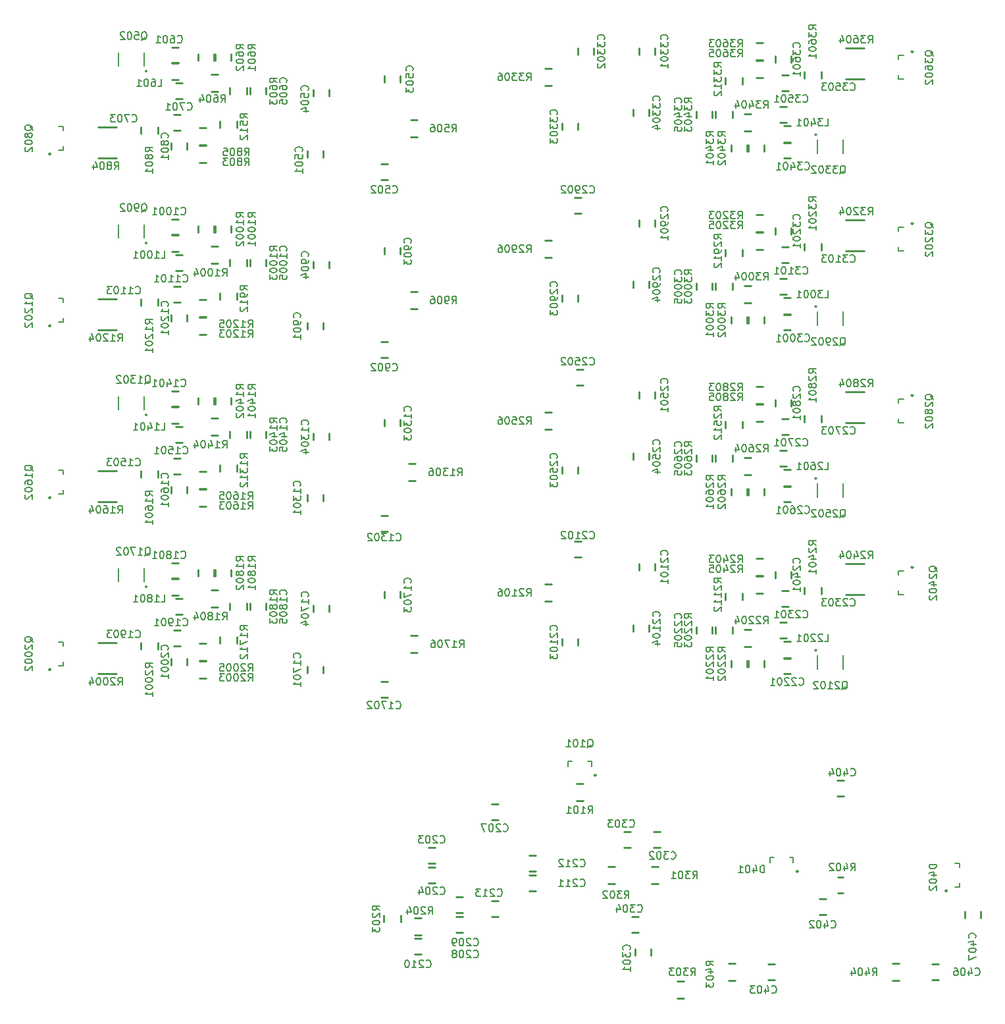
<source format=gbo>
G04 #@! TF.FileFunction,Legend,Bot*
%FSLAX46Y46*%
G04 Gerber Fmt 4.6, Leading zero omitted, Abs format (unit mm)*
G04 Created by KiCad (PCBNEW 4.0.5+dfsg1-4) date Sun Jun 18 17:06:44 2017*
%MOMM*%
%LPD*%
G01*
G04 APERTURE LIST*
%ADD10C,0.100000*%
%ADD11C,0.254000*%
%ADD12C,0.250000*%
%ADD13C,0.203200*%
%ADD14C,0.200000*%
G04 APERTURE END LIST*
D10*
D11*
X165846000Y-59090000D02*
X165846000Y-58240000D01*
X163846000Y-59090000D02*
X163846000Y-58240000D01*
X162486000Y-51197000D02*
X161636000Y-51197000D01*
X162486000Y-53451000D02*
X161636000Y-53451000D01*
X165878000Y-48588000D02*
X165878000Y-49438000D01*
X167878000Y-48588000D02*
X167878000Y-49438000D01*
X165846000Y-81188000D02*
X165846000Y-80338000D01*
X163846000Y-81188000D02*
X163846000Y-80338000D01*
X165428000Y-69834000D02*
X166278000Y-69834000D01*
X165428000Y-67834000D02*
X166278000Y-67834000D01*
X162486000Y-73295000D02*
X161636000Y-73295000D01*
X162486000Y-75549000D02*
X161636000Y-75549000D01*
X165700000Y-91932000D02*
X166550000Y-91932000D01*
X165700000Y-89932000D02*
X166550000Y-89932000D01*
X165846000Y-103286000D02*
X165846000Y-102436000D01*
X163846000Y-103286000D02*
X163846000Y-102436000D01*
X162486000Y-95393000D02*
X161636000Y-95393000D01*
X162486000Y-97647000D02*
X161636000Y-97647000D01*
X165846000Y-125384000D02*
X165846000Y-124534000D01*
X163846000Y-125384000D02*
X163846000Y-124534000D01*
X165446000Y-114030000D02*
X166296000Y-114030000D01*
X165446000Y-112030000D02*
X166296000Y-112030000D01*
X162486000Y-117491000D02*
X161636000Y-117491000D01*
X162486000Y-119745000D02*
X161636000Y-119745000D01*
X140986000Y-118456000D02*
X140986000Y-119306000D01*
X142986000Y-118456000D02*
X142986000Y-119306000D01*
X141386000Y-130064000D02*
X140536000Y-130064000D01*
X141386000Y-132064000D02*
X140536000Y-132064000D01*
X144346000Y-126349000D02*
X145196000Y-126349000D01*
X144346000Y-124095000D02*
X145196000Y-124095000D01*
X141404000Y-108728000D02*
X140554000Y-108728000D01*
X141404000Y-110728000D02*
X140554000Y-110728000D01*
X140986000Y-96358000D02*
X140986000Y-97208000D01*
X142986000Y-96358000D02*
X142986000Y-97208000D01*
X144110000Y-104251000D02*
X144960000Y-104251000D01*
X144110000Y-101997000D02*
X144960000Y-101997000D01*
X140986000Y-74260000D02*
X140986000Y-75110000D01*
X142986000Y-74260000D02*
X142986000Y-75110000D01*
X141404000Y-86376000D02*
X140554000Y-86376000D01*
X141404000Y-88376000D02*
X140554000Y-88376000D01*
X144346000Y-82153000D02*
X145196000Y-82153000D01*
X144346000Y-79899000D02*
X145196000Y-79899000D01*
D12*
X208983803Y-49054000D02*
G75*
G03X208983803Y-49054000I-111803J0D01*
G01*
D13*
X207122000Y-52554000D02*
X207772000Y-52554000D01*
X207122000Y-49554000D02*
X207772000Y-49554000D01*
X207122000Y-50038000D02*
X207122000Y-49554000D01*
X207122000Y-52070000D02*
X207122000Y-52554000D01*
D11*
X202716000Y-48546000D02*
X200316000Y-48546000D01*
X202716000Y-52546000D02*
X200316000Y-52546000D01*
X197215000Y-52504000D02*
X197215000Y-51654000D01*
X194961000Y-52504000D02*
X194961000Y-51654000D01*
X192098000Y-54086000D02*
X192948000Y-54086000D01*
X192098000Y-52086000D02*
X192948000Y-52086000D01*
X191278000Y-49604000D02*
X191278000Y-50454000D01*
X193278000Y-49604000D02*
X193278000Y-50454000D01*
X184801000Y-52398000D02*
X184801000Y-53248000D01*
X187055000Y-52398000D02*
X187055000Y-53248000D01*
X185785000Y-57584000D02*
X185785000Y-56734000D01*
X183531000Y-57584000D02*
X183531000Y-56734000D01*
X183118000Y-57584000D02*
X183118000Y-56734000D01*
X181118000Y-57584000D02*
X181118000Y-56734000D01*
X175752000Y-49456000D02*
X175752000Y-48606000D01*
X173752000Y-49456000D02*
X173752000Y-48606000D01*
X187817000Y-61902000D02*
X187817000Y-61052000D01*
X185563000Y-61902000D02*
X185563000Y-61052000D01*
X188122000Y-57039000D02*
X187272000Y-57039000D01*
X188122000Y-59293000D02*
X187272000Y-59293000D01*
X187595000Y-61052000D02*
X187595000Y-61902000D01*
X189849000Y-61052000D02*
X189849000Y-61902000D01*
X174990000Y-57330000D02*
X174990000Y-56480000D01*
X172990000Y-57330000D02*
X172990000Y-56480000D01*
D14*
X196604703Y-59714987D02*
G75*
G03X196604703Y-59714987I-104062J0D01*
G01*
D13*
X200032641Y-62096987D02*
X200032641Y-60346987D01*
X196728641Y-62096987D02*
X196728641Y-60346987D01*
D11*
X192352000Y-62722000D02*
X193202000Y-62722000D01*
X192352000Y-60722000D02*
X193202000Y-60722000D01*
X193202000Y-58563000D02*
X192352000Y-58563000D01*
X193202000Y-60817000D02*
X192352000Y-60817000D01*
X191844000Y-58150000D02*
X192694000Y-58150000D01*
X191844000Y-56150000D02*
X192694000Y-56150000D01*
X188814000Y-50149000D02*
X189664000Y-50149000D01*
X188814000Y-47895000D02*
X189664000Y-47895000D01*
X189664000Y-50181000D02*
X188814000Y-50181000D01*
X189664000Y-52435000D02*
X188814000Y-52435000D01*
X189664000Y-72279000D02*
X188814000Y-72279000D01*
X189664000Y-74533000D02*
X188814000Y-74533000D01*
X187595000Y-83150000D02*
X187595000Y-84000000D01*
X189849000Y-83150000D02*
X189849000Y-84000000D01*
X188122000Y-79137000D02*
X187272000Y-79137000D01*
X188122000Y-81391000D02*
X187272000Y-81391000D01*
X188814000Y-72247000D02*
X189664000Y-72247000D01*
X188814000Y-69993000D02*
X189664000Y-69993000D01*
X187817000Y-84000000D02*
X187817000Y-83150000D01*
X185563000Y-84000000D02*
X185563000Y-83150000D01*
X191278000Y-71702000D02*
X191278000Y-72552000D01*
X193278000Y-71702000D02*
X193278000Y-72552000D01*
X197215000Y-74602000D02*
X197215000Y-73752000D01*
X194961000Y-74602000D02*
X194961000Y-73752000D01*
X202716000Y-70644000D02*
X200316000Y-70644000D01*
X202716000Y-74644000D02*
X200316000Y-74644000D01*
X192098000Y-76184000D02*
X192948000Y-76184000D01*
X192098000Y-74184000D02*
X192948000Y-74184000D01*
D12*
X208983803Y-71152000D02*
G75*
G03X208983803Y-71152000I-111803J0D01*
G01*
D13*
X207122000Y-74652000D02*
X207772000Y-74652000D01*
X207122000Y-71652000D02*
X207772000Y-71652000D01*
X207122000Y-72136000D02*
X207122000Y-71652000D01*
X207122000Y-74168000D02*
X207122000Y-74652000D01*
D11*
X193202000Y-80661000D02*
X192352000Y-80661000D01*
X193202000Y-82915000D02*
X192352000Y-82915000D01*
X191844000Y-80248000D02*
X192694000Y-80248000D01*
X191844000Y-78248000D02*
X192694000Y-78248000D01*
X192352000Y-84820000D02*
X193202000Y-84820000D01*
X192352000Y-82820000D02*
X193202000Y-82820000D01*
D14*
X196604703Y-81812987D02*
G75*
G03X196604703Y-81812987I-104062J0D01*
G01*
D13*
X200032641Y-84194987D02*
X200032641Y-82444987D01*
X196728641Y-84194987D02*
X196728641Y-82444987D01*
D11*
X175752000Y-71554000D02*
X175752000Y-70704000D01*
X173752000Y-71554000D02*
X173752000Y-70704000D01*
X183118000Y-79682000D02*
X183118000Y-78832000D01*
X181118000Y-79682000D02*
X181118000Y-78832000D01*
X185785000Y-79682000D02*
X185785000Y-78832000D01*
X183531000Y-79682000D02*
X183531000Y-78832000D01*
X174990000Y-79428000D02*
X174990000Y-78578000D01*
X172990000Y-79428000D02*
X172990000Y-78578000D01*
X184801000Y-74496000D02*
X184801000Y-75346000D01*
X187055000Y-74496000D02*
X187055000Y-75346000D01*
X187595000Y-105248000D02*
X187595000Y-106098000D01*
X189849000Y-105248000D02*
X189849000Y-106098000D01*
D14*
X196604703Y-103910987D02*
G75*
G03X196604703Y-103910987I-104062J0D01*
G01*
D13*
X200032641Y-106292987D02*
X200032641Y-104542987D01*
X196728641Y-106292987D02*
X196728641Y-104542987D01*
D11*
X191844000Y-102346000D02*
X192694000Y-102346000D01*
X191844000Y-100346000D02*
X192694000Y-100346000D01*
X187817000Y-106098000D02*
X187817000Y-105248000D01*
X185563000Y-106098000D02*
X185563000Y-105248000D01*
X188122000Y-101235000D02*
X187272000Y-101235000D01*
X188122000Y-103489000D02*
X187272000Y-103489000D01*
X193202000Y-102759000D02*
X192352000Y-102759000D01*
X193202000Y-105013000D02*
X192352000Y-105013000D01*
X192352000Y-106918000D02*
X193202000Y-106918000D01*
X192352000Y-104918000D02*
X193202000Y-104918000D01*
D12*
X208983803Y-93250000D02*
G75*
G03X208983803Y-93250000I-111803J0D01*
G01*
D13*
X207122000Y-96750000D02*
X207772000Y-96750000D01*
X207122000Y-93750000D02*
X207772000Y-93750000D01*
X207122000Y-94234000D02*
X207122000Y-93750000D01*
X207122000Y-96266000D02*
X207122000Y-96750000D01*
D11*
X197215000Y-96700000D02*
X197215000Y-95850000D01*
X194961000Y-96700000D02*
X194961000Y-95850000D01*
X192098000Y-98282000D02*
X192948000Y-98282000D01*
X192098000Y-96282000D02*
X192948000Y-96282000D01*
X202716000Y-92742000D02*
X200316000Y-92742000D01*
X202716000Y-96742000D02*
X200316000Y-96742000D01*
X191278000Y-93800000D02*
X191278000Y-94650000D01*
X193278000Y-93800000D02*
X193278000Y-94650000D01*
X183118000Y-101780000D02*
X183118000Y-100930000D01*
X181118000Y-101780000D02*
X181118000Y-100930000D01*
X185785000Y-101780000D02*
X185785000Y-100930000D01*
X183531000Y-101780000D02*
X183531000Y-100930000D01*
X184801000Y-96594000D02*
X184801000Y-97444000D01*
X187055000Y-96594000D02*
X187055000Y-97444000D01*
X188814000Y-94345000D02*
X189664000Y-94345000D01*
X188814000Y-92091000D02*
X189664000Y-92091000D01*
X174990000Y-101526000D02*
X174990000Y-100676000D01*
X172990000Y-101526000D02*
X172990000Y-100676000D01*
X189664000Y-94377000D02*
X188814000Y-94377000D01*
X189664000Y-96631000D02*
X188814000Y-96631000D01*
X175752000Y-93652000D02*
X175752000Y-92802000D01*
X173752000Y-93652000D02*
X173752000Y-92802000D01*
X187595000Y-127346000D02*
X187595000Y-128196000D01*
X189849000Y-127346000D02*
X189849000Y-128196000D01*
X187817000Y-128196000D02*
X187817000Y-127346000D01*
X185563000Y-128196000D02*
X185563000Y-127346000D01*
X192352000Y-129016000D02*
X193202000Y-129016000D01*
X192352000Y-127016000D02*
X193202000Y-127016000D01*
X193202000Y-124857000D02*
X192352000Y-124857000D01*
X193202000Y-127111000D02*
X192352000Y-127111000D01*
D12*
X208983803Y-115348000D02*
G75*
G03X208983803Y-115348000I-111803J0D01*
G01*
D13*
X207122000Y-118848000D02*
X207772000Y-118848000D01*
X207122000Y-115848000D02*
X207772000Y-115848000D01*
X207122000Y-116332000D02*
X207122000Y-115848000D01*
X207122000Y-118364000D02*
X207122000Y-118848000D01*
D11*
X197215000Y-118798000D02*
X197215000Y-117948000D01*
X194961000Y-118798000D02*
X194961000Y-117948000D01*
X191278000Y-115898000D02*
X191278000Y-116748000D01*
X193278000Y-115898000D02*
X193278000Y-116748000D01*
X192098000Y-120380000D02*
X192948000Y-120380000D01*
X192098000Y-118380000D02*
X192948000Y-118380000D01*
X202716000Y-114840000D02*
X200316000Y-114840000D01*
X202716000Y-118840000D02*
X200316000Y-118840000D01*
X188122000Y-123333000D02*
X187272000Y-123333000D01*
X188122000Y-125587000D02*
X187272000Y-125587000D01*
X188814000Y-116443000D02*
X189664000Y-116443000D01*
X188814000Y-114189000D02*
X189664000Y-114189000D01*
X189664000Y-116475000D02*
X188814000Y-116475000D01*
X189664000Y-118729000D02*
X188814000Y-118729000D01*
X174990000Y-123624000D02*
X174990000Y-122774000D01*
X172990000Y-123624000D02*
X172990000Y-122774000D01*
X184801000Y-118692000D02*
X184801000Y-119542000D01*
X187055000Y-118692000D02*
X187055000Y-119542000D01*
X175752000Y-115750000D02*
X175752000Y-114900000D01*
X173752000Y-115750000D02*
X173752000Y-114900000D01*
X183118000Y-123878000D02*
X183118000Y-123028000D01*
X181118000Y-123878000D02*
X181118000Y-123028000D01*
X185785000Y-123878000D02*
X185785000Y-123028000D01*
X183531000Y-123878000D02*
X183531000Y-123028000D01*
D14*
X196604703Y-126008987D02*
G75*
G03X196604703Y-126008987I-104062J0D01*
G01*
D13*
X200032641Y-128390987D02*
X200032641Y-126640987D01*
X196728641Y-128390987D02*
X196728641Y-126640987D01*
D11*
X191844000Y-124444000D02*
X192694000Y-124444000D01*
X191844000Y-122444000D02*
X192694000Y-122444000D01*
X121047000Y-119962000D02*
X121047000Y-120812000D01*
X123301000Y-119962000D02*
X123301000Y-120812000D01*
X123714000Y-119962000D02*
X123714000Y-120812000D01*
X125714000Y-119962000D02*
X125714000Y-120812000D01*
X131080000Y-128090000D02*
X131080000Y-128940000D01*
X133080000Y-128090000D02*
X133080000Y-128940000D01*
X122031000Y-125148000D02*
X122031000Y-124298000D01*
X119777000Y-125148000D02*
X119777000Y-124298000D01*
X131842000Y-120216000D02*
X131842000Y-121066000D01*
X133842000Y-120216000D02*
X133842000Y-121066000D01*
X118710000Y-120507000D02*
X119560000Y-120507000D01*
X118710000Y-118253000D02*
X119560000Y-118253000D01*
X117168000Y-127365000D02*
X118018000Y-127365000D01*
X117168000Y-125111000D02*
X118018000Y-125111000D01*
X118018000Y-127397000D02*
X117168000Y-127397000D01*
X118018000Y-129651000D02*
X117168000Y-129651000D01*
X119015000Y-115644000D02*
X119015000Y-116494000D01*
X121269000Y-115644000D02*
X121269000Y-116494000D01*
X119237000Y-116494000D02*
X119237000Y-115644000D01*
X116983000Y-116494000D02*
X116983000Y-115644000D01*
X113630000Y-118983000D02*
X114480000Y-118983000D01*
X113630000Y-116729000D02*
X114480000Y-116729000D01*
X114988000Y-119396000D02*
X114138000Y-119396000D01*
X114988000Y-121396000D02*
X114138000Y-121396000D01*
X114480000Y-114824000D02*
X113630000Y-114824000D01*
X114480000Y-116824000D02*
X113630000Y-116824000D01*
D14*
X110435421Y-117831013D02*
G75*
G03X110435421Y-117831013I-104062J0D01*
G01*
D13*
X106799359Y-115449013D02*
X106799359Y-117199013D01*
X110103359Y-115449013D02*
X110103359Y-117199013D01*
D11*
X104116000Y-129000000D02*
X106516000Y-129000000D01*
X104116000Y-125000000D02*
X106516000Y-125000000D01*
X114734000Y-123460000D02*
X113884000Y-123460000D01*
X114734000Y-125460000D02*
X113884000Y-125460000D01*
X109617000Y-125042000D02*
X109617000Y-125892000D01*
X111871000Y-125042000D02*
X111871000Y-125892000D01*
X115554000Y-127942000D02*
X115554000Y-127092000D01*
X113554000Y-127942000D02*
X113554000Y-127092000D01*
D12*
X98071803Y-128492000D02*
G75*
G03X98071803Y-128492000I-111803J0D01*
G01*
D13*
X99710000Y-124992000D02*
X99060000Y-124992000D01*
X99710000Y-127992000D02*
X99060000Y-127992000D01*
X99710000Y-127508000D02*
X99710000Y-127992000D01*
X99710000Y-125476000D02*
X99710000Y-124992000D01*
D11*
X115554000Y-105844000D02*
X115554000Y-104994000D01*
X113554000Y-105844000D02*
X113554000Y-104994000D01*
X109617000Y-102944000D02*
X109617000Y-103794000D01*
X111871000Y-102944000D02*
X111871000Y-103794000D01*
D12*
X98071803Y-106394000D02*
G75*
G03X98071803Y-106394000I-111803J0D01*
G01*
D13*
X99710000Y-102894000D02*
X99060000Y-102894000D01*
X99710000Y-105894000D02*
X99060000Y-105894000D01*
X99710000Y-105410000D02*
X99710000Y-105894000D01*
X99710000Y-103378000D02*
X99710000Y-102894000D01*
D11*
X104116000Y-106902000D02*
X106516000Y-106902000D01*
X104116000Y-102902000D02*
X106516000Y-102902000D01*
D14*
X110435421Y-95733013D02*
G75*
G03X110435421Y-95733013I-104062J0D01*
G01*
D13*
X106799359Y-93351013D02*
X106799359Y-95101013D01*
X110103359Y-93351013D02*
X110103359Y-95101013D01*
D11*
X114734000Y-101362000D02*
X113884000Y-101362000D01*
X114734000Y-103362000D02*
X113884000Y-103362000D01*
X113630000Y-96885000D02*
X114480000Y-96885000D01*
X113630000Y-94631000D02*
X114480000Y-94631000D01*
X114480000Y-92726000D02*
X113630000Y-92726000D01*
X114480000Y-94726000D02*
X113630000Y-94726000D01*
X114988000Y-97298000D02*
X114138000Y-97298000D01*
X114988000Y-99298000D02*
X114138000Y-99298000D01*
X117168000Y-105267000D02*
X118018000Y-105267000D01*
X117168000Y-103013000D02*
X118018000Y-103013000D01*
X119015000Y-93546000D02*
X119015000Y-94396000D01*
X121269000Y-93546000D02*
X121269000Y-94396000D01*
X119237000Y-94396000D02*
X119237000Y-93546000D01*
X116983000Y-94396000D02*
X116983000Y-93546000D01*
X118710000Y-98409000D02*
X119560000Y-98409000D01*
X118710000Y-96155000D02*
X119560000Y-96155000D01*
X122031000Y-103050000D02*
X122031000Y-102200000D01*
X119777000Y-103050000D02*
X119777000Y-102200000D01*
X118018000Y-105299000D02*
X117168000Y-105299000D01*
X118018000Y-107553000D02*
X117168000Y-107553000D01*
X131080000Y-105992000D02*
X131080000Y-106842000D01*
X133080000Y-105992000D02*
X133080000Y-106842000D01*
X131842000Y-98118000D02*
X131842000Y-98968000D01*
X133842000Y-98118000D02*
X133842000Y-98968000D01*
X123714000Y-97864000D02*
X123714000Y-98714000D01*
X125714000Y-97864000D02*
X125714000Y-98714000D01*
X121047000Y-97864000D02*
X121047000Y-98714000D01*
X123301000Y-97864000D02*
X123301000Y-98714000D01*
X121047000Y-75766000D02*
X121047000Y-76616000D01*
X123301000Y-75766000D02*
X123301000Y-76616000D01*
X123714000Y-75766000D02*
X123714000Y-76616000D01*
X125714000Y-75766000D02*
X125714000Y-76616000D01*
X131842000Y-76020000D02*
X131842000Y-76870000D01*
X133842000Y-76020000D02*
X133842000Y-76870000D01*
X131080000Y-83894000D02*
X131080000Y-84744000D01*
X133080000Y-83894000D02*
X133080000Y-84744000D01*
X122031000Y-80952000D02*
X122031000Y-80102000D01*
X119777000Y-80952000D02*
X119777000Y-80102000D01*
X114988000Y-75200000D02*
X114138000Y-75200000D01*
X114988000Y-77200000D02*
X114138000Y-77200000D01*
X114480000Y-70628000D02*
X113630000Y-70628000D01*
X114480000Y-72628000D02*
X113630000Y-72628000D01*
X118710000Y-76311000D02*
X119560000Y-76311000D01*
X118710000Y-74057000D02*
X119560000Y-74057000D01*
X119237000Y-72298000D02*
X119237000Y-71448000D01*
X116983000Y-72298000D02*
X116983000Y-71448000D01*
X119015000Y-71448000D02*
X119015000Y-72298000D01*
X121269000Y-71448000D02*
X121269000Y-72298000D01*
X113630000Y-74787000D02*
X114480000Y-74787000D01*
X113630000Y-72533000D02*
X114480000Y-72533000D01*
D14*
X110435421Y-73635013D02*
G75*
G03X110435421Y-73635013I-104062J0D01*
G01*
D13*
X106799359Y-71253013D02*
X106799359Y-73003013D01*
X110103359Y-71253013D02*
X110103359Y-73003013D01*
D11*
X117168000Y-83169000D02*
X118018000Y-83169000D01*
X117168000Y-80915000D02*
X118018000Y-80915000D01*
D12*
X98071803Y-84296000D02*
G75*
G03X98071803Y-84296000I-111803J0D01*
G01*
D13*
X99710000Y-80796000D02*
X99060000Y-80796000D01*
X99710000Y-83796000D02*
X99060000Y-83796000D01*
X99710000Y-83312000D02*
X99710000Y-83796000D01*
X99710000Y-81280000D02*
X99710000Y-80796000D01*
D11*
X104116000Y-84804000D02*
X106516000Y-84804000D01*
X104116000Y-80804000D02*
X106516000Y-80804000D01*
X114734000Y-79264000D02*
X113884000Y-79264000D01*
X114734000Y-81264000D02*
X113884000Y-81264000D01*
X118018000Y-83201000D02*
X117168000Y-83201000D01*
X118018000Y-85455000D02*
X117168000Y-85455000D01*
X109617000Y-80846000D02*
X109617000Y-81696000D01*
X111871000Y-80846000D02*
X111871000Y-81696000D01*
X115554000Y-83746000D02*
X115554000Y-82896000D01*
X113554000Y-83746000D02*
X113554000Y-82896000D01*
X147500000Y-151400000D02*
X146650000Y-151400000D01*
X147500000Y-153400000D02*
X146650000Y-153400000D01*
X147500000Y-153940000D02*
X146650000Y-153940000D01*
X147500000Y-155940000D02*
X146650000Y-155940000D01*
X154760000Y-147812000D02*
X155610000Y-147812000D01*
X154760000Y-145812000D02*
X155610000Y-145812000D01*
X150188000Y-162290000D02*
X151038000Y-162290000D01*
X150188000Y-160290000D02*
X151038000Y-160290000D01*
X150188000Y-159750000D02*
X151038000Y-159750000D01*
X150188000Y-157750000D02*
X151038000Y-157750000D01*
X145722000Y-163084000D02*
X144872000Y-163084000D01*
X145722000Y-165084000D02*
X144872000Y-165084000D01*
X160436000Y-154956000D02*
X159586000Y-154956000D01*
X160436000Y-156956000D02*
X159586000Y-156956000D01*
X160454000Y-152416000D02*
X159604000Y-152416000D01*
X160454000Y-154416000D02*
X159604000Y-154416000D01*
X155628000Y-158258000D02*
X154778000Y-158258000D01*
X155628000Y-160258000D02*
X154778000Y-160258000D01*
X173244000Y-164412000D02*
X173244000Y-165262000D01*
X175244000Y-164412000D02*
X175244000Y-165262000D01*
X175588000Y-151368000D02*
X176438000Y-151368000D01*
X175588000Y-149368000D02*
X176438000Y-149368000D01*
X172646000Y-149368000D02*
X171796000Y-149368000D01*
X172646000Y-151368000D02*
X171796000Y-151368000D01*
X173662000Y-160290000D02*
X172812000Y-160290000D01*
X173662000Y-162290000D02*
X172812000Y-162290000D01*
X197792000Y-158004000D02*
X196942000Y-158004000D01*
X197792000Y-160004000D02*
X196942000Y-160004000D01*
X191188000Y-166386000D02*
X190338000Y-166386000D01*
X191188000Y-168386000D02*
X190338000Y-168386000D01*
X200078000Y-142764000D02*
X199228000Y-142764000D01*
X200078000Y-144764000D02*
X199228000Y-144764000D01*
X212270000Y-166386000D02*
X211420000Y-166386000D01*
X212270000Y-168386000D02*
X211420000Y-168386000D01*
X217662000Y-160454000D02*
X217662000Y-159604000D01*
X215662000Y-160454000D02*
X215662000Y-159604000D01*
X131080000Y-61796000D02*
X131080000Y-62646000D01*
X133080000Y-61796000D02*
X133080000Y-62646000D01*
X141386000Y-63516000D02*
X140536000Y-63516000D01*
X141386000Y-65516000D02*
X140536000Y-65516000D01*
X140986000Y-52162000D02*
X140986000Y-53012000D01*
X142986000Y-52162000D02*
X142986000Y-53012000D01*
X131842000Y-53922000D02*
X131842000Y-54772000D01*
X133842000Y-53922000D02*
X133842000Y-54772000D01*
X114480000Y-48530000D02*
X113630000Y-48530000D01*
X114480000Y-50530000D02*
X113630000Y-50530000D01*
X123714000Y-53668000D02*
X123714000Y-54518000D01*
X125714000Y-53668000D02*
X125714000Y-54518000D01*
X114988000Y-53102000D02*
X114138000Y-53102000D01*
X114988000Y-55102000D02*
X114138000Y-55102000D01*
X114734000Y-57166000D02*
X113884000Y-57166000D01*
X114734000Y-59166000D02*
X113884000Y-59166000D01*
X115554000Y-61648000D02*
X115554000Y-60798000D01*
X113554000Y-61648000D02*
X113554000Y-60798000D01*
D12*
X194201803Y-154432000D02*
G75*
G03X194201803Y-154432000I-111803J0D01*
G01*
D13*
X190590000Y-152682000D02*
X190590000Y-153332000D01*
X193590000Y-152682000D02*
X193590000Y-153332000D01*
X193106000Y-152682000D02*
X193590000Y-152682000D01*
X191074000Y-152682000D02*
X190590000Y-152682000D01*
D12*
X213387803Y-156940000D02*
G75*
G03X213387803Y-156940000I-111803J0D01*
G01*
D13*
X215026000Y-153440000D02*
X214376000Y-153440000D01*
X215026000Y-156440000D02*
X214376000Y-156440000D01*
X215026000Y-155956000D02*
X215026000Y-156440000D01*
X215026000Y-153924000D02*
X215026000Y-153440000D01*
D12*
X98071803Y-62198000D02*
G75*
G03X98071803Y-62198000I-111803J0D01*
G01*
D13*
X99710000Y-58698000D02*
X99060000Y-58698000D01*
X99710000Y-61698000D02*
X99060000Y-61698000D01*
X99710000Y-61214000D02*
X99710000Y-61698000D01*
X99710000Y-59182000D02*
X99710000Y-58698000D01*
D11*
X143113000Y-160944000D02*
X143113000Y-160094000D01*
X140859000Y-160944000D02*
X140859000Y-160094000D01*
X144854000Y-162671000D02*
X145704000Y-162671000D01*
X144854000Y-160417000D02*
X145704000Y-160417000D01*
X175334000Y-156067000D02*
X176184000Y-156067000D01*
X175334000Y-153813000D02*
X176184000Y-153813000D01*
X169746000Y-156067000D02*
X170596000Y-156067000D01*
X169746000Y-153813000D02*
X170596000Y-153813000D01*
X179486000Y-168545000D02*
X178636000Y-168545000D01*
X179486000Y-170799000D02*
X178636000Y-170799000D01*
X200020000Y-155210000D02*
X199320000Y-155210000D01*
X200020000Y-157210000D02*
X199320000Y-157210000D01*
X144346000Y-60055000D02*
X145196000Y-60055000D01*
X144346000Y-57801000D02*
X145196000Y-57801000D01*
X122031000Y-58854000D02*
X122031000Y-58004000D01*
X119777000Y-58854000D02*
X119777000Y-58004000D01*
X119015000Y-49350000D02*
X119015000Y-50200000D01*
X121269000Y-49350000D02*
X121269000Y-50200000D01*
X119237000Y-50200000D02*
X119237000Y-49350000D01*
X116983000Y-50200000D02*
X116983000Y-49350000D01*
X121047000Y-53668000D02*
X121047000Y-54518000D01*
X123301000Y-53668000D02*
X123301000Y-54518000D01*
X118710000Y-54213000D02*
X119560000Y-54213000D01*
X118710000Y-51959000D02*
X119560000Y-51959000D01*
X109617000Y-58748000D02*
X109617000Y-59598000D01*
X111871000Y-58748000D02*
X111871000Y-59598000D01*
X118018000Y-61103000D02*
X117168000Y-61103000D01*
X118018000Y-63357000D02*
X117168000Y-63357000D01*
X104116000Y-62706000D02*
X106516000Y-62706000D01*
X104116000Y-58706000D02*
X106516000Y-58706000D01*
X117168000Y-61071000D02*
X118018000Y-61071000D01*
X117168000Y-58817000D02*
X118018000Y-58817000D01*
D14*
X110435421Y-51537013D02*
G75*
G03X110435421Y-51537013I-104062J0D01*
G01*
D13*
X106799359Y-49155013D02*
X106799359Y-50905013D01*
X110103359Y-49155013D02*
X110103359Y-50905013D01*
D11*
X113630000Y-52689000D02*
X114480000Y-52689000D01*
X113630000Y-50435000D02*
X114480000Y-50435000D01*
X185240000Y-168513000D02*
X186090000Y-168513000D01*
X185240000Y-166259000D02*
X186090000Y-166259000D01*
X206322000Y-168513000D02*
X207172000Y-168513000D01*
X206322000Y-166259000D02*
X207172000Y-166259000D01*
D12*
X168227803Y-142070000D02*
G75*
G03X168227803Y-142070000I-111803J0D01*
G01*
D13*
X164616000Y-140320000D02*
X164616000Y-140970000D01*
X167616000Y-140320000D02*
X167616000Y-140970000D01*
X167132000Y-140320000D02*
X167616000Y-140320000D01*
X165100000Y-140320000D02*
X164616000Y-140320000D01*
D11*
X166532000Y-143145000D02*
X165682000Y-143145000D01*
X166532000Y-145399000D02*
X165682000Y-145399000D01*
D13*
X163158714Y-57116276D02*
X163204676Y-57070314D01*
X163250638Y-56932429D01*
X163250638Y-56840505D01*
X163204676Y-56702619D01*
X163112752Y-56610695D01*
X163020829Y-56564734D01*
X162836981Y-56518772D01*
X162699095Y-56518772D01*
X162515248Y-56564734D01*
X162423324Y-56610695D01*
X162331400Y-56702619D01*
X162285438Y-56840505D01*
X162285438Y-56932429D01*
X162331400Y-57070314D01*
X162377362Y-57116276D01*
X162285438Y-57438010D02*
X162285438Y-58035514D01*
X162653133Y-57713781D01*
X162653133Y-57851667D01*
X162699095Y-57943591D01*
X162745057Y-57989553D01*
X162836981Y-58035514D01*
X163066790Y-58035514D01*
X163158714Y-57989553D01*
X163204676Y-57943591D01*
X163250638Y-57851667D01*
X163250638Y-57575895D01*
X163204676Y-57483972D01*
X163158714Y-57438010D01*
X162285438Y-58357248D02*
X162285438Y-58954752D01*
X162653133Y-58633019D01*
X162653133Y-58770905D01*
X162699095Y-58862829D01*
X162745057Y-58908791D01*
X162836981Y-58954752D01*
X163066790Y-58954752D01*
X163158714Y-58908791D01*
X163204676Y-58862829D01*
X163250638Y-58770905D01*
X163250638Y-58495133D01*
X163204676Y-58403210D01*
X163158714Y-58357248D01*
X162285438Y-59552257D02*
X162285438Y-59644181D01*
X162331400Y-59736105D01*
X162377362Y-59782067D01*
X162469286Y-59828029D01*
X162653133Y-59873990D01*
X162882943Y-59873990D01*
X163066790Y-59828029D01*
X163158714Y-59782067D01*
X163204676Y-59736105D01*
X163250638Y-59644181D01*
X163250638Y-59552257D01*
X163204676Y-59460333D01*
X163158714Y-59414371D01*
X163066790Y-59368410D01*
X162882943Y-59322448D01*
X162653133Y-59322448D01*
X162469286Y-59368410D01*
X162377362Y-59414371D01*
X162331400Y-59460333D01*
X162285438Y-59552257D01*
X162285438Y-60195724D02*
X162285438Y-60793228D01*
X162653133Y-60471495D01*
X162653133Y-60609381D01*
X162699095Y-60701305D01*
X162745057Y-60747267D01*
X162836981Y-60793228D01*
X163066790Y-60793228D01*
X163158714Y-60747267D01*
X163204676Y-60701305D01*
X163250638Y-60609381D01*
X163250638Y-60333609D01*
X163204676Y-60241686D01*
X163158714Y-60195724D01*
X159273724Y-52760638D02*
X159595457Y-52301019D01*
X159825266Y-52760638D02*
X159825266Y-51795438D01*
X159457571Y-51795438D01*
X159365647Y-51841400D01*
X159319686Y-51887362D01*
X159273724Y-51979286D01*
X159273724Y-52117171D01*
X159319686Y-52209095D01*
X159365647Y-52255057D01*
X159457571Y-52301019D01*
X159825266Y-52301019D01*
X158951990Y-51795438D02*
X158354486Y-51795438D01*
X158676219Y-52163133D01*
X158538333Y-52163133D01*
X158446409Y-52209095D01*
X158400447Y-52255057D01*
X158354486Y-52346981D01*
X158354486Y-52576790D01*
X158400447Y-52668714D01*
X158446409Y-52714676D01*
X158538333Y-52760638D01*
X158814105Y-52760638D01*
X158906028Y-52714676D01*
X158951990Y-52668714D01*
X158032752Y-51795438D02*
X157435248Y-51795438D01*
X157756981Y-52163133D01*
X157619095Y-52163133D01*
X157527171Y-52209095D01*
X157481209Y-52255057D01*
X157435248Y-52346981D01*
X157435248Y-52576790D01*
X157481209Y-52668714D01*
X157527171Y-52714676D01*
X157619095Y-52760638D01*
X157894867Y-52760638D01*
X157986790Y-52714676D01*
X158032752Y-52668714D01*
X156837743Y-51795438D02*
X156745819Y-51795438D01*
X156653895Y-51841400D01*
X156607933Y-51887362D01*
X156561971Y-51979286D01*
X156516010Y-52163133D01*
X156516010Y-52392943D01*
X156561971Y-52576790D01*
X156607933Y-52668714D01*
X156653895Y-52714676D01*
X156745819Y-52760638D01*
X156837743Y-52760638D01*
X156929667Y-52714676D01*
X156975629Y-52668714D01*
X157021590Y-52576790D01*
X157067552Y-52392943D01*
X157067552Y-52163133D01*
X157021590Y-51979286D01*
X156975629Y-51887362D01*
X156929667Y-51841400D01*
X156837743Y-51795438D01*
X155688695Y-51795438D02*
X155872543Y-51795438D01*
X155964467Y-51841400D01*
X156010429Y-51887362D01*
X156102352Y-52025248D01*
X156148314Y-52209095D01*
X156148314Y-52576790D01*
X156102352Y-52668714D01*
X156056391Y-52714676D01*
X155964467Y-52760638D01*
X155780619Y-52760638D01*
X155688695Y-52714676D01*
X155642733Y-52668714D01*
X155596772Y-52576790D01*
X155596772Y-52346981D01*
X155642733Y-52255057D01*
X155688695Y-52209095D01*
X155780619Y-52163133D01*
X155964467Y-52163133D01*
X156056391Y-52209095D01*
X156102352Y-52255057D01*
X156148314Y-52346981D01*
X169254714Y-47482276D02*
X169300676Y-47436314D01*
X169346638Y-47298429D01*
X169346638Y-47206505D01*
X169300676Y-47068619D01*
X169208752Y-46976695D01*
X169116829Y-46930734D01*
X168932981Y-46884772D01*
X168795095Y-46884772D01*
X168611248Y-46930734D01*
X168519324Y-46976695D01*
X168427400Y-47068619D01*
X168381438Y-47206505D01*
X168381438Y-47298429D01*
X168427400Y-47436314D01*
X168473362Y-47482276D01*
X168381438Y-47804010D02*
X168381438Y-48401514D01*
X168749133Y-48079781D01*
X168749133Y-48217667D01*
X168795095Y-48309591D01*
X168841057Y-48355553D01*
X168932981Y-48401514D01*
X169162790Y-48401514D01*
X169254714Y-48355553D01*
X169300676Y-48309591D01*
X169346638Y-48217667D01*
X169346638Y-47941895D01*
X169300676Y-47849972D01*
X169254714Y-47804010D01*
X168381438Y-48723248D02*
X168381438Y-49320752D01*
X168749133Y-48999019D01*
X168749133Y-49136905D01*
X168795095Y-49228829D01*
X168841057Y-49274791D01*
X168932981Y-49320752D01*
X169162790Y-49320752D01*
X169254714Y-49274791D01*
X169300676Y-49228829D01*
X169346638Y-49136905D01*
X169346638Y-48861133D01*
X169300676Y-48769210D01*
X169254714Y-48723248D01*
X168381438Y-49918257D02*
X168381438Y-50010181D01*
X168427400Y-50102105D01*
X168473362Y-50148067D01*
X168565286Y-50194029D01*
X168749133Y-50239990D01*
X168978943Y-50239990D01*
X169162790Y-50194029D01*
X169254714Y-50148067D01*
X169300676Y-50102105D01*
X169346638Y-50010181D01*
X169346638Y-49918257D01*
X169300676Y-49826333D01*
X169254714Y-49780371D01*
X169162790Y-49734410D01*
X168978943Y-49688448D01*
X168749133Y-49688448D01*
X168565286Y-49734410D01*
X168473362Y-49780371D01*
X168427400Y-49826333D01*
X168381438Y-49918257D01*
X168473362Y-50607686D02*
X168427400Y-50653648D01*
X168381438Y-50745571D01*
X168381438Y-50975381D01*
X168427400Y-51067305D01*
X168473362Y-51113267D01*
X168565286Y-51159228D01*
X168657210Y-51159228D01*
X168795095Y-51113267D01*
X169346638Y-50561724D01*
X169346638Y-51159228D01*
X163158714Y-79214276D02*
X163204676Y-79168314D01*
X163250638Y-79030429D01*
X163250638Y-78938505D01*
X163204676Y-78800619D01*
X163112752Y-78708695D01*
X163020829Y-78662734D01*
X162836981Y-78616772D01*
X162699095Y-78616772D01*
X162515248Y-78662734D01*
X162423324Y-78708695D01*
X162331400Y-78800619D01*
X162285438Y-78938505D01*
X162285438Y-79030429D01*
X162331400Y-79168314D01*
X162377362Y-79214276D01*
X162377362Y-79581972D02*
X162331400Y-79627934D01*
X162285438Y-79719857D01*
X162285438Y-79949667D01*
X162331400Y-80041591D01*
X162377362Y-80087553D01*
X162469286Y-80133514D01*
X162561210Y-80133514D01*
X162699095Y-80087553D01*
X163250638Y-79536010D01*
X163250638Y-80133514D01*
X163250638Y-80593133D02*
X163250638Y-80776981D01*
X163204676Y-80868905D01*
X163158714Y-80914867D01*
X163020829Y-81006791D01*
X162836981Y-81052752D01*
X162469286Y-81052752D01*
X162377362Y-81006791D01*
X162331400Y-80960829D01*
X162285438Y-80868905D01*
X162285438Y-80685057D01*
X162331400Y-80593133D01*
X162377362Y-80547172D01*
X162469286Y-80501210D01*
X162699095Y-80501210D01*
X162791019Y-80547172D01*
X162836981Y-80593133D01*
X162882943Y-80685057D01*
X162882943Y-80868905D01*
X162836981Y-80960829D01*
X162791019Y-81006791D01*
X162699095Y-81052752D01*
X162285438Y-81650257D02*
X162285438Y-81742181D01*
X162331400Y-81834105D01*
X162377362Y-81880067D01*
X162469286Y-81926029D01*
X162653133Y-81971990D01*
X162882943Y-81971990D01*
X163066790Y-81926029D01*
X163158714Y-81880067D01*
X163204676Y-81834105D01*
X163250638Y-81742181D01*
X163250638Y-81650257D01*
X163204676Y-81558333D01*
X163158714Y-81512371D01*
X163066790Y-81466410D01*
X162882943Y-81420448D01*
X162653133Y-81420448D01*
X162469286Y-81466410D01*
X162377362Y-81512371D01*
X162331400Y-81558333D01*
X162285438Y-81650257D01*
X162285438Y-82293724D02*
X162285438Y-82891228D01*
X162653133Y-82569495D01*
X162653133Y-82707381D01*
X162699095Y-82799305D01*
X162745057Y-82845267D01*
X162836981Y-82891228D01*
X163066790Y-82891228D01*
X163158714Y-82845267D01*
X163204676Y-82799305D01*
X163250638Y-82707381D01*
X163250638Y-82431609D01*
X163204676Y-82339686D01*
X163158714Y-82293724D01*
X167401724Y-67146714D02*
X167447686Y-67192676D01*
X167585571Y-67238638D01*
X167677495Y-67238638D01*
X167815381Y-67192676D01*
X167907305Y-67100752D01*
X167953266Y-67008829D01*
X167999228Y-66824981D01*
X167999228Y-66687095D01*
X167953266Y-66503248D01*
X167907305Y-66411324D01*
X167815381Y-66319400D01*
X167677495Y-66273438D01*
X167585571Y-66273438D01*
X167447686Y-66319400D01*
X167401724Y-66365362D01*
X167034028Y-66365362D02*
X166988066Y-66319400D01*
X166896143Y-66273438D01*
X166666333Y-66273438D01*
X166574409Y-66319400D01*
X166528447Y-66365362D01*
X166482486Y-66457286D01*
X166482486Y-66549210D01*
X166528447Y-66687095D01*
X167079990Y-67238638D01*
X166482486Y-67238638D01*
X166022867Y-67238638D02*
X165839019Y-67238638D01*
X165747095Y-67192676D01*
X165701133Y-67146714D01*
X165609209Y-67008829D01*
X165563248Y-66824981D01*
X165563248Y-66457286D01*
X165609209Y-66365362D01*
X165655171Y-66319400D01*
X165747095Y-66273438D01*
X165930943Y-66273438D01*
X166022867Y-66319400D01*
X166068828Y-66365362D01*
X166114790Y-66457286D01*
X166114790Y-66687095D01*
X166068828Y-66779019D01*
X166022867Y-66824981D01*
X165930943Y-66870943D01*
X165747095Y-66870943D01*
X165655171Y-66824981D01*
X165609209Y-66779019D01*
X165563248Y-66687095D01*
X164965743Y-66273438D02*
X164873819Y-66273438D01*
X164781895Y-66319400D01*
X164735933Y-66365362D01*
X164689971Y-66457286D01*
X164644010Y-66641133D01*
X164644010Y-66870943D01*
X164689971Y-67054790D01*
X164735933Y-67146714D01*
X164781895Y-67192676D01*
X164873819Y-67238638D01*
X164965743Y-67238638D01*
X165057667Y-67192676D01*
X165103629Y-67146714D01*
X165149590Y-67054790D01*
X165195552Y-66870943D01*
X165195552Y-66641133D01*
X165149590Y-66457286D01*
X165103629Y-66365362D01*
X165057667Y-66319400D01*
X164965743Y-66273438D01*
X164276314Y-66365362D02*
X164230352Y-66319400D01*
X164138429Y-66273438D01*
X163908619Y-66273438D01*
X163816695Y-66319400D01*
X163770733Y-66365362D01*
X163724772Y-66457286D01*
X163724772Y-66549210D01*
X163770733Y-66687095D01*
X164322276Y-67238638D01*
X163724772Y-67238638D01*
X159273724Y-74858638D02*
X159595457Y-74399019D01*
X159825266Y-74858638D02*
X159825266Y-73893438D01*
X159457571Y-73893438D01*
X159365647Y-73939400D01*
X159319686Y-73985362D01*
X159273724Y-74077286D01*
X159273724Y-74215171D01*
X159319686Y-74307095D01*
X159365647Y-74353057D01*
X159457571Y-74399019D01*
X159825266Y-74399019D01*
X158906028Y-73985362D02*
X158860066Y-73939400D01*
X158768143Y-73893438D01*
X158538333Y-73893438D01*
X158446409Y-73939400D01*
X158400447Y-73985362D01*
X158354486Y-74077286D01*
X158354486Y-74169210D01*
X158400447Y-74307095D01*
X158951990Y-74858638D01*
X158354486Y-74858638D01*
X157894867Y-74858638D02*
X157711019Y-74858638D01*
X157619095Y-74812676D01*
X157573133Y-74766714D01*
X157481209Y-74628829D01*
X157435248Y-74444981D01*
X157435248Y-74077286D01*
X157481209Y-73985362D01*
X157527171Y-73939400D01*
X157619095Y-73893438D01*
X157802943Y-73893438D01*
X157894867Y-73939400D01*
X157940828Y-73985362D01*
X157986790Y-74077286D01*
X157986790Y-74307095D01*
X157940828Y-74399019D01*
X157894867Y-74444981D01*
X157802943Y-74490943D01*
X157619095Y-74490943D01*
X157527171Y-74444981D01*
X157481209Y-74399019D01*
X157435248Y-74307095D01*
X156837743Y-73893438D02*
X156745819Y-73893438D01*
X156653895Y-73939400D01*
X156607933Y-73985362D01*
X156561971Y-74077286D01*
X156516010Y-74261133D01*
X156516010Y-74490943D01*
X156561971Y-74674790D01*
X156607933Y-74766714D01*
X156653895Y-74812676D01*
X156745819Y-74858638D01*
X156837743Y-74858638D01*
X156929667Y-74812676D01*
X156975629Y-74766714D01*
X157021590Y-74674790D01*
X157067552Y-74490943D01*
X157067552Y-74261133D01*
X157021590Y-74077286D01*
X156975629Y-73985362D01*
X156929667Y-73939400D01*
X156837743Y-73893438D01*
X155688695Y-73893438D02*
X155872543Y-73893438D01*
X155964467Y-73939400D01*
X156010429Y-73985362D01*
X156102352Y-74123248D01*
X156148314Y-74307095D01*
X156148314Y-74674790D01*
X156102352Y-74766714D01*
X156056391Y-74812676D01*
X155964467Y-74858638D01*
X155780619Y-74858638D01*
X155688695Y-74812676D01*
X155642733Y-74766714D01*
X155596772Y-74674790D01*
X155596772Y-74444981D01*
X155642733Y-74353057D01*
X155688695Y-74307095D01*
X155780619Y-74261133D01*
X155964467Y-74261133D01*
X156056391Y-74307095D01*
X156102352Y-74353057D01*
X156148314Y-74444981D01*
X167401724Y-89244714D02*
X167447686Y-89290676D01*
X167585571Y-89336638D01*
X167677495Y-89336638D01*
X167815381Y-89290676D01*
X167907305Y-89198752D01*
X167953266Y-89106829D01*
X167999228Y-88922981D01*
X167999228Y-88785095D01*
X167953266Y-88601248D01*
X167907305Y-88509324D01*
X167815381Y-88417400D01*
X167677495Y-88371438D01*
X167585571Y-88371438D01*
X167447686Y-88417400D01*
X167401724Y-88463362D01*
X167034028Y-88463362D02*
X166988066Y-88417400D01*
X166896143Y-88371438D01*
X166666333Y-88371438D01*
X166574409Y-88417400D01*
X166528447Y-88463362D01*
X166482486Y-88555286D01*
X166482486Y-88647210D01*
X166528447Y-88785095D01*
X167079990Y-89336638D01*
X166482486Y-89336638D01*
X165609209Y-88371438D02*
X166068828Y-88371438D01*
X166114790Y-88831057D01*
X166068828Y-88785095D01*
X165976905Y-88739133D01*
X165747095Y-88739133D01*
X165655171Y-88785095D01*
X165609209Y-88831057D01*
X165563248Y-88922981D01*
X165563248Y-89152790D01*
X165609209Y-89244714D01*
X165655171Y-89290676D01*
X165747095Y-89336638D01*
X165976905Y-89336638D01*
X166068828Y-89290676D01*
X166114790Y-89244714D01*
X164965743Y-88371438D02*
X164873819Y-88371438D01*
X164781895Y-88417400D01*
X164735933Y-88463362D01*
X164689971Y-88555286D01*
X164644010Y-88739133D01*
X164644010Y-88968943D01*
X164689971Y-89152790D01*
X164735933Y-89244714D01*
X164781895Y-89290676D01*
X164873819Y-89336638D01*
X164965743Y-89336638D01*
X165057667Y-89290676D01*
X165103629Y-89244714D01*
X165149590Y-89152790D01*
X165195552Y-88968943D01*
X165195552Y-88739133D01*
X165149590Y-88555286D01*
X165103629Y-88463362D01*
X165057667Y-88417400D01*
X164965743Y-88371438D01*
X164276314Y-88463362D02*
X164230352Y-88417400D01*
X164138429Y-88371438D01*
X163908619Y-88371438D01*
X163816695Y-88417400D01*
X163770733Y-88463362D01*
X163724772Y-88555286D01*
X163724772Y-88647210D01*
X163770733Y-88785095D01*
X164322276Y-89336638D01*
X163724772Y-89336638D01*
X163158714Y-101312276D02*
X163204676Y-101266314D01*
X163250638Y-101128429D01*
X163250638Y-101036505D01*
X163204676Y-100898619D01*
X163112752Y-100806695D01*
X163020829Y-100760734D01*
X162836981Y-100714772D01*
X162699095Y-100714772D01*
X162515248Y-100760734D01*
X162423324Y-100806695D01*
X162331400Y-100898619D01*
X162285438Y-101036505D01*
X162285438Y-101128429D01*
X162331400Y-101266314D01*
X162377362Y-101312276D01*
X162377362Y-101679972D02*
X162331400Y-101725934D01*
X162285438Y-101817857D01*
X162285438Y-102047667D01*
X162331400Y-102139591D01*
X162377362Y-102185553D01*
X162469286Y-102231514D01*
X162561210Y-102231514D01*
X162699095Y-102185553D01*
X163250638Y-101634010D01*
X163250638Y-102231514D01*
X162285438Y-103104791D02*
X162285438Y-102645172D01*
X162745057Y-102599210D01*
X162699095Y-102645172D01*
X162653133Y-102737095D01*
X162653133Y-102966905D01*
X162699095Y-103058829D01*
X162745057Y-103104791D01*
X162836981Y-103150752D01*
X163066790Y-103150752D01*
X163158714Y-103104791D01*
X163204676Y-103058829D01*
X163250638Y-102966905D01*
X163250638Y-102737095D01*
X163204676Y-102645172D01*
X163158714Y-102599210D01*
X162285438Y-103748257D02*
X162285438Y-103840181D01*
X162331400Y-103932105D01*
X162377362Y-103978067D01*
X162469286Y-104024029D01*
X162653133Y-104069990D01*
X162882943Y-104069990D01*
X163066790Y-104024029D01*
X163158714Y-103978067D01*
X163204676Y-103932105D01*
X163250638Y-103840181D01*
X163250638Y-103748257D01*
X163204676Y-103656333D01*
X163158714Y-103610371D01*
X163066790Y-103564410D01*
X162882943Y-103518448D01*
X162653133Y-103518448D01*
X162469286Y-103564410D01*
X162377362Y-103610371D01*
X162331400Y-103656333D01*
X162285438Y-103748257D01*
X162285438Y-104391724D02*
X162285438Y-104989228D01*
X162653133Y-104667495D01*
X162653133Y-104805381D01*
X162699095Y-104897305D01*
X162745057Y-104943267D01*
X162836981Y-104989228D01*
X163066790Y-104989228D01*
X163158714Y-104943267D01*
X163204676Y-104897305D01*
X163250638Y-104805381D01*
X163250638Y-104529609D01*
X163204676Y-104437686D01*
X163158714Y-104391724D01*
X159273724Y-96956638D02*
X159595457Y-96497019D01*
X159825266Y-96956638D02*
X159825266Y-95991438D01*
X159457571Y-95991438D01*
X159365647Y-96037400D01*
X159319686Y-96083362D01*
X159273724Y-96175286D01*
X159273724Y-96313171D01*
X159319686Y-96405095D01*
X159365647Y-96451057D01*
X159457571Y-96497019D01*
X159825266Y-96497019D01*
X158906028Y-96083362D02*
X158860066Y-96037400D01*
X158768143Y-95991438D01*
X158538333Y-95991438D01*
X158446409Y-96037400D01*
X158400447Y-96083362D01*
X158354486Y-96175286D01*
X158354486Y-96267210D01*
X158400447Y-96405095D01*
X158951990Y-96956638D01*
X158354486Y-96956638D01*
X157481209Y-95991438D02*
X157940828Y-95991438D01*
X157986790Y-96451057D01*
X157940828Y-96405095D01*
X157848905Y-96359133D01*
X157619095Y-96359133D01*
X157527171Y-96405095D01*
X157481209Y-96451057D01*
X157435248Y-96542981D01*
X157435248Y-96772790D01*
X157481209Y-96864714D01*
X157527171Y-96910676D01*
X157619095Y-96956638D01*
X157848905Y-96956638D01*
X157940828Y-96910676D01*
X157986790Y-96864714D01*
X156837743Y-95991438D02*
X156745819Y-95991438D01*
X156653895Y-96037400D01*
X156607933Y-96083362D01*
X156561971Y-96175286D01*
X156516010Y-96359133D01*
X156516010Y-96588943D01*
X156561971Y-96772790D01*
X156607933Y-96864714D01*
X156653895Y-96910676D01*
X156745819Y-96956638D01*
X156837743Y-96956638D01*
X156929667Y-96910676D01*
X156975629Y-96864714D01*
X157021590Y-96772790D01*
X157067552Y-96588943D01*
X157067552Y-96359133D01*
X157021590Y-96175286D01*
X156975629Y-96083362D01*
X156929667Y-96037400D01*
X156837743Y-95991438D01*
X155688695Y-95991438D02*
X155872543Y-95991438D01*
X155964467Y-96037400D01*
X156010429Y-96083362D01*
X156102352Y-96221248D01*
X156148314Y-96405095D01*
X156148314Y-96772790D01*
X156102352Y-96864714D01*
X156056391Y-96910676D01*
X155964467Y-96956638D01*
X155780619Y-96956638D01*
X155688695Y-96910676D01*
X155642733Y-96864714D01*
X155596772Y-96772790D01*
X155596772Y-96542981D01*
X155642733Y-96451057D01*
X155688695Y-96405095D01*
X155780619Y-96359133D01*
X155964467Y-96359133D01*
X156056391Y-96405095D01*
X156102352Y-96451057D01*
X156148314Y-96542981D01*
X163158714Y-123410276D02*
X163204676Y-123364314D01*
X163250638Y-123226429D01*
X163250638Y-123134505D01*
X163204676Y-122996619D01*
X163112752Y-122904695D01*
X163020829Y-122858734D01*
X162836981Y-122812772D01*
X162699095Y-122812772D01*
X162515248Y-122858734D01*
X162423324Y-122904695D01*
X162331400Y-122996619D01*
X162285438Y-123134505D01*
X162285438Y-123226429D01*
X162331400Y-123364314D01*
X162377362Y-123410276D01*
X162377362Y-123777972D02*
X162331400Y-123823934D01*
X162285438Y-123915857D01*
X162285438Y-124145667D01*
X162331400Y-124237591D01*
X162377362Y-124283553D01*
X162469286Y-124329514D01*
X162561210Y-124329514D01*
X162699095Y-124283553D01*
X163250638Y-123732010D01*
X163250638Y-124329514D01*
X163250638Y-125248752D02*
X163250638Y-124697210D01*
X163250638Y-124972981D02*
X162285438Y-124972981D01*
X162423324Y-124881057D01*
X162515248Y-124789133D01*
X162561210Y-124697210D01*
X162285438Y-125846257D02*
X162285438Y-125938181D01*
X162331400Y-126030105D01*
X162377362Y-126076067D01*
X162469286Y-126122029D01*
X162653133Y-126167990D01*
X162882943Y-126167990D01*
X163066790Y-126122029D01*
X163158714Y-126076067D01*
X163204676Y-126030105D01*
X163250638Y-125938181D01*
X163250638Y-125846257D01*
X163204676Y-125754333D01*
X163158714Y-125708371D01*
X163066790Y-125662410D01*
X162882943Y-125616448D01*
X162653133Y-125616448D01*
X162469286Y-125662410D01*
X162377362Y-125708371D01*
X162331400Y-125754333D01*
X162285438Y-125846257D01*
X162285438Y-126489724D02*
X162285438Y-127087228D01*
X162653133Y-126765495D01*
X162653133Y-126903381D01*
X162699095Y-126995305D01*
X162745057Y-127041267D01*
X162836981Y-127087228D01*
X163066790Y-127087228D01*
X163158714Y-127041267D01*
X163204676Y-126995305D01*
X163250638Y-126903381D01*
X163250638Y-126627609D01*
X163204676Y-126535686D01*
X163158714Y-126489724D01*
X167419724Y-111596714D02*
X167465686Y-111642676D01*
X167603571Y-111688638D01*
X167695495Y-111688638D01*
X167833381Y-111642676D01*
X167925305Y-111550752D01*
X167971266Y-111458829D01*
X168017228Y-111274981D01*
X168017228Y-111137095D01*
X167971266Y-110953248D01*
X167925305Y-110861324D01*
X167833381Y-110769400D01*
X167695495Y-110723438D01*
X167603571Y-110723438D01*
X167465686Y-110769400D01*
X167419724Y-110815362D01*
X167052028Y-110815362D02*
X167006066Y-110769400D01*
X166914143Y-110723438D01*
X166684333Y-110723438D01*
X166592409Y-110769400D01*
X166546447Y-110815362D01*
X166500486Y-110907286D01*
X166500486Y-110999210D01*
X166546447Y-111137095D01*
X167097990Y-111688638D01*
X166500486Y-111688638D01*
X165581248Y-111688638D02*
X166132790Y-111688638D01*
X165857019Y-111688638D02*
X165857019Y-110723438D01*
X165948943Y-110861324D01*
X166040867Y-110953248D01*
X166132790Y-110999210D01*
X164983743Y-110723438D02*
X164891819Y-110723438D01*
X164799895Y-110769400D01*
X164753933Y-110815362D01*
X164707971Y-110907286D01*
X164662010Y-111091133D01*
X164662010Y-111320943D01*
X164707971Y-111504790D01*
X164753933Y-111596714D01*
X164799895Y-111642676D01*
X164891819Y-111688638D01*
X164983743Y-111688638D01*
X165075667Y-111642676D01*
X165121629Y-111596714D01*
X165167590Y-111504790D01*
X165213552Y-111320943D01*
X165213552Y-111091133D01*
X165167590Y-110907286D01*
X165121629Y-110815362D01*
X165075667Y-110769400D01*
X164983743Y-110723438D01*
X164294314Y-110815362D02*
X164248352Y-110769400D01*
X164156429Y-110723438D01*
X163926619Y-110723438D01*
X163834695Y-110769400D01*
X163788733Y-110815362D01*
X163742772Y-110907286D01*
X163742772Y-110999210D01*
X163788733Y-111137095D01*
X164340276Y-111688638D01*
X163742772Y-111688638D01*
X159273724Y-119054638D02*
X159595457Y-118595019D01*
X159825266Y-119054638D02*
X159825266Y-118089438D01*
X159457571Y-118089438D01*
X159365647Y-118135400D01*
X159319686Y-118181362D01*
X159273724Y-118273286D01*
X159273724Y-118411171D01*
X159319686Y-118503095D01*
X159365647Y-118549057D01*
X159457571Y-118595019D01*
X159825266Y-118595019D01*
X158906028Y-118181362D02*
X158860066Y-118135400D01*
X158768143Y-118089438D01*
X158538333Y-118089438D01*
X158446409Y-118135400D01*
X158400447Y-118181362D01*
X158354486Y-118273286D01*
X158354486Y-118365210D01*
X158400447Y-118503095D01*
X158951990Y-119054638D01*
X158354486Y-119054638D01*
X157435248Y-119054638D02*
X157986790Y-119054638D01*
X157711019Y-119054638D02*
X157711019Y-118089438D01*
X157802943Y-118227324D01*
X157894867Y-118319248D01*
X157986790Y-118365210D01*
X156837743Y-118089438D02*
X156745819Y-118089438D01*
X156653895Y-118135400D01*
X156607933Y-118181362D01*
X156561971Y-118273286D01*
X156516010Y-118457133D01*
X156516010Y-118686943D01*
X156561971Y-118870790D01*
X156607933Y-118962714D01*
X156653895Y-119008676D01*
X156745819Y-119054638D01*
X156837743Y-119054638D01*
X156929667Y-119008676D01*
X156975629Y-118962714D01*
X157021590Y-118870790D01*
X157067552Y-118686943D01*
X157067552Y-118457133D01*
X157021590Y-118273286D01*
X156975629Y-118181362D01*
X156929667Y-118135400D01*
X156837743Y-118089438D01*
X155688695Y-118089438D02*
X155872543Y-118089438D01*
X155964467Y-118135400D01*
X156010429Y-118181362D01*
X156102352Y-118319248D01*
X156148314Y-118503095D01*
X156148314Y-118870790D01*
X156102352Y-118962714D01*
X156056391Y-119008676D01*
X155964467Y-119054638D01*
X155780619Y-119054638D01*
X155688695Y-119008676D01*
X155642733Y-118962714D01*
X155596772Y-118870790D01*
X155596772Y-118640981D01*
X155642733Y-118549057D01*
X155688695Y-118503095D01*
X155780619Y-118457133D01*
X155964467Y-118457133D01*
X156056391Y-118503095D01*
X156102352Y-118549057D01*
X156148314Y-118640981D01*
X144362714Y-117350276D02*
X144408676Y-117304314D01*
X144454638Y-117166429D01*
X144454638Y-117074505D01*
X144408676Y-116936619D01*
X144316752Y-116844695D01*
X144224829Y-116798734D01*
X144040981Y-116752772D01*
X143903095Y-116752772D01*
X143719248Y-116798734D01*
X143627324Y-116844695D01*
X143535400Y-116936619D01*
X143489438Y-117074505D01*
X143489438Y-117166429D01*
X143535400Y-117304314D01*
X143581362Y-117350276D01*
X144454638Y-118269514D02*
X144454638Y-117717972D01*
X144454638Y-117993743D02*
X143489438Y-117993743D01*
X143627324Y-117901819D01*
X143719248Y-117809895D01*
X143765210Y-117717972D01*
X143489438Y-118591248D02*
X143489438Y-119234714D01*
X144454638Y-118821057D01*
X143489438Y-119786257D02*
X143489438Y-119878181D01*
X143535400Y-119970105D01*
X143581362Y-120016067D01*
X143673286Y-120062029D01*
X143857133Y-120107990D01*
X144086943Y-120107990D01*
X144270790Y-120062029D01*
X144362714Y-120016067D01*
X144408676Y-119970105D01*
X144454638Y-119878181D01*
X144454638Y-119786257D01*
X144408676Y-119694333D01*
X144362714Y-119648371D01*
X144270790Y-119602410D01*
X144086943Y-119556448D01*
X143857133Y-119556448D01*
X143673286Y-119602410D01*
X143581362Y-119648371D01*
X143535400Y-119694333D01*
X143489438Y-119786257D01*
X143489438Y-120429724D02*
X143489438Y-121027228D01*
X143857133Y-120705495D01*
X143857133Y-120843381D01*
X143903095Y-120935305D01*
X143949057Y-120981267D01*
X144040981Y-121027228D01*
X144270790Y-121027228D01*
X144362714Y-120981267D01*
X144408676Y-120935305D01*
X144454638Y-120843381D01*
X144454638Y-120567609D01*
X144408676Y-120475686D01*
X144362714Y-120429724D01*
X142491724Y-133440714D02*
X142537686Y-133486676D01*
X142675571Y-133532638D01*
X142767495Y-133532638D01*
X142905381Y-133486676D01*
X142997305Y-133394752D01*
X143043266Y-133302829D01*
X143089228Y-133118981D01*
X143089228Y-132981095D01*
X143043266Y-132797248D01*
X142997305Y-132705324D01*
X142905381Y-132613400D01*
X142767495Y-132567438D01*
X142675571Y-132567438D01*
X142537686Y-132613400D01*
X142491724Y-132659362D01*
X141572486Y-133532638D02*
X142124028Y-133532638D01*
X141848257Y-133532638D02*
X141848257Y-132567438D01*
X141940181Y-132705324D01*
X142032105Y-132797248D01*
X142124028Y-132843210D01*
X141250752Y-132567438D02*
X140607286Y-132567438D01*
X141020943Y-133532638D01*
X140055743Y-132567438D02*
X139963819Y-132567438D01*
X139871895Y-132613400D01*
X139825933Y-132659362D01*
X139779971Y-132751286D01*
X139734010Y-132935133D01*
X139734010Y-133164943D01*
X139779971Y-133348790D01*
X139825933Y-133440714D01*
X139871895Y-133486676D01*
X139963819Y-133532638D01*
X140055743Y-133532638D01*
X140147667Y-133486676D01*
X140193629Y-133440714D01*
X140239590Y-133348790D01*
X140285552Y-133164943D01*
X140285552Y-132935133D01*
X140239590Y-132751286D01*
X140193629Y-132659362D01*
X140147667Y-132613400D01*
X140055743Y-132567438D01*
X139366314Y-132659362D02*
X139320352Y-132613400D01*
X139228429Y-132567438D01*
X138998619Y-132567438D01*
X138906695Y-132613400D01*
X138860733Y-132659362D01*
X138814772Y-132751286D01*
X138814772Y-132843210D01*
X138860733Y-132981095D01*
X139412276Y-133532638D01*
X138814772Y-133532638D01*
X150637724Y-125658638D02*
X150959457Y-125199019D01*
X151189266Y-125658638D02*
X151189266Y-124693438D01*
X150821571Y-124693438D01*
X150729647Y-124739400D01*
X150683686Y-124785362D01*
X150637724Y-124877286D01*
X150637724Y-125015171D01*
X150683686Y-125107095D01*
X150729647Y-125153057D01*
X150821571Y-125199019D01*
X151189266Y-125199019D01*
X149718486Y-125658638D02*
X150270028Y-125658638D01*
X149994257Y-125658638D02*
X149994257Y-124693438D01*
X150086181Y-124831324D01*
X150178105Y-124923248D01*
X150270028Y-124969210D01*
X149396752Y-124693438D02*
X148753286Y-124693438D01*
X149166943Y-125658638D01*
X148201743Y-124693438D02*
X148109819Y-124693438D01*
X148017895Y-124739400D01*
X147971933Y-124785362D01*
X147925971Y-124877286D01*
X147880010Y-125061133D01*
X147880010Y-125290943D01*
X147925971Y-125474790D01*
X147971933Y-125566714D01*
X148017895Y-125612676D01*
X148109819Y-125658638D01*
X148201743Y-125658638D01*
X148293667Y-125612676D01*
X148339629Y-125566714D01*
X148385590Y-125474790D01*
X148431552Y-125290943D01*
X148431552Y-125061133D01*
X148385590Y-124877286D01*
X148339629Y-124785362D01*
X148293667Y-124739400D01*
X148201743Y-124693438D01*
X147052695Y-124693438D02*
X147236543Y-124693438D01*
X147328467Y-124739400D01*
X147374429Y-124785362D01*
X147466352Y-124923248D01*
X147512314Y-125107095D01*
X147512314Y-125474790D01*
X147466352Y-125566714D01*
X147420391Y-125612676D01*
X147328467Y-125658638D01*
X147144619Y-125658638D01*
X147052695Y-125612676D01*
X147006733Y-125566714D01*
X146960772Y-125474790D01*
X146960772Y-125244981D01*
X147006733Y-125153057D01*
X147052695Y-125107095D01*
X147144619Y-125061133D01*
X147328467Y-125061133D01*
X147420391Y-125107095D01*
X147466352Y-125153057D01*
X147512314Y-125244981D01*
X142509724Y-111850714D02*
X142555686Y-111896676D01*
X142693571Y-111942638D01*
X142785495Y-111942638D01*
X142923381Y-111896676D01*
X143015305Y-111804752D01*
X143061266Y-111712829D01*
X143107228Y-111528981D01*
X143107228Y-111391095D01*
X143061266Y-111207248D01*
X143015305Y-111115324D01*
X142923381Y-111023400D01*
X142785495Y-110977438D01*
X142693571Y-110977438D01*
X142555686Y-111023400D01*
X142509724Y-111069362D01*
X141590486Y-111942638D02*
X142142028Y-111942638D01*
X141866257Y-111942638D02*
X141866257Y-110977438D01*
X141958181Y-111115324D01*
X142050105Y-111207248D01*
X142142028Y-111253210D01*
X141268752Y-110977438D02*
X140671248Y-110977438D01*
X140992981Y-111345133D01*
X140855095Y-111345133D01*
X140763171Y-111391095D01*
X140717209Y-111437057D01*
X140671248Y-111528981D01*
X140671248Y-111758790D01*
X140717209Y-111850714D01*
X140763171Y-111896676D01*
X140855095Y-111942638D01*
X141130867Y-111942638D01*
X141222790Y-111896676D01*
X141268752Y-111850714D01*
X140073743Y-110977438D02*
X139981819Y-110977438D01*
X139889895Y-111023400D01*
X139843933Y-111069362D01*
X139797971Y-111161286D01*
X139752010Y-111345133D01*
X139752010Y-111574943D01*
X139797971Y-111758790D01*
X139843933Y-111850714D01*
X139889895Y-111896676D01*
X139981819Y-111942638D01*
X140073743Y-111942638D01*
X140165667Y-111896676D01*
X140211629Y-111850714D01*
X140257590Y-111758790D01*
X140303552Y-111574943D01*
X140303552Y-111345133D01*
X140257590Y-111161286D01*
X140211629Y-111069362D01*
X140165667Y-111023400D01*
X140073743Y-110977438D01*
X139384314Y-111069362D02*
X139338352Y-111023400D01*
X139246429Y-110977438D01*
X139016619Y-110977438D01*
X138924695Y-111023400D01*
X138878733Y-111069362D01*
X138832772Y-111161286D01*
X138832772Y-111253210D01*
X138878733Y-111391095D01*
X139430276Y-111942638D01*
X138832772Y-111942638D01*
X144362714Y-95252276D02*
X144408676Y-95206314D01*
X144454638Y-95068429D01*
X144454638Y-94976505D01*
X144408676Y-94838619D01*
X144316752Y-94746695D01*
X144224829Y-94700734D01*
X144040981Y-94654772D01*
X143903095Y-94654772D01*
X143719248Y-94700734D01*
X143627324Y-94746695D01*
X143535400Y-94838619D01*
X143489438Y-94976505D01*
X143489438Y-95068429D01*
X143535400Y-95206314D01*
X143581362Y-95252276D01*
X144454638Y-96171514D02*
X144454638Y-95619972D01*
X144454638Y-95895743D02*
X143489438Y-95895743D01*
X143627324Y-95803819D01*
X143719248Y-95711895D01*
X143765210Y-95619972D01*
X143489438Y-96493248D02*
X143489438Y-97090752D01*
X143857133Y-96769019D01*
X143857133Y-96906905D01*
X143903095Y-96998829D01*
X143949057Y-97044791D01*
X144040981Y-97090752D01*
X144270790Y-97090752D01*
X144362714Y-97044791D01*
X144408676Y-96998829D01*
X144454638Y-96906905D01*
X144454638Y-96631133D01*
X144408676Y-96539210D01*
X144362714Y-96493248D01*
X143489438Y-97688257D02*
X143489438Y-97780181D01*
X143535400Y-97872105D01*
X143581362Y-97918067D01*
X143673286Y-97964029D01*
X143857133Y-98009990D01*
X144086943Y-98009990D01*
X144270790Y-97964029D01*
X144362714Y-97918067D01*
X144408676Y-97872105D01*
X144454638Y-97780181D01*
X144454638Y-97688257D01*
X144408676Y-97596333D01*
X144362714Y-97550371D01*
X144270790Y-97504410D01*
X144086943Y-97458448D01*
X143857133Y-97458448D01*
X143673286Y-97504410D01*
X143581362Y-97550371D01*
X143535400Y-97596333D01*
X143489438Y-97688257D01*
X143489438Y-98331724D02*
X143489438Y-98929228D01*
X143857133Y-98607495D01*
X143857133Y-98745381D01*
X143903095Y-98837305D01*
X143949057Y-98883267D01*
X144040981Y-98929228D01*
X144270790Y-98929228D01*
X144362714Y-98883267D01*
X144408676Y-98837305D01*
X144454638Y-98745381D01*
X144454638Y-98469609D01*
X144408676Y-98377686D01*
X144362714Y-98331724D01*
X150401724Y-103560638D02*
X150723457Y-103101019D01*
X150953266Y-103560638D02*
X150953266Y-102595438D01*
X150585571Y-102595438D01*
X150493647Y-102641400D01*
X150447686Y-102687362D01*
X150401724Y-102779286D01*
X150401724Y-102917171D01*
X150447686Y-103009095D01*
X150493647Y-103055057D01*
X150585571Y-103101019D01*
X150953266Y-103101019D01*
X149482486Y-103560638D02*
X150034028Y-103560638D01*
X149758257Y-103560638D02*
X149758257Y-102595438D01*
X149850181Y-102733324D01*
X149942105Y-102825248D01*
X150034028Y-102871210D01*
X149160752Y-102595438D02*
X148563248Y-102595438D01*
X148884981Y-102963133D01*
X148747095Y-102963133D01*
X148655171Y-103009095D01*
X148609209Y-103055057D01*
X148563248Y-103146981D01*
X148563248Y-103376790D01*
X148609209Y-103468714D01*
X148655171Y-103514676D01*
X148747095Y-103560638D01*
X149022867Y-103560638D01*
X149114790Y-103514676D01*
X149160752Y-103468714D01*
X147965743Y-102595438D02*
X147873819Y-102595438D01*
X147781895Y-102641400D01*
X147735933Y-102687362D01*
X147689971Y-102779286D01*
X147644010Y-102963133D01*
X147644010Y-103192943D01*
X147689971Y-103376790D01*
X147735933Y-103468714D01*
X147781895Y-103514676D01*
X147873819Y-103560638D01*
X147965743Y-103560638D01*
X148057667Y-103514676D01*
X148103629Y-103468714D01*
X148149590Y-103376790D01*
X148195552Y-103192943D01*
X148195552Y-102963133D01*
X148149590Y-102779286D01*
X148103629Y-102687362D01*
X148057667Y-102641400D01*
X147965743Y-102595438D01*
X146816695Y-102595438D02*
X147000543Y-102595438D01*
X147092467Y-102641400D01*
X147138429Y-102687362D01*
X147230352Y-102825248D01*
X147276314Y-103009095D01*
X147276314Y-103376790D01*
X147230352Y-103468714D01*
X147184391Y-103514676D01*
X147092467Y-103560638D01*
X146908619Y-103560638D01*
X146816695Y-103514676D01*
X146770733Y-103468714D01*
X146724772Y-103376790D01*
X146724772Y-103146981D01*
X146770733Y-103055057D01*
X146816695Y-103009095D01*
X146908619Y-102963133D01*
X147092467Y-102963133D01*
X147184391Y-103009095D01*
X147230352Y-103055057D01*
X147276314Y-103146981D01*
X144362714Y-73613895D02*
X144408676Y-73567933D01*
X144454638Y-73430048D01*
X144454638Y-73338124D01*
X144408676Y-73200238D01*
X144316752Y-73108314D01*
X144224829Y-73062353D01*
X144040981Y-73016391D01*
X143903095Y-73016391D01*
X143719248Y-73062353D01*
X143627324Y-73108314D01*
X143535400Y-73200238D01*
X143489438Y-73338124D01*
X143489438Y-73430048D01*
X143535400Y-73567933D01*
X143581362Y-73613895D01*
X144454638Y-74073514D02*
X144454638Y-74257362D01*
X144408676Y-74349286D01*
X144362714Y-74395248D01*
X144224829Y-74487172D01*
X144040981Y-74533133D01*
X143673286Y-74533133D01*
X143581362Y-74487172D01*
X143535400Y-74441210D01*
X143489438Y-74349286D01*
X143489438Y-74165438D01*
X143535400Y-74073514D01*
X143581362Y-74027553D01*
X143673286Y-73981591D01*
X143903095Y-73981591D01*
X143995019Y-74027553D01*
X144040981Y-74073514D01*
X144086943Y-74165438D01*
X144086943Y-74349286D01*
X144040981Y-74441210D01*
X143995019Y-74487172D01*
X143903095Y-74533133D01*
X143489438Y-75130638D02*
X143489438Y-75222562D01*
X143535400Y-75314486D01*
X143581362Y-75360448D01*
X143673286Y-75406410D01*
X143857133Y-75452371D01*
X144086943Y-75452371D01*
X144270790Y-75406410D01*
X144362714Y-75360448D01*
X144408676Y-75314486D01*
X144454638Y-75222562D01*
X144454638Y-75130638D01*
X144408676Y-75038714D01*
X144362714Y-74992752D01*
X144270790Y-74946791D01*
X144086943Y-74900829D01*
X143857133Y-74900829D01*
X143673286Y-74946791D01*
X143581362Y-74992752D01*
X143535400Y-75038714D01*
X143489438Y-75130638D01*
X143489438Y-75774105D02*
X143489438Y-76371609D01*
X143857133Y-76049876D01*
X143857133Y-76187762D01*
X143903095Y-76279686D01*
X143949057Y-76325648D01*
X144040981Y-76371609D01*
X144270790Y-76371609D01*
X144362714Y-76325648D01*
X144408676Y-76279686D01*
X144454638Y-76187762D01*
X144454638Y-75911990D01*
X144408676Y-75820067D01*
X144362714Y-75774105D01*
X142050105Y-90006714D02*
X142096067Y-90052676D01*
X142233952Y-90098638D01*
X142325876Y-90098638D01*
X142463762Y-90052676D01*
X142555686Y-89960752D01*
X142601647Y-89868829D01*
X142647609Y-89684981D01*
X142647609Y-89547095D01*
X142601647Y-89363248D01*
X142555686Y-89271324D01*
X142463762Y-89179400D01*
X142325876Y-89133438D01*
X142233952Y-89133438D01*
X142096067Y-89179400D01*
X142050105Y-89225362D01*
X141590486Y-90098638D02*
X141406638Y-90098638D01*
X141314714Y-90052676D01*
X141268752Y-90006714D01*
X141176828Y-89868829D01*
X141130867Y-89684981D01*
X141130867Y-89317286D01*
X141176828Y-89225362D01*
X141222790Y-89179400D01*
X141314714Y-89133438D01*
X141498562Y-89133438D01*
X141590486Y-89179400D01*
X141636447Y-89225362D01*
X141682409Y-89317286D01*
X141682409Y-89547095D01*
X141636447Y-89639019D01*
X141590486Y-89684981D01*
X141498562Y-89730943D01*
X141314714Y-89730943D01*
X141222790Y-89684981D01*
X141176828Y-89639019D01*
X141130867Y-89547095D01*
X140533362Y-89133438D02*
X140441438Y-89133438D01*
X140349514Y-89179400D01*
X140303552Y-89225362D01*
X140257590Y-89317286D01*
X140211629Y-89501133D01*
X140211629Y-89730943D01*
X140257590Y-89914790D01*
X140303552Y-90006714D01*
X140349514Y-90052676D01*
X140441438Y-90098638D01*
X140533362Y-90098638D01*
X140625286Y-90052676D01*
X140671248Y-90006714D01*
X140717209Y-89914790D01*
X140763171Y-89730943D01*
X140763171Y-89501133D01*
X140717209Y-89317286D01*
X140671248Y-89225362D01*
X140625286Y-89179400D01*
X140533362Y-89133438D01*
X139843933Y-89225362D02*
X139797971Y-89179400D01*
X139706048Y-89133438D01*
X139476238Y-89133438D01*
X139384314Y-89179400D01*
X139338352Y-89225362D01*
X139292391Y-89317286D01*
X139292391Y-89409210D01*
X139338352Y-89547095D01*
X139889895Y-90098638D01*
X139292391Y-90098638D01*
X149670105Y-81462638D02*
X149991838Y-81003019D01*
X150221647Y-81462638D02*
X150221647Y-80497438D01*
X149853952Y-80497438D01*
X149762028Y-80543400D01*
X149716067Y-80589362D01*
X149670105Y-80681286D01*
X149670105Y-80819171D01*
X149716067Y-80911095D01*
X149762028Y-80957057D01*
X149853952Y-81003019D01*
X150221647Y-81003019D01*
X149210486Y-81462638D02*
X149026638Y-81462638D01*
X148934714Y-81416676D01*
X148888752Y-81370714D01*
X148796828Y-81232829D01*
X148750867Y-81048981D01*
X148750867Y-80681286D01*
X148796828Y-80589362D01*
X148842790Y-80543400D01*
X148934714Y-80497438D01*
X149118562Y-80497438D01*
X149210486Y-80543400D01*
X149256447Y-80589362D01*
X149302409Y-80681286D01*
X149302409Y-80911095D01*
X149256447Y-81003019D01*
X149210486Y-81048981D01*
X149118562Y-81094943D01*
X148934714Y-81094943D01*
X148842790Y-81048981D01*
X148796828Y-81003019D01*
X148750867Y-80911095D01*
X148153362Y-80497438D02*
X148061438Y-80497438D01*
X147969514Y-80543400D01*
X147923552Y-80589362D01*
X147877590Y-80681286D01*
X147831629Y-80865133D01*
X147831629Y-81094943D01*
X147877590Y-81278790D01*
X147923552Y-81370714D01*
X147969514Y-81416676D01*
X148061438Y-81462638D01*
X148153362Y-81462638D01*
X148245286Y-81416676D01*
X148291248Y-81370714D01*
X148337209Y-81278790D01*
X148383171Y-81094943D01*
X148383171Y-80865133D01*
X148337209Y-80681286D01*
X148291248Y-80589362D01*
X148245286Y-80543400D01*
X148153362Y-80497438D01*
X147004314Y-80497438D02*
X147188162Y-80497438D01*
X147280086Y-80543400D01*
X147326048Y-80589362D01*
X147417971Y-80727248D01*
X147463933Y-80911095D01*
X147463933Y-81278790D01*
X147417971Y-81370714D01*
X147372010Y-81416676D01*
X147280086Y-81462638D01*
X147096238Y-81462638D01*
X147004314Y-81416676D01*
X146958352Y-81370714D01*
X146912391Y-81278790D01*
X146912391Y-81048981D01*
X146958352Y-80957057D01*
X147004314Y-80911095D01*
X147096238Y-80865133D01*
X147280086Y-80865133D01*
X147372010Y-80911095D01*
X147417971Y-80957057D01*
X147463933Y-81048981D01*
X211602562Y-49613219D02*
X211556600Y-49521295D01*
X211464676Y-49429372D01*
X211326790Y-49291486D01*
X211280829Y-49199562D01*
X211280829Y-49107638D01*
X211510638Y-49153600D02*
X211464676Y-49061676D01*
X211372752Y-48969753D01*
X211188905Y-48923791D01*
X210867171Y-48923791D01*
X210683324Y-48969753D01*
X210591400Y-49061676D01*
X210545438Y-49153600D01*
X210545438Y-49337448D01*
X210591400Y-49429372D01*
X210683324Y-49521295D01*
X210867171Y-49567257D01*
X211188905Y-49567257D01*
X211372752Y-49521295D01*
X211464676Y-49429372D01*
X211510638Y-49337448D01*
X211510638Y-49153600D01*
X210545438Y-49888991D02*
X210545438Y-50486495D01*
X210913133Y-50164762D01*
X210913133Y-50302648D01*
X210959095Y-50394572D01*
X211005057Y-50440534D01*
X211096981Y-50486495D01*
X211326790Y-50486495D01*
X211418714Y-50440534D01*
X211464676Y-50394572D01*
X211510638Y-50302648D01*
X211510638Y-50026876D01*
X211464676Y-49934953D01*
X211418714Y-49888991D01*
X210545438Y-51313810D02*
X210545438Y-51129962D01*
X210591400Y-51038038D01*
X210637362Y-50992076D01*
X210775248Y-50900153D01*
X210959095Y-50854191D01*
X211326790Y-50854191D01*
X211418714Y-50900153D01*
X211464676Y-50946114D01*
X211510638Y-51038038D01*
X211510638Y-51221886D01*
X211464676Y-51313810D01*
X211418714Y-51359772D01*
X211326790Y-51405733D01*
X211096981Y-51405733D01*
X211005057Y-51359772D01*
X210959095Y-51313810D01*
X210913133Y-51221886D01*
X210913133Y-51038038D01*
X210959095Y-50946114D01*
X211005057Y-50900153D01*
X211096981Y-50854191D01*
X210545438Y-52003238D02*
X210545438Y-52095162D01*
X210591400Y-52187086D01*
X210637362Y-52233048D01*
X210729286Y-52279010D01*
X210913133Y-52324971D01*
X211142943Y-52324971D01*
X211326790Y-52279010D01*
X211418714Y-52233048D01*
X211464676Y-52187086D01*
X211510638Y-52095162D01*
X211510638Y-52003238D01*
X211464676Y-51911314D01*
X211418714Y-51865352D01*
X211326790Y-51819391D01*
X211142943Y-51773429D01*
X210913133Y-51773429D01*
X210729286Y-51819391D01*
X210637362Y-51865352D01*
X210591400Y-51911314D01*
X210545438Y-52003238D01*
X210637362Y-52692667D02*
X210591400Y-52738629D01*
X210545438Y-52830552D01*
X210545438Y-53060362D01*
X210591400Y-53152286D01*
X210637362Y-53198248D01*
X210729286Y-53244209D01*
X210821210Y-53244209D01*
X210959095Y-53198248D01*
X211510638Y-52646705D01*
X211510638Y-53244209D01*
X203215724Y-47934638D02*
X203537457Y-47475019D01*
X203767266Y-47934638D02*
X203767266Y-46969438D01*
X203399571Y-46969438D01*
X203307647Y-47015400D01*
X203261686Y-47061362D01*
X203215724Y-47153286D01*
X203215724Y-47291171D01*
X203261686Y-47383095D01*
X203307647Y-47429057D01*
X203399571Y-47475019D01*
X203767266Y-47475019D01*
X202893990Y-46969438D02*
X202296486Y-46969438D01*
X202618219Y-47337133D01*
X202480333Y-47337133D01*
X202388409Y-47383095D01*
X202342447Y-47429057D01*
X202296486Y-47520981D01*
X202296486Y-47750790D01*
X202342447Y-47842714D01*
X202388409Y-47888676D01*
X202480333Y-47934638D01*
X202756105Y-47934638D01*
X202848028Y-47888676D01*
X202893990Y-47842714D01*
X201469171Y-46969438D02*
X201653019Y-46969438D01*
X201744943Y-47015400D01*
X201790905Y-47061362D01*
X201882828Y-47199248D01*
X201928790Y-47383095D01*
X201928790Y-47750790D01*
X201882828Y-47842714D01*
X201836867Y-47888676D01*
X201744943Y-47934638D01*
X201561095Y-47934638D01*
X201469171Y-47888676D01*
X201423209Y-47842714D01*
X201377248Y-47750790D01*
X201377248Y-47520981D01*
X201423209Y-47429057D01*
X201469171Y-47383095D01*
X201561095Y-47337133D01*
X201744943Y-47337133D01*
X201836867Y-47383095D01*
X201882828Y-47429057D01*
X201928790Y-47520981D01*
X200779743Y-46969438D02*
X200687819Y-46969438D01*
X200595895Y-47015400D01*
X200549933Y-47061362D01*
X200503971Y-47153286D01*
X200458010Y-47337133D01*
X200458010Y-47566943D01*
X200503971Y-47750790D01*
X200549933Y-47842714D01*
X200595895Y-47888676D01*
X200687819Y-47934638D01*
X200779743Y-47934638D01*
X200871667Y-47888676D01*
X200917629Y-47842714D01*
X200963590Y-47750790D01*
X201009552Y-47566943D01*
X201009552Y-47337133D01*
X200963590Y-47153286D01*
X200917629Y-47061362D01*
X200871667Y-47015400D01*
X200779743Y-46969438D01*
X199630695Y-47291171D02*
X199630695Y-47934638D01*
X199860505Y-46923476D02*
X200090314Y-47612905D01*
X199492810Y-47612905D01*
X196524638Y-46212276D02*
X196065019Y-45890543D01*
X196524638Y-45660734D02*
X195559438Y-45660734D01*
X195559438Y-46028429D01*
X195605400Y-46120353D01*
X195651362Y-46166314D01*
X195743286Y-46212276D01*
X195881171Y-46212276D01*
X195973095Y-46166314D01*
X196019057Y-46120353D01*
X196065019Y-46028429D01*
X196065019Y-45660734D01*
X195559438Y-46534010D02*
X195559438Y-47131514D01*
X195927133Y-46809781D01*
X195927133Y-46947667D01*
X195973095Y-47039591D01*
X196019057Y-47085553D01*
X196110981Y-47131514D01*
X196340790Y-47131514D01*
X196432714Y-47085553D01*
X196478676Y-47039591D01*
X196524638Y-46947667D01*
X196524638Y-46671895D01*
X196478676Y-46579972D01*
X196432714Y-46534010D01*
X195559438Y-47958829D02*
X195559438Y-47774981D01*
X195605400Y-47683057D01*
X195651362Y-47637095D01*
X195789248Y-47545172D01*
X195973095Y-47499210D01*
X196340790Y-47499210D01*
X196432714Y-47545172D01*
X196478676Y-47591133D01*
X196524638Y-47683057D01*
X196524638Y-47866905D01*
X196478676Y-47958829D01*
X196432714Y-48004791D01*
X196340790Y-48050752D01*
X196110981Y-48050752D01*
X196019057Y-48004791D01*
X195973095Y-47958829D01*
X195927133Y-47866905D01*
X195927133Y-47683057D01*
X195973095Y-47591133D01*
X196019057Y-47545172D01*
X196110981Y-47499210D01*
X195559438Y-48648257D02*
X195559438Y-48740181D01*
X195605400Y-48832105D01*
X195651362Y-48878067D01*
X195743286Y-48924029D01*
X195927133Y-48969990D01*
X196156943Y-48969990D01*
X196340790Y-48924029D01*
X196432714Y-48878067D01*
X196478676Y-48832105D01*
X196524638Y-48740181D01*
X196524638Y-48648257D01*
X196478676Y-48556333D01*
X196432714Y-48510371D01*
X196340790Y-48464410D01*
X196156943Y-48418448D01*
X195927133Y-48418448D01*
X195743286Y-48464410D01*
X195651362Y-48510371D01*
X195605400Y-48556333D01*
X195559438Y-48648257D01*
X196524638Y-49889228D02*
X196524638Y-49337686D01*
X196524638Y-49613457D02*
X195559438Y-49613457D01*
X195697324Y-49521533D01*
X195789248Y-49429609D01*
X195835210Y-49337686D01*
X200929724Y-53938714D02*
X200975686Y-53984676D01*
X201113571Y-54030638D01*
X201205495Y-54030638D01*
X201343381Y-53984676D01*
X201435305Y-53892752D01*
X201481266Y-53800829D01*
X201527228Y-53616981D01*
X201527228Y-53479095D01*
X201481266Y-53295248D01*
X201435305Y-53203324D01*
X201343381Y-53111400D01*
X201205495Y-53065438D01*
X201113571Y-53065438D01*
X200975686Y-53111400D01*
X200929724Y-53157362D01*
X200607990Y-53065438D02*
X200010486Y-53065438D01*
X200332219Y-53433133D01*
X200194333Y-53433133D01*
X200102409Y-53479095D01*
X200056447Y-53525057D01*
X200010486Y-53616981D01*
X200010486Y-53846790D01*
X200056447Y-53938714D01*
X200102409Y-53984676D01*
X200194333Y-54030638D01*
X200470105Y-54030638D01*
X200562028Y-53984676D01*
X200607990Y-53938714D01*
X199137209Y-53065438D02*
X199596828Y-53065438D01*
X199642790Y-53525057D01*
X199596828Y-53479095D01*
X199504905Y-53433133D01*
X199275095Y-53433133D01*
X199183171Y-53479095D01*
X199137209Y-53525057D01*
X199091248Y-53616981D01*
X199091248Y-53846790D01*
X199137209Y-53938714D01*
X199183171Y-53984676D01*
X199275095Y-54030638D01*
X199504905Y-54030638D01*
X199596828Y-53984676D01*
X199642790Y-53938714D01*
X198493743Y-53065438D02*
X198401819Y-53065438D01*
X198309895Y-53111400D01*
X198263933Y-53157362D01*
X198217971Y-53249286D01*
X198172010Y-53433133D01*
X198172010Y-53662943D01*
X198217971Y-53846790D01*
X198263933Y-53938714D01*
X198309895Y-53984676D01*
X198401819Y-54030638D01*
X198493743Y-54030638D01*
X198585667Y-53984676D01*
X198631629Y-53938714D01*
X198677590Y-53846790D01*
X198723552Y-53662943D01*
X198723552Y-53433133D01*
X198677590Y-53249286D01*
X198631629Y-53157362D01*
X198585667Y-53111400D01*
X198493743Y-53065438D01*
X197850276Y-53065438D02*
X197252772Y-53065438D01*
X197574505Y-53433133D01*
X197436619Y-53433133D01*
X197344695Y-53479095D01*
X197298733Y-53525057D01*
X197252772Y-53616981D01*
X197252772Y-53846790D01*
X197298733Y-53938714D01*
X197344695Y-53984676D01*
X197436619Y-54030638D01*
X197712391Y-54030638D01*
X197804314Y-53984676D01*
X197850276Y-53938714D01*
X194400714Y-48498276D02*
X194446676Y-48452314D01*
X194492638Y-48314429D01*
X194492638Y-48222505D01*
X194446676Y-48084619D01*
X194354752Y-47992695D01*
X194262829Y-47946734D01*
X194078981Y-47900772D01*
X193941095Y-47900772D01*
X193757248Y-47946734D01*
X193665324Y-47992695D01*
X193573400Y-48084619D01*
X193527438Y-48222505D01*
X193527438Y-48314429D01*
X193573400Y-48452314D01*
X193619362Y-48498276D01*
X193527438Y-48820010D02*
X193527438Y-49417514D01*
X193895133Y-49095781D01*
X193895133Y-49233667D01*
X193941095Y-49325591D01*
X193987057Y-49371553D01*
X194078981Y-49417514D01*
X194308790Y-49417514D01*
X194400714Y-49371553D01*
X194446676Y-49325591D01*
X194492638Y-49233667D01*
X194492638Y-48957895D01*
X194446676Y-48865972D01*
X194400714Y-48820010D01*
X193527438Y-50244829D02*
X193527438Y-50060981D01*
X193573400Y-49969057D01*
X193619362Y-49923095D01*
X193757248Y-49831172D01*
X193941095Y-49785210D01*
X194308790Y-49785210D01*
X194400714Y-49831172D01*
X194446676Y-49877133D01*
X194492638Y-49969057D01*
X194492638Y-50152905D01*
X194446676Y-50244829D01*
X194400714Y-50290791D01*
X194308790Y-50336752D01*
X194078981Y-50336752D01*
X193987057Y-50290791D01*
X193941095Y-50244829D01*
X193895133Y-50152905D01*
X193895133Y-49969057D01*
X193941095Y-49877133D01*
X193987057Y-49831172D01*
X194078981Y-49785210D01*
X193527438Y-50934257D02*
X193527438Y-51026181D01*
X193573400Y-51118105D01*
X193619362Y-51164067D01*
X193711286Y-51210029D01*
X193895133Y-51255990D01*
X194124943Y-51255990D01*
X194308790Y-51210029D01*
X194400714Y-51164067D01*
X194446676Y-51118105D01*
X194492638Y-51026181D01*
X194492638Y-50934257D01*
X194446676Y-50842333D01*
X194400714Y-50796371D01*
X194308790Y-50750410D01*
X194124943Y-50704448D01*
X193895133Y-50704448D01*
X193711286Y-50750410D01*
X193619362Y-50796371D01*
X193573400Y-50842333D01*
X193527438Y-50934257D01*
X194492638Y-52175228D02*
X194492638Y-51623686D01*
X194492638Y-51899457D02*
X193527438Y-51899457D01*
X193665324Y-51807533D01*
X193757248Y-51715609D01*
X193803210Y-51623686D01*
X184332638Y-51038276D02*
X183873019Y-50716543D01*
X184332638Y-50486734D02*
X183367438Y-50486734D01*
X183367438Y-50854429D01*
X183413400Y-50946353D01*
X183459362Y-50992314D01*
X183551286Y-51038276D01*
X183689171Y-51038276D01*
X183781095Y-50992314D01*
X183827057Y-50946353D01*
X183873019Y-50854429D01*
X183873019Y-50486734D01*
X183367438Y-51360010D02*
X183367438Y-51957514D01*
X183735133Y-51635781D01*
X183735133Y-51773667D01*
X183781095Y-51865591D01*
X183827057Y-51911553D01*
X183918981Y-51957514D01*
X184148790Y-51957514D01*
X184240714Y-51911553D01*
X184286676Y-51865591D01*
X184332638Y-51773667D01*
X184332638Y-51497895D01*
X184286676Y-51405972D01*
X184240714Y-51360010D01*
X183367438Y-52279248D02*
X183367438Y-52876752D01*
X183735133Y-52555019D01*
X183735133Y-52692905D01*
X183781095Y-52784829D01*
X183827057Y-52830791D01*
X183918981Y-52876752D01*
X184148790Y-52876752D01*
X184240714Y-52830791D01*
X184286676Y-52784829D01*
X184332638Y-52692905D01*
X184332638Y-52417133D01*
X184286676Y-52325210D01*
X184240714Y-52279248D01*
X184332638Y-53795990D02*
X184332638Y-53244448D01*
X184332638Y-53520219D02*
X183367438Y-53520219D01*
X183505324Y-53428295D01*
X183597248Y-53336371D01*
X183643210Y-53244448D01*
X183459362Y-54163686D02*
X183413400Y-54209648D01*
X183367438Y-54301571D01*
X183367438Y-54531381D01*
X183413400Y-54623305D01*
X183459362Y-54669267D01*
X183551286Y-54715228D01*
X183643210Y-54715228D01*
X183781095Y-54669267D01*
X184332638Y-54117724D01*
X184332638Y-54715228D01*
X180522638Y-55610276D02*
X180063019Y-55288543D01*
X180522638Y-55058734D02*
X179557438Y-55058734D01*
X179557438Y-55426429D01*
X179603400Y-55518353D01*
X179649362Y-55564314D01*
X179741286Y-55610276D01*
X179879171Y-55610276D01*
X179971095Y-55564314D01*
X180017057Y-55518353D01*
X180063019Y-55426429D01*
X180063019Y-55058734D01*
X179557438Y-55932010D02*
X179557438Y-56529514D01*
X179925133Y-56207781D01*
X179925133Y-56345667D01*
X179971095Y-56437591D01*
X180017057Y-56483553D01*
X180108981Y-56529514D01*
X180338790Y-56529514D01*
X180430714Y-56483553D01*
X180476676Y-56437591D01*
X180522638Y-56345667D01*
X180522638Y-56069895D01*
X180476676Y-55977972D01*
X180430714Y-55932010D01*
X179879171Y-57356829D02*
X180522638Y-57356829D01*
X179511476Y-57127019D02*
X180200905Y-56897210D01*
X180200905Y-57494714D01*
X179557438Y-58046257D02*
X179557438Y-58138181D01*
X179603400Y-58230105D01*
X179649362Y-58276067D01*
X179741286Y-58322029D01*
X179925133Y-58367990D01*
X180154943Y-58367990D01*
X180338790Y-58322029D01*
X180430714Y-58276067D01*
X180476676Y-58230105D01*
X180522638Y-58138181D01*
X180522638Y-58046257D01*
X180476676Y-57954333D01*
X180430714Y-57908371D01*
X180338790Y-57862410D01*
X180154943Y-57816448D01*
X179925133Y-57816448D01*
X179741286Y-57862410D01*
X179649362Y-57908371D01*
X179603400Y-57954333D01*
X179557438Y-58046257D01*
X179557438Y-58689724D02*
X179557438Y-59287228D01*
X179925133Y-58965495D01*
X179925133Y-59103381D01*
X179971095Y-59195305D01*
X180017057Y-59241267D01*
X180108981Y-59287228D01*
X180338790Y-59287228D01*
X180430714Y-59241267D01*
X180476676Y-59195305D01*
X180522638Y-59103381D01*
X180522638Y-58827609D01*
X180476676Y-58735686D01*
X180430714Y-58689724D01*
X179160714Y-55610276D02*
X179206676Y-55564314D01*
X179252638Y-55426429D01*
X179252638Y-55334505D01*
X179206676Y-55196619D01*
X179114752Y-55104695D01*
X179022829Y-55058734D01*
X178838981Y-55012772D01*
X178701095Y-55012772D01*
X178517248Y-55058734D01*
X178425324Y-55104695D01*
X178333400Y-55196619D01*
X178287438Y-55334505D01*
X178287438Y-55426429D01*
X178333400Y-55564314D01*
X178379362Y-55610276D01*
X178287438Y-55932010D02*
X178287438Y-56529514D01*
X178655133Y-56207781D01*
X178655133Y-56345667D01*
X178701095Y-56437591D01*
X178747057Y-56483553D01*
X178838981Y-56529514D01*
X179068790Y-56529514D01*
X179160714Y-56483553D01*
X179206676Y-56437591D01*
X179252638Y-56345667D01*
X179252638Y-56069895D01*
X179206676Y-55977972D01*
X179160714Y-55932010D01*
X178609171Y-57356829D02*
X179252638Y-57356829D01*
X178241476Y-57127019D02*
X178930905Y-56897210D01*
X178930905Y-57494714D01*
X178287438Y-58046257D02*
X178287438Y-58138181D01*
X178333400Y-58230105D01*
X178379362Y-58276067D01*
X178471286Y-58322029D01*
X178655133Y-58367990D01*
X178884943Y-58367990D01*
X179068790Y-58322029D01*
X179160714Y-58276067D01*
X179206676Y-58230105D01*
X179252638Y-58138181D01*
X179252638Y-58046257D01*
X179206676Y-57954333D01*
X179160714Y-57908371D01*
X179068790Y-57862410D01*
X178884943Y-57816448D01*
X178655133Y-57816448D01*
X178471286Y-57862410D01*
X178379362Y-57908371D01*
X178333400Y-57954333D01*
X178287438Y-58046257D01*
X178287438Y-59241267D02*
X178287438Y-58781648D01*
X178747057Y-58735686D01*
X178701095Y-58781648D01*
X178655133Y-58873571D01*
X178655133Y-59103381D01*
X178701095Y-59195305D01*
X178747057Y-59241267D01*
X178838981Y-59287228D01*
X179068790Y-59287228D01*
X179160714Y-59241267D01*
X179206676Y-59195305D01*
X179252638Y-59103381D01*
X179252638Y-58873571D01*
X179206676Y-58781648D01*
X179160714Y-58735686D01*
X177382714Y-47482276D02*
X177428676Y-47436314D01*
X177474638Y-47298429D01*
X177474638Y-47206505D01*
X177428676Y-47068619D01*
X177336752Y-46976695D01*
X177244829Y-46930734D01*
X177060981Y-46884772D01*
X176923095Y-46884772D01*
X176739248Y-46930734D01*
X176647324Y-46976695D01*
X176555400Y-47068619D01*
X176509438Y-47206505D01*
X176509438Y-47298429D01*
X176555400Y-47436314D01*
X176601362Y-47482276D01*
X176509438Y-47804010D02*
X176509438Y-48401514D01*
X176877133Y-48079781D01*
X176877133Y-48217667D01*
X176923095Y-48309591D01*
X176969057Y-48355553D01*
X177060981Y-48401514D01*
X177290790Y-48401514D01*
X177382714Y-48355553D01*
X177428676Y-48309591D01*
X177474638Y-48217667D01*
X177474638Y-47941895D01*
X177428676Y-47849972D01*
X177382714Y-47804010D01*
X176509438Y-48723248D02*
X176509438Y-49320752D01*
X176877133Y-48999019D01*
X176877133Y-49136905D01*
X176923095Y-49228829D01*
X176969057Y-49274791D01*
X177060981Y-49320752D01*
X177290790Y-49320752D01*
X177382714Y-49274791D01*
X177428676Y-49228829D01*
X177474638Y-49136905D01*
X177474638Y-48861133D01*
X177428676Y-48769210D01*
X177382714Y-48723248D01*
X176509438Y-49918257D02*
X176509438Y-50010181D01*
X176555400Y-50102105D01*
X176601362Y-50148067D01*
X176693286Y-50194029D01*
X176877133Y-50239990D01*
X177106943Y-50239990D01*
X177290790Y-50194029D01*
X177382714Y-50148067D01*
X177428676Y-50102105D01*
X177474638Y-50010181D01*
X177474638Y-49918257D01*
X177428676Y-49826333D01*
X177382714Y-49780371D01*
X177290790Y-49734410D01*
X177106943Y-49688448D01*
X176877133Y-49688448D01*
X176693286Y-49734410D01*
X176601362Y-49780371D01*
X176555400Y-49826333D01*
X176509438Y-49918257D01*
X177474638Y-51159228D02*
X177474638Y-50607686D01*
X177474638Y-50883457D02*
X176509438Y-50883457D01*
X176647324Y-50791533D01*
X176739248Y-50699609D01*
X176785210Y-50607686D01*
X183316638Y-59928276D02*
X182857019Y-59606543D01*
X183316638Y-59376734D02*
X182351438Y-59376734D01*
X182351438Y-59744429D01*
X182397400Y-59836353D01*
X182443362Y-59882314D01*
X182535286Y-59928276D01*
X182673171Y-59928276D01*
X182765095Y-59882314D01*
X182811057Y-59836353D01*
X182857019Y-59744429D01*
X182857019Y-59376734D01*
X182351438Y-60250010D02*
X182351438Y-60847514D01*
X182719133Y-60525781D01*
X182719133Y-60663667D01*
X182765095Y-60755591D01*
X182811057Y-60801553D01*
X182902981Y-60847514D01*
X183132790Y-60847514D01*
X183224714Y-60801553D01*
X183270676Y-60755591D01*
X183316638Y-60663667D01*
X183316638Y-60387895D01*
X183270676Y-60295972D01*
X183224714Y-60250010D01*
X182673171Y-61674829D02*
X183316638Y-61674829D01*
X182305476Y-61445019D02*
X182994905Y-61215210D01*
X182994905Y-61812714D01*
X182351438Y-62364257D02*
X182351438Y-62456181D01*
X182397400Y-62548105D01*
X182443362Y-62594067D01*
X182535286Y-62640029D01*
X182719133Y-62685990D01*
X182948943Y-62685990D01*
X183132790Y-62640029D01*
X183224714Y-62594067D01*
X183270676Y-62548105D01*
X183316638Y-62456181D01*
X183316638Y-62364257D01*
X183270676Y-62272333D01*
X183224714Y-62226371D01*
X183132790Y-62180410D01*
X182948943Y-62134448D01*
X182719133Y-62134448D01*
X182535286Y-62180410D01*
X182443362Y-62226371D01*
X182397400Y-62272333D01*
X182351438Y-62364257D01*
X183316638Y-63605228D02*
X183316638Y-63053686D01*
X183316638Y-63329457D02*
X182351438Y-63329457D01*
X182489324Y-63237533D01*
X182581248Y-63145609D01*
X182627210Y-63053686D01*
X189753724Y-56316638D02*
X190075457Y-55857019D01*
X190305266Y-56316638D02*
X190305266Y-55351438D01*
X189937571Y-55351438D01*
X189845647Y-55397400D01*
X189799686Y-55443362D01*
X189753724Y-55535286D01*
X189753724Y-55673171D01*
X189799686Y-55765095D01*
X189845647Y-55811057D01*
X189937571Y-55857019D01*
X190305266Y-55857019D01*
X189431990Y-55351438D02*
X188834486Y-55351438D01*
X189156219Y-55719133D01*
X189018333Y-55719133D01*
X188926409Y-55765095D01*
X188880447Y-55811057D01*
X188834486Y-55902981D01*
X188834486Y-56132790D01*
X188880447Y-56224714D01*
X188926409Y-56270676D01*
X189018333Y-56316638D01*
X189294105Y-56316638D01*
X189386028Y-56270676D01*
X189431990Y-56224714D01*
X188007171Y-55673171D02*
X188007171Y-56316638D01*
X188236981Y-55305476D02*
X188466790Y-55994905D01*
X187869286Y-55994905D01*
X187317743Y-55351438D02*
X187225819Y-55351438D01*
X187133895Y-55397400D01*
X187087933Y-55443362D01*
X187041971Y-55535286D01*
X186996010Y-55719133D01*
X186996010Y-55948943D01*
X187041971Y-56132790D01*
X187087933Y-56224714D01*
X187133895Y-56270676D01*
X187225819Y-56316638D01*
X187317743Y-56316638D01*
X187409667Y-56270676D01*
X187455629Y-56224714D01*
X187501590Y-56132790D01*
X187547552Y-55948943D01*
X187547552Y-55719133D01*
X187501590Y-55535286D01*
X187455629Y-55443362D01*
X187409667Y-55397400D01*
X187317743Y-55351438D01*
X186168695Y-55673171D02*
X186168695Y-56316638D01*
X186398505Y-55305476D02*
X186628314Y-55994905D01*
X186030810Y-55994905D01*
X184840638Y-59928276D02*
X184381019Y-59606543D01*
X184840638Y-59376734D02*
X183875438Y-59376734D01*
X183875438Y-59744429D01*
X183921400Y-59836353D01*
X183967362Y-59882314D01*
X184059286Y-59928276D01*
X184197171Y-59928276D01*
X184289095Y-59882314D01*
X184335057Y-59836353D01*
X184381019Y-59744429D01*
X184381019Y-59376734D01*
X183875438Y-60250010D02*
X183875438Y-60847514D01*
X184243133Y-60525781D01*
X184243133Y-60663667D01*
X184289095Y-60755591D01*
X184335057Y-60801553D01*
X184426981Y-60847514D01*
X184656790Y-60847514D01*
X184748714Y-60801553D01*
X184794676Y-60755591D01*
X184840638Y-60663667D01*
X184840638Y-60387895D01*
X184794676Y-60295972D01*
X184748714Y-60250010D01*
X184197171Y-61674829D02*
X184840638Y-61674829D01*
X183829476Y-61445019D02*
X184518905Y-61215210D01*
X184518905Y-61812714D01*
X183875438Y-62364257D02*
X183875438Y-62456181D01*
X183921400Y-62548105D01*
X183967362Y-62594067D01*
X184059286Y-62640029D01*
X184243133Y-62685990D01*
X184472943Y-62685990D01*
X184656790Y-62640029D01*
X184748714Y-62594067D01*
X184794676Y-62548105D01*
X184840638Y-62456181D01*
X184840638Y-62364257D01*
X184794676Y-62272333D01*
X184748714Y-62226371D01*
X184656790Y-62180410D01*
X184472943Y-62134448D01*
X184243133Y-62134448D01*
X184059286Y-62180410D01*
X183967362Y-62226371D01*
X183921400Y-62272333D01*
X183875438Y-62364257D01*
X183967362Y-63053686D02*
X183921400Y-63099648D01*
X183875438Y-63191571D01*
X183875438Y-63421381D01*
X183921400Y-63513305D01*
X183967362Y-63559267D01*
X184059286Y-63605228D01*
X184151210Y-63605228D01*
X184289095Y-63559267D01*
X184840638Y-63007724D01*
X184840638Y-63605228D01*
X176366714Y-55356276D02*
X176412676Y-55310314D01*
X176458638Y-55172429D01*
X176458638Y-55080505D01*
X176412676Y-54942619D01*
X176320752Y-54850695D01*
X176228829Y-54804734D01*
X176044981Y-54758772D01*
X175907095Y-54758772D01*
X175723248Y-54804734D01*
X175631324Y-54850695D01*
X175539400Y-54942619D01*
X175493438Y-55080505D01*
X175493438Y-55172429D01*
X175539400Y-55310314D01*
X175585362Y-55356276D01*
X175493438Y-55678010D02*
X175493438Y-56275514D01*
X175861133Y-55953781D01*
X175861133Y-56091667D01*
X175907095Y-56183591D01*
X175953057Y-56229553D01*
X176044981Y-56275514D01*
X176274790Y-56275514D01*
X176366714Y-56229553D01*
X176412676Y-56183591D01*
X176458638Y-56091667D01*
X176458638Y-55815895D01*
X176412676Y-55723972D01*
X176366714Y-55678010D01*
X175493438Y-56597248D02*
X175493438Y-57194752D01*
X175861133Y-56873019D01*
X175861133Y-57010905D01*
X175907095Y-57102829D01*
X175953057Y-57148791D01*
X176044981Y-57194752D01*
X176274790Y-57194752D01*
X176366714Y-57148791D01*
X176412676Y-57102829D01*
X176458638Y-57010905D01*
X176458638Y-56735133D01*
X176412676Y-56643210D01*
X176366714Y-56597248D01*
X175493438Y-57792257D02*
X175493438Y-57884181D01*
X175539400Y-57976105D01*
X175585362Y-58022067D01*
X175677286Y-58068029D01*
X175861133Y-58113990D01*
X176090943Y-58113990D01*
X176274790Y-58068029D01*
X176366714Y-58022067D01*
X176412676Y-57976105D01*
X176458638Y-57884181D01*
X176458638Y-57792257D01*
X176412676Y-57700333D01*
X176366714Y-57654371D01*
X176274790Y-57608410D01*
X176090943Y-57562448D01*
X175861133Y-57562448D01*
X175677286Y-57608410D01*
X175585362Y-57654371D01*
X175539400Y-57700333D01*
X175493438Y-57792257D01*
X175815171Y-58941305D02*
X176458638Y-58941305D01*
X175447476Y-58711495D02*
X176136905Y-58481686D01*
X176136905Y-59079190D01*
X199597422Y-64758549D02*
X199689346Y-64712587D01*
X199781269Y-64620663D01*
X199919155Y-64482777D01*
X200011079Y-64436816D01*
X200103003Y-64436816D01*
X200057041Y-64666625D02*
X200148965Y-64620663D01*
X200240888Y-64528739D01*
X200286850Y-64344892D01*
X200286850Y-64023158D01*
X200240888Y-63839311D01*
X200148965Y-63747387D01*
X200057041Y-63701425D01*
X199873193Y-63701425D01*
X199781269Y-63747387D01*
X199689346Y-63839311D01*
X199643384Y-64023158D01*
X199643384Y-64344892D01*
X199689346Y-64528739D01*
X199781269Y-64620663D01*
X199873193Y-64666625D01*
X200057041Y-64666625D01*
X199321650Y-63701425D02*
X198724146Y-63701425D01*
X199045879Y-64069120D01*
X198907993Y-64069120D01*
X198816069Y-64115082D01*
X198770107Y-64161044D01*
X198724146Y-64252968D01*
X198724146Y-64482777D01*
X198770107Y-64574701D01*
X198816069Y-64620663D01*
X198907993Y-64666625D01*
X199183765Y-64666625D01*
X199275688Y-64620663D01*
X199321650Y-64574701D01*
X198402412Y-63701425D02*
X197804908Y-63701425D01*
X198126641Y-64069120D01*
X197988755Y-64069120D01*
X197896831Y-64115082D01*
X197850869Y-64161044D01*
X197804908Y-64252968D01*
X197804908Y-64482777D01*
X197850869Y-64574701D01*
X197896831Y-64620663D01*
X197988755Y-64666625D01*
X198264527Y-64666625D01*
X198356450Y-64620663D01*
X198402412Y-64574701D01*
X197207403Y-63701425D02*
X197115479Y-63701425D01*
X197023555Y-63747387D01*
X196977593Y-63793349D01*
X196931631Y-63885273D01*
X196885670Y-64069120D01*
X196885670Y-64298930D01*
X196931631Y-64482777D01*
X196977593Y-64574701D01*
X197023555Y-64620663D01*
X197115479Y-64666625D01*
X197207403Y-64666625D01*
X197299327Y-64620663D01*
X197345289Y-64574701D01*
X197391250Y-64482777D01*
X197437212Y-64298930D01*
X197437212Y-64069120D01*
X197391250Y-63885273D01*
X197345289Y-63793349D01*
X197299327Y-63747387D01*
X197207403Y-63701425D01*
X196517974Y-63793349D02*
X196472012Y-63747387D01*
X196380089Y-63701425D01*
X196150279Y-63701425D01*
X196058355Y-63747387D01*
X196012393Y-63793349D01*
X195966432Y-63885273D01*
X195966432Y-63977197D01*
X196012393Y-64115082D01*
X196563936Y-64666625D01*
X195966432Y-64666625D01*
X195081724Y-64116714D02*
X195127686Y-64162676D01*
X195265571Y-64208638D01*
X195357495Y-64208638D01*
X195495381Y-64162676D01*
X195587305Y-64070752D01*
X195633266Y-63978829D01*
X195679228Y-63794981D01*
X195679228Y-63657095D01*
X195633266Y-63473248D01*
X195587305Y-63381324D01*
X195495381Y-63289400D01*
X195357495Y-63243438D01*
X195265571Y-63243438D01*
X195127686Y-63289400D01*
X195081724Y-63335362D01*
X194759990Y-63243438D02*
X194162486Y-63243438D01*
X194484219Y-63611133D01*
X194346333Y-63611133D01*
X194254409Y-63657095D01*
X194208447Y-63703057D01*
X194162486Y-63794981D01*
X194162486Y-64024790D01*
X194208447Y-64116714D01*
X194254409Y-64162676D01*
X194346333Y-64208638D01*
X194622105Y-64208638D01*
X194714028Y-64162676D01*
X194759990Y-64116714D01*
X193335171Y-63565171D02*
X193335171Y-64208638D01*
X193564981Y-63197476D02*
X193794790Y-63886905D01*
X193197286Y-63886905D01*
X192645743Y-63243438D02*
X192553819Y-63243438D01*
X192461895Y-63289400D01*
X192415933Y-63335362D01*
X192369971Y-63427286D01*
X192324010Y-63611133D01*
X192324010Y-63840943D01*
X192369971Y-64024790D01*
X192415933Y-64116714D01*
X192461895Y-64162676D01*
X192553819Y-64208638D01*
X192645743Y-64208638D01*
X192737667Y-64162676D01*
X192783629Y-64116714D01*
X192829590Y-64024790D01*
X192875552Y-63840943D01*
X192875552Y-63611133D01*
X192829590Y-63427286D01*
X192783629Y-63335362D01*
X192737667Y-63289400D01*
X192645743Y-63243438D01*
X191404772Y-64208638D02*
X191956314Y-64208638D01*
X191680543Y-64208638D02*
X191680543Y-63243438D01*
X191772467Y-63381324D01*
X191864391Y-63473248D01*
X191956314Y-63519210D01*
X197627723Y-58602638D02*
X198087342Y-58602638D01*
X198087342Y-57637438D01*
X197397914Y-57637438D02*
X196800410Y-57637438D01*
X197122143Y-58005133D01*
X196984257Y-58005133D01*
X196892333Y-58051095D01*
X196846371Y-58097057D01*
X196800410Y-58188981D01*
X196800410Y-58418790D01*
X196846371Y-58510714D01*
X196892333Y-58556676D01*
X196984257Y-58602638D01*
X197260029Y-58602638D01*
X197351952Y-58556676D01*
X197397914Y-58510714D01*
X195973095Y-57959171D02*
X195973095Y-58602638D01*
X196202905Y-57591476D02*
X196432714Y-58280905D01*
X195835210Y-58280905D01*
X195283667Y-57637438D02*
X195191743Y-57637438D01*
X195099819Y-57683400D01*
X195053857Y-57729362D01*
X195007895Y-57821286D01*
X194961934Y-58005133D01*
X194961934Y-58234943D01*
X195007895Y-58418790D01*
X195053857Y-58510714D01*
X195099819Y-58556676D01*
X195191743Y-58602638D01*
X195283667Y-58602638D01*
X195375591Y-58556676D01*
X195421553Y-58510714D01*
X195467514Y-58418790D01*
X195513476Y-58234943D01*
X195513476Y-58005133D01*
X195467514Y-57821286D01*
X195421553Y-57729362D01*
X195375591Y-57683400D01*
X195283667Y-57637438D01*
X194042696Y-58602638D02*
X194594238Y-58602638D01*
X194318467Y-58602638D02*
X194318467Y-57637438D01*
X194410391Y-57775324D01*
X194502315Y-57867248D01*
X194594238Y-57913210D01*
X194833724Y-55462714D02*
X194879686Y-55508676D01*
X195017571Y-55554638D01*
X195109495Y-55554638D01*
X195247381Y-55508676D01*
X195339305Y-55416752D01*
X195385266Y-55324829D01*
X195431228Y-55140981D01*
X195431228Y-55003095D01*
X195385266Y-54819248D01*
X195339305Y-54727324D01*
X195247381Y-54635400D01*
X195109495Y-54589438D01*
X195017571Y-54589438D01*
X194879686Y-54635400D01*
X194833724Y-54681362D01*
X194511990Y-54589438D02*
X193914486Y-54589438D01*
X194236219Y-54957133D01*
X194098333Y-54957133D01*
X194006409Y-55003095D01*
X193960447Y-55049057D01*
X193914486Y-55140981D01*
X193914486Y-55370790D01*
X193960447Y-55462714D01*
X194006409Y-55508676D01*
X194098333Y-55554638D01*
X194374105Y-55554638D01*
X194466028Y-55508676D01*
X194511990Y-55462714D01*
X193041209Y-54589438D02*
X193500828Y-54589438D01*
X193546790Y-55049057D01*
X193500828Y-55003095D01*
X193408905Y-54957133D01*
X193179095Y-54957133D01*
X193087171Y-55003095D01*
X193041209Y-55049057D01*
X192995248Y-55140981D01*
X192995248Y-55370790D01*
X193041209Y-55462714D01*
X193087171Y-55508676D01*
X193179095Y-55554638D01*
X193408905Y-55554638D01*
X193500828Y-55508676D01*
X193546790Y-55462714D01*
X192397743Y-54589438D02*
X192305819Y-54589438D01*
X192213895Y-54635400D01*
X192167933Y-54681362D01*
X192121971Y-54773286D01*
X192076010Y-54957133D01*
X192076010Y-55186943D01*
X192121971Y-55370790D01*
X192167933Y-55462714D01*
X192213895Y-55508676D01*
X192305819Y-55554638D01*
X192397743Y-55554638D01*
X192489667Y-55508676D01*
X192535629Y-55462714D01*
X192581590Y-55370790D01*
X192627552Y-55186943D01*
X192627552Y-54957133D01*
X192581590Y-54773286D01*
X192535629Y-54681362D01*
X192489667Y-54635400D01*
X192397743Y-54589438D01*
X191156772Y-55554638D02*
X191708314Y-55554638D01*
X191432543Y-55554638D02*
X191432543Y-54589438D01*
X191524467Y-54727324D01*
X191616391Y-54819248D01*
X191708314Y-54865210D01*
X186451724Y-48442638D02*
X186773457Y-47983019D01*
X187003266Y-48442638D02*
X187003266Y-47477438D01*
X186635571Y-47477438D01*
X186543647Y-47523400D01*
X186497686Y-47569362D01*
X186451724Y-47661286D01*
X186451724Y-47799171D01*
X186497686Y-47891095D01*
X186543647Y-47937057D01*
X186635571Y-47983019D01*
X187003266Y-47983019D01*
X186129990Y-47477438D02*
X185532486Y-47477438D01*
X185854219Y-47845133D01*
X185716333Y-47845133D01*
X185624409Y-47891095D01*
X185578447Y-47937057D01*
X185532486Y-48028981D01*
X185532486Y-48258790D01*
X185578447Y-48350714D01*
X185624409Y-48396676D01*
X185716333Y-48442638D01*
X185992105Y-48442638D01*
X186084028Y-48396676D01*
X186129990Y-48350714D01*
X184705171Y-47477438D02*
X184889019Y-47477438D01*
X184980943Y-47523400D01*
X185026905Y-47569362D01*
X185118828Y-47707248D01*
X185164790Y-47891095D01*
X185164790Y-48258790D01*
X185118828Y-48350714D01*
X185072867Y-48396676D01*
X184980943Y-48442638D01*
X184797095Y-48442638D01*
X184705171Y-48396676D01*
X184659209Y-48350714D01*
X184613248Y-48258790D01*
X184613248Y-48028981D01*
X184659209Y-47937057D01*
X184705171Y-47891095D01*
X184797095Y-47845133D01*
X184980943Y-47845133D01*
X185072867Y-47891095D01*
X185118828Y-47937057D01*
X185164790Y-48028981D01*
X184015743Y-47477438D02*
X183923819Y-47477438D01*
X183831895Y-47523400D01*
X183785933Y-47569362D01*
X183739971Y-47661286D01*
X183694010Y-47845133D01*
X183694010Y-48074943D01*
X183739971Y-48258790D01*
X183785933Y-48350714D01*
X183831895Y-48396676D01*
X183923819Y-48442638D01*
X184015743Y-48442638D01*
X184107667Y-48396676D01*
X184153629Y-48350714D01*
X184199590Y-48258790D01*
X184245552Y-48074943D01*
X184245552Y-47845133D01*
X184199590Y-47661286D01*
X184153629Y-47569362D01*
X184107667Y-47523400D01*
X184015743Y-47477438D01*
X183372276Y-47477438D02*
X182774772Y-47477438D01*
X183096505Y-47845133D01*
X182958619Y-47845133D01*
X182866695Y-47891095D01*
X182820733Y-47937057D01*
X182774772Y-48028981D01*
X182774772Y-48258790D01*
X182820733Y-48350714D01*
X182866695Y-48396676D01*
X182958619Y-48442638D01*
X183234391Y-48442638D01*
X183326314Y-48396676D01*
X183372276Y-48350714D01*
X186451724Y-49712638D02*
X186773457Y-49253019D01*
X187003266Y-49712638D02*
X187003266Y-48747438D01*
X186635571Y-48747438D01*
X186543647Y-48793400D01*
X186497686Y-48839362D01*
X186451724Y-48931286D01*
X186451724Y-49069171D01*
X186497686Y-49161095D01*
X186543647Y-49207057D01*
X186635571Y-49253019D01*
X187003266Y-49253019D01*
X186129990Y-48747438D02*
X185532486Y-48747438D01*
X185854219Y-49115133D01*
X185716333Y-49115133D01*
X185624409Y-49161095D01*
X185578447Y-49207057D01*
X185532486Y-49298981D01*
X185532486Y-49528790D01*
X185578447Y-49620714D01*
X185624409Y-49666676D01*
X185716333Y-49712638D01*
X185992105Y-49712638D01*
X186084028Y-49666676D01*
X186129990Y-49620714D01*
X184705171Y-48747438D02*
X184889019Y-48747438D01*
X184980943Y-48793400D01*
X185026905Y-48839362D01*
X185118828Y-48977248D01*
X185164790Y-49161095D01*
X185164790Y-49528790D01*
X185118828Y-49620714D01*
X185072867Y-49666676D01*
X184980943Y-49712638D01*
X184797095Y-49712638D01*
X184705171Y-49666676D01*
X184659209Y-49620714D01*
X184613248Y-49528790D01*
X184613248Y-49298981D01*
X184659209Y-49207057D01*
X184705171Y-49161095D01*
X184797095Y-49115133D01*
X184980943Y-49115133D01*
X185072867Y-49161095D01*
X185118828Y-49207057D01*
X185164790Y-49298981D01*
X184015743Y-48747438D02*
X183923819Y-48747438D01*
X183831895Y-48793400D01*
X183785933Y-48839362D01*
X183739971Y-48931286D01*
X183694010Y-49115133D01*
X183694010Y-49344943D01*
X183739971Y-49528790D01*
X183785933Y-49620714D01*
X183831895Y-49666676D01*
X183923819Y-49712638D01*
X184015743Y-49712638D01*
X184107667Y-49666676D01*
X184153629Y-49620714D01*
X184199590Y-49528790D01*
X184245552Y-49344943D01*
X184245552Y-49115133D01*
X184199590Y-48931286D01*
X184153629Y-48839362D01*
X184107667Y-48793400D01*
X184015743Y-48747438D01*
X182820733Y-48747438D02*
X183280352Y-48747438D01*
X183326314Y-49207057D01*
X183280352Y-49161095D01*
X183188429Y-49115133D01*
X182958619Y-49115133D01*
X182866695Y-49161095D01*
X182820733Y-49207057D01*
X182774772Y-49298981D01*
X182774772Y-49528790D01*
X182820733Y-49620714D01*
X182866695Y-49666676D01*
X182958619Y-49712638D01*
X183188429Y-49712638D01*
X183280352Y-49666676D01*
X183326314Y-49620714D01*
X186451724Y-71810638D02*
X186773457Y-71351019D01*
X187003266Y-71810638D02*
X187003266Y-70845438D01*
X186635571Y-70845438D01*
X186543647Y-70891400D01*
X186497686Y-70937362D01*
X186451724Y-71029286D01*
X186451724Y-71167171D01*
X186497686Y-71259095D01*
X186543647Y-71305057D01*
X186635571Y-71351019D01*
X187003266Y-71351019D01*
X186129990Y-70845438D02*
X185532486Y-70845438D01*
X185854219Y-71213133D01*
X185716333Y-71213133D01*
X185624409Y-71259095D01*
X185578447Y-71305057D01*
X185532486Y-71396981D01*
X185532486Y-71626790D01*
X185578447Y-71718714D01*
X185624409Y-71764676D01*
X185716333Y-71810638D01*
X185992105Y-71810638D01*
X186084028Y-71764676D01*
X186129990Y-71718714D01*
X185164790Y-70937362D02*
X185118828Y-70891400D01*
X185026905Y-70845438D01*
X184797095Y-70845438D01*
X184705171Y-70891400D01*
X184659209Y-70937362D01*
X184613248Y-71029286D01*
X184613248Y-71121210D01*
X184659209Y-71259095D01*
X185210752Y-71810638D01*
X184613248Y-71810638D01*
X184015743Y-70845438D02*
X183923819Y-70845438D01*
X183831895Y-70891400D01*
X183785933Y-70937362D01*
X183739971Y-71029286D01*
X183694010Y-71213133D01*
X183694010Y-71442943D01*
X183739971Y-71626790D01*
X183785933Y-71718714D01*
X183831895Y-71764676D01*
X183923819Y-71810638D01*
X184015743Y-71810638D01*
X184107667Y-71764676D01*
X184153629Y-71718714D01*
X184199590Y-71626790D01*
X184245552Y-71442943D01*
X184245552Y-71213133D01*
X184199590Y-71029286D01*
X184153629Y-70937362D01*
X184107667Y-70891400D01*
X184015743Y-70845438D01*
X182820733Y-70845438D02*
X183280352Y-70845438D01*
X183326314Y-71305057D01*
X183280352Y-71259095D01*
X183188429Y-71213133D01*
X182958619Y-71213133D01*
X182866695Y-71259095D01*
X182820733Y-71305057D01*
X182774772Y-71396981D01*
X182774772Y-71626790D01*
X182820733Y-71718714D01*
X182866695Y-71764676D01*
X182958619Y-71810638D01*
X183188429Y-71810638D01*
X183280352Y-71764676D01*
X183326314Y-71718714D01*
X184840638Y-82026276D02*
X184381019Y-81704543D01*
X184840638Y-81474734D02*
X183875438Y-81474734D01*
X183875438Y-81842429D01*
X183921400Y-81934353D01*
X183967362Y-81980314D01*
X184059286Y-82026276D01*
X184197171Y-82026276D01*
X184289095Y-81980314D01*
X184335057Y-81934353D01*
X184381019Y-81842429D01*
X184381019Y-81474734D01*
X183875438Y-82348010D02*
X183875438Y-82945514D01*
X184243133Y-82623781D01*
X184243133Y-82761667D01*
X184289095Y-82853591D01*
X184335057Y-82899553D01*
X184426981Y-82945514D01*
X184656790Y-82945514D01*
X184748714Y-82899553D01*
X184794676Y-82853591D01*
X184840638Y-82761667D01*
X184840638Y-82485895D01*
X184794676Y-82393972D01*
X184748714Y-82348010D01*
X183875438Y-83543019D02*
X183875438Y-83634943D01*
X183921400Y-83726867D01*
X183967362Y-83772829D01*
X184059286Y-83818791D01*
X184243133Y-83864752D01*
X184472943Y-83864752D01*
X184656790Y-83818791D01*
X184748714Y-83772829D01*
X184794676Y-83726867D01*
X184840638Y-83634943D01*
X184840638Y-83543019D01*
X184794676Y-83451095D01*
X184748714Y-83405133D01*
X184656790Y-83359172D01*
X184472943Y-83313210D01*
X184243133Y-83313210D01*
X184059286Y-83359172D01*
X183967362Y-83405133D01*
X183921400Y-83451095D01*
X183875438Y-83543019D01*
X183875438Y-84462257D02*
X183875438Y-84554181D01*
X183921400Y-84646105D01*
X183967362Y-84692067D01*
X184059286Y-84738029D01*
X184243133Y-84783990D01*
X184472943Y-84783990D01*
X184656790Y-84738029D01*
X184748714Y-84692067D01*
X184794676Y-84646105D01*
X184840638Y-84554181D01*
X184840638Y-84462257D01*
X184794676Y-84370333D01*
X184748714Y-84324371D01*
X184656790Y-84278410D01*
X184472943Y-84232448D01*
X184243133Y-84232448D01*
X184059286Y-84278410D01*
X183967362Y-84324371D01*
X183921400Y-84370333D01*
X183875438Y-84462257D01*
X183967362Y-85151686D02*
X183921400Y-85197648D01*
X183875438Y-85289571D01*
X183875438Y-85519381D01*
X183921400Y-85611305D01*
X183967362Y-85657267D01*
X184059286Y-85703228D01*
X184151210Y-85703228D01*
X184289095Y-85657267D01*
X184840638Y-85105724D01*
X184840638Y-85703228D01*
X189753724Y-78414638D02*
X190075457Y-77955019D01*
X190305266Y-78414638D02*
X190305266Y-77449438D01*
X189937571Y-77449438D01*
X189845647Y-77495400D01*
X189799686Y-77541362D01*
X189753724Y-77633286D01*
X189753724Y-77771171D01*
X189799686Y-77863095D01*
X189845647Y-77909057D01*
X189937571Y-77955019D01*
X190305266Y-77955019D01*
X189431990Y-77449438D02*
X188834486Y-77449438D01*
X189156219Y-77817133D01*
X189018333Y-77817133D01*
X188926409Y-77863095D01*
X188880447Y-77909057D01*
X188834486Y-78000981D01*
X188834486Y-78230790D01*
X188880447Y-78322714D01*
X188926409Y-78368676D01*
X189018333Y-78414638D01*
X189294105Y-78414638D01*
X189386028Y-78368676D01*
X189431990Y-78322714D01*
X188236981Y-77449438D02*
X188145057Y-77449438D01*
X188053133Y-77495400D01*
X188007171Y-77541362D01*
X187961209Y-77633286D01*
X187915248Y-77817133D01*
X187915248Y-78046943D01*
X187961209Y-78230790D01*
X188007171Y-78322714D01*
X188053133Y-78368676D01*
X188145057Y-78414638D01*
X188236981Y-78414638D01*
X188328905Y-78368676D01*
X188374867Y-78322714D01*
X188420828Y-78230790D01*
X188466790Y-78046943D01*
X188466790Y-77817133D01*
X188420828Y-77633286D01*
X188374867Y-77541362D01*
X188328905Y-77495400D01*
X188236981Y-77449438D01*
X187317743Y-77449438D02*
X187225819Y-77449438D01*
X187133895Y-77495400D01*
X187087933Y-77541362D01*
X187041971Y-77633286D01*
X186996010Y-77817133D01*
X186996010Y-78046943D01*
X187041971Y-78230790D01*
X187087933Y-78322714D01*
X187133895Y-78368676D01*
X187225819Y-78414638D01*
X187317743Y-78414638D01*
X187409667Y-78368676D01*
X187455629Y-78322714D01*
X187501590Y-78230790D01*
X187547552Y-78046943D01*
X187547552Y-77817133D01*
X187501590Y-77633286D01*
X187455629Y-77541362D01*
X187409667Y-77495400D01*
X187317743Y-77449438D01*
X186168695Y-77771171D02*
X186168695Y-78414638D01*
X186398505Y-77403476D02*
X186628314Y-78092905D01*
X186030810Y-78092905D01*
X186451724Y-70540638D02*
X186773457Y-70081019D01*
X187003266Y-70540638D02*
X187003266Y-69575438D01*
X186635571Y-69575438D01*
X186543647Y-69621400D01*
X186497686Y-69667362D01*
X186451724Y-69759286D01*
X186451724Y-69897171D01*
X186497686Y-69989095D01*
X186543647Y-70035057D01*
X186635571Y-70081019D01*
X187003266Y-70081019D01*
X186129990Y-69575438D02*
X185532486Y-69575438D01*
X185854219Y-69943133D01*
X185716333Y-69943133D01*
X185624409Y-69989095D01*
X185578447Y-70035057D01*
X185532486Y-70126981D01*
X185532486Y-70356790D01*
X185578447Y-70448714D01*
X185624409Y-70494676D01*
X185716333Y-70540638D01*
X185992105Y-70540638D01*
X186084028Y-70494676D01*
X186129990Y-70448714D01*
X185164790Y-69667362D02*
X185118828Y-69621400D01*
X185026905Y-69575438D01*
X184797095Y-69575438D01*
X184705171Y-69621400D01*
X184659209Y-69667362D01*
X184613248Y-69759286D01*
X184613248Y-69851210D01*
X184659209Y-69989095D01*
X185210752Y-70540638D01*
X184613248Y-70540638D01*
X184015743Y-69575438D02*
X183923819Y-69575438D01*
X183831895Y-69621400D01*
X183785933Y-69667362D01*
X183739971Y-69759286D01*
X183694010Y-69943133D01*
X183694010Y-70172943D01*
X183739971Y-70356790D01*
X183785933Y-70448714D01*
X183831895Y-70494676D01*
X183923819Y-70540638D01*
X184015743Y-70540638D01*
X184107667Y-70494676D01*
X184153629Y-70448714D01*
X184199590Y-70356790D01*
X184245552Y-70172943D01*
X184245552Y-69943133D01*
X184199590Y-69759286D01*
X184153629Y-69667362D01*
X184107667Y-69621400D01*
X184015743Y-69575438D01*
X183372276Y-69575438D02*
X182774772Y-69575438D01*
X183096505Y-69943133D01*
X182958619Y-69943133D01*
X182866695Y-69989095D01*
X182820733Y-70035057D01*
X182774772Y-70126981D01*
X182774772Y-70356790D01*
X182820733Y-70448714D01*
X182866695Y-70494676D01*
X182958619Y-70540638D01*
X183234391Y-70540638D01*
X183326314Y-70494676D01*
X183372276Y-70448714D01*
X183316638Y-82026276D02*
X182857019Y-81704543D01*
X183316638Y-81474734D02*
X182351438Y-81474734D01*
X182351438Y-81842429D01*
X182397400Y-81934353D01*
X182443362Y-81980314D01*
X182535286Y-82026276D01*
X182673171Y-82026276D01*
X182765095Y-81980314D01*
X182811057Y-81934353D01*
X182857019Y-81842429D01*
X182857019Y-81474734D01*
X182351438Y-82348010D02*
X182351438Y-82945514D01*
X182719133Y-82623781D01*
X182719133Y-82761667D01*
X182765095Y-82853591D01*
X182811057Y-82899553D01*
X182902981Y-82945514D01*
X183132790Y-82945514D01*
X183224714Y-82899553D01*
X183270676Y-82853591D01*
X183316638Y-82761667D01*
X183316638Y-82485895D01*
X183270676Y-82393972D01*
X183224714Y-82348010D01*
X182351438Y-83543019D02*
X182351438Y-83634943D01*
X182397400Y-83726867D01*
X182443362Y-83772829D01*
X182535286Y-83818791D01*
X182719133Y-83864752D01*
X182948943Y-83864752D01*
X183132790Y-83818791D01*
X183224714Y-83772829D01*
X183270676Y-83726867D01*
X183316638Y-83634943D01*
X183316638Y-83543019D01*
X183270676Y-83451095D01*
X183224714Y-83405133D01*
X183132790Y-83359172D01*
X182948943Y-83313210D01*
X182719133Y-83313210D01*
X182535286Y-83359172D01*
X182443362Y-83405133D01*
X182397400Y-83451095D01*
X182351438Y-83543019D01*
X182351438Y-84462257D02*
X182351438Y-84554181D01*
X182397400Y-84646105D01*
X182443362Y-84692067D01*
X182535286Y-84738029D01*
X182719133Y-84783990D01*
X182948943Y-84783990D01*
X183132790Y-84738029D01*
X183224714Y-84692067D01*
X183270676Y-84646105D01*
X183316638Y-84554181D01*
X183316638Y-84462257D01*
X183270676Y-84370333D01*
X183224714Y-84324371D01*
X183132790Y-84278410D01*
X182948943Y-84232448D01*
X182719133Y-84232448D01*
X182535286Y-84278410D01*
X182443362Y-84324371D01*
X182397400Y-84370333D01*
X182351438Y-84462257D01*
X183316638Y-85703228D02*
X183316638Y-85151686D01*
X183316638Y-85427457D02*
X182351438Y-85427457D01*
X182489324Y-85335533D01*
X182581248Y-85243609D01*
X182627210Y-85151686D01*
X194400714Y-70596276D02*
X194446676Y-70550314D01*
X194492638Y-70412429D01*
X194492638Y-70320505D01*
X194446676Y-70182619D01*
X194354752Y-70090695D01*
X194262829Y-70044734D01*
X194078981Y-69998772D01*
X193941095Y-69998772D01*
X193757248Y-70044734D01*
X193665324Y-70090695D01*
X193573400Y-70182619D01*
X193527438Y-70320505D01*
X193527438Y-70412429D01*
X193573400Y-70550314D01*
X193619362Y-70596276D01*
X193527438Y-70918010D02*
X193527438Y-71515514D01*
X193895133Y-71193781D01*
X193895133Y-71331667D01*
X193941095Y-71423591D01*
X193987057Y-71469553D01*
X194078981Y-71515514D01*
X194308790Y-71515514D01*
X194400714Y-71469553D01*
X194446676Y-71423591D01*
X194492638Y-71331667D01*
X194492638Y-71055895D01*
X194446676Y-70963972D01*
X194400714Y-70918010D01*
X193619362Y-71883210D02*
X193573400Y-71929172D01*
X193527438Y-72021095D01*
X193527438Y-72250905D01*
X193573400Y-72342829D01*
X193619362Y-72388791D01*
X193711286Y-72434752D01*
X193803210Y-72434752D01*
X193941095Y-72388791D01*
X194492638Y-71837248D01*
X194492638Y-72434752D01*
X193527438Y-73032257D02*
X193527438Y-73124181D01*
X193573400Y-73216105D01*
X193619362Y-73262067D01*
X193711286Y-73308029D01*
X193895133Y-73353990D01*
X194124943Y-73353990D01*
X194308790Y-73308029D01*
X194400714Y-73262067D01*
X194446676Y-73216105D01*
X194492638Y-73124181D01*
X194492638Y-73032257D01*
X194446676Y-72940333D01*
X194400714Y-72894371D01*
X194308790Y-72848410D01*
X194124943Y-72802448D01*
X193895133Y-72802448D01*
X193711286Y-72848410D01*
X193619362Y-72894371D01*
X193573400Y-72940333D01*
X193527438Y-73032257D01*
X194492638Y-74273228D02*
X194492638Y-73721686D01*
X194492638Y-73997457D02*
X193527438Y-73997457D01*
X193665324Y-73905533D01*
X193757248Y-73813609D01*
X193803210Y-73721686D01*
X196524638Y-68310276D02*
X196065019Y-67988543D01*
X196524638Y-67758734D02*
X195559438Y-67758734D01*
X195559438Y-68126429D01*
X195605400Y-68218353D01*
X195651362Y-68264314D01*
X195743286Y-68310276D01*
X195881171Y-68310276D01*
X195973095Y-68264314D01*
X196019057Y-68218353D01*
X196065019Y-68126429D01*
X196065019Y-67758734D01*
X195559438Y-68632010D02*
X195559438Y-69229514D01*
X195927133Y-68907781D01*
X195927133Y-69045667D01*
X195973095Y-69137591D01*
X196019057Y-69183553D01*
X196110981Y-69229514D01*
X196340790Y-69229514D01*
X196432714Y-69183553D01*
X196478676Y-69137591D01*
X196524638Y-69045667D01*
X196524638Y-68769895D01*
X196478676Y-68677972D01*
X196432714Y-68632010D01*
X195651362Y-69597210D02*
X195605400Y-69643172D01*
X195559438Y-69735095D01*
X195559438Y-69964905D01*
X195605400Y-70056829D01*
X195651362Y-70102791D01*
X195743286Y-70148752D01*
X195835210Y-70148752D01*
X195973095Y-70102791D01*
X196524638Y-69551248D01*
X196524638Y-70148752D01*
X195559438Y-70746257D02*
X195559438Y-70838181D01*
X195605400Y-70930105D01*
X195651362Y-70976067D01*
X195743286Y-71022029D01*
X195927133Y-71067990D01*
X196156943Y-71067990D01*
X196340790Y-71022029D01*
X196432714Y-70976067D01*
X196478676Y-70930105D01*
X196524638Y-70838181D01*
X196524638Y-70746257D01*
X196478676Y-70654333D01*
X196432714Y-70608371D01*
X196340790Y-70562410D01*
X196156943Y-70516448D01*
X195927133Y-70516448D01*
X195743286Y-70562410D01*
X195651362Y-70608371D01*
X195605400Y-70654333D01*
X195559438Y-70746257D01*
X196524638Y-71987228D02*
X196524638Y-71435686D01*
X196524638Y-71711457D02*
X195559438Y-71711457D01*
X195697324Y-71619533D01*
X195789248Y-71527609D01*
X195835210Y-71435686D01*
X203215724Y-70032638D02*
X203537457Y-69573019D01*
X203767266Y-70032638D02*
X203767266Y-69067438D01*
X203399571Y-69067438D01*
X203307647Y-69113400D01*
X203261686Y-69159362D01*
X203215724Y-69251286D01*
X203215724Y-69389171D01*
X203261686Y-69481095D01*
X203307647Y-69527057D01*
X203399571Y-69573019D01*
X203767266Y-69573019D01*
X202893990Y-69067438D02*
X202296486Y-69067438D01*
X202618219Y-69435133D01*
X202480333Y-69435133D01*
X202388409Y-69481095D01*
X202342447Y-69527057D01*
X202296486Y-69618981D01*
X202296486Y-69848790D01*
X202342447Y-69940714D01*
X202388409Y-69986676D01*
X202480333Y-70032638D01*
X202756105Y-70032638D01*
X202848028Y-69986676D01*
X202893990Y-69940714D01*
X201928790Y-69159362D02*
X201882828Y-69113400D01*
X201790905Y-69067438D01*
X201561095Y-69067438D01*
X201469171Y-69113400D01*
X201423209Y-69159362D01*
X201377248Y-69251286D01*
X201377248Y-69343210D01*
X201423209Y-69481095D01*
X201974752Y-70032638D01*
X201377248Y-70032638D01*
X200779743Y-69067438D02*
X200687819Y-69067438D01*
X200595895Y-69113400D01*
X200549933Y-69159362D01*
X200503971Y-69251286D01*
X200458010Y-69435133D01*
X200458010Y-69664943D01*
X200503971Y-69848790D01*
X200549933Y-69940714D01*
X200595895Y-69986676D01*
X200687819Y-70032638D01*
X200779743Y-70032638D01*
X200871667Y-69986676D01*
X200917629Y-69940714D01*
X200963590Y-69848790D01*
X201009552Y-69664943D01*
X201009552Y-69435133D01*
X200963590Y-69251286D01*
X200917629Y-69159362D01*
X200871667Y-69113400D01*
X200779743Y-69067438D01*
X199630695Y-69389171D02*
X199630695Y-70032638D01*
X199860505Y-69021476D02*
X200090314Y-69710905D01*
X199492810Y-69710905D01*
X200929724Y-76036714D02*
X200975686Y-76082676D01*
X201113571Y-76128638D01*
X201205495Y-76128638D01*
X201343381Y-76082676D01*
X201435305Y-75990752D01*
X201481266Y-75898829D01*
X201527228Y-75714981D01*
X201527228Y-75577095D01*
X201481266Y-75393248D01*
X201435305Y-75301324D01*
X201343381Y-75209400D01*
X201205495Y-75163438D01*
X201113571Y-75163438D01*
X200975686Y-75209400D01*
X200929724Y-75255362D01*
X200607990Y-75163438D02*
X200010486Y-75163438D01*
X200332219Y-75531133D01*
X200194333Y-75531133D01*
X200102409Y-75577095D01*
X200056447Y-75623057D01*
X200010486Y-75714981D01*
X200010486Y-75944790D01*
X200056447Y-76036714D01*
X200102409Y-76082676D01*
X200194333Y-76128638D01*
X200470105Y-76128638D01*
X200562028Y-76082676D01*
X200607990Y-76036714D01*
X199091248Y-76128638D02*
X199642790Y-76128638D01*
X199367019Y-76128638D02*
X199367019Y-75163438D01*
X199458943Y-75301324D01*
X199550867Y-75393248D01*
X199642790Y-75439210D01*
X198493743Y-75163438D02*
X198401819Y-75163438D01*
X198309895Y-75209400D01*
X198263933Y-75255362D01*
X198217971Y-75347286D01*
X198172010Y-75531133D01*
X198172010Y-75760943D01*
X198217971Y-75944790D01*
X198263933Y-76036714D01*
X198309895Y-76082676D01*
X198401819Y-76128638D01*
X198493743Y-76128638D01*
X198585667Y-76082676D01*
X198631629Y-76036714D01*
X198677590Y-75944790D01*
X198723552Y-75760943D01*
X198723552Y-75531133D01*
X198677590Y-75347286D01*
X198631629Y-75255362D01*
X198585667Y-75209400D01*
X198493743Y-75163438D01*
X197850276Y-75163438D02*
X197252772Y-75163438D01*
X197574505Y-75531133D01*
X197436619Y-75531133D01*
X197344695Y-75577095D01*
X197298733Y-75623057D01*
X197252772Y-75714981D01*
X197252772Y-75944790D01*
X197298733Y-76036714D01*
X197344695Y-76082676D01*
X197436619Y-76128638D01*
X197712391Y-76128638D01*
X197804314Y-76082676D01*
X197850276Y-76036714D01*
X211602562Y-71711219D02*
X211556600Y-71619295D01*
X211464676Y-71527372D01*
X211326790Y-71389486D01*
X211280829Y-71297562D01*
X211280829Y-71205638D01*
X211510638Y-71251600D02*
X211464676Y-71159676D01*
X211372752Y-71067753D01*
X211188905Y-71021791D01*
X210867171Y-71021791D01*
X210683324Y-71067753D01*
X210591400Y-71159676D01*
X210545438Y-71251600D01*
X210545438Y-71435448D01*
X210591400Y-71527372D01*
X210683324Y-71619295D01*
X210867171Y-71665257D01*
X211188905Y-71665257D01*
X211372752Y-71619295D01*
X211464676Y-71527372D01*
X211510638Y-71435448D01*
X211510638Y-71251600D01*
X210545438Y-71986991D02*
X210545438Y-72584495D01*
X210913133Y-72262762D01*
X210913133Y-72400648D01*
X210959095Y-72492572D01*
X211005057Y-72538534D01*
X211096981Y-72584495D01*
X211326790Y-72584495D01*
X211418714Y-72538534D01*
X211464676Y-72492572D01*
X211510638Y-72400648D01*
X211510638Y-72124876D01*
X211464676Y-72032953D01*
X211418714Y-71986991D01*
X210637362Y-72952191D02*
X210591400Y-72998153D01*
X210545438Y-73090076D01*
X210545438Y-73319886D01*
X210591400Y-73411810D01*
X210637362Y-73457772D01*
X210729286Y-73503733D01*
X210821210Y-73503733D01*
X210959095Y-73457772D01*
X211510638Y-72906229D01*
X211510638Y-73503733D01*
X210545438Y-74101238D02*
X210545438Y-74193162D01*
X210591400Y-74285086D01*
X210637362Y-74331048D01*
X210729286Y-74377010D01*
X210913133Y-74422971D01*
X211142943Y-74422971D01*
X211326790Y-74377010D01*
X211418714Y-74331048D01*
X211464676Y-74285086D01*
X211510638Y-74193162D01*
X211510638Y-74101238D01*
X211464676Y-74009314D01*
X211418714Y-73963352D01*
X211326790Y-73917391D01*
X211142943Y-73871429D01*
X210913133Y-73871429D01*
X210729286Y-73917391D01*
X210637362Y-73963352D01*
X210591400Y-74009314D01*
X210545438Y-74101238D01*
X210637362Y-74790667D02*
X210591400Y-74836629D01*
X210545438Y-74928552D01*
X210545438Y-75158362D01*
X210591400Y-75250286D01*
X210637362Y-75296248D01*
X210729286Y-75342209D01*
X210821210Y-75342209D01*
X210959095Y-75296248D01*
X211510638Y-74744705D01*
X211510638Y-75342209D01*
X197627723Y-80700638D02*
X198087342Y-80700638D01*
X198087342Y-79735438D01*
X197397914Y-79735438D02*
X196800410Y-79735438D01*
X197122143Y-80103133D01*
X196984257Y-80103133D01*
X196892333Y-80149095D01*
X196846371Y-80195057D01*
X196800410Y-80286981D01*
X196800410Y-80516790D01*
X196846371Y-80608714D01*
X196892333Y-80654676D01*
X196984257Y-80700638D01*
X197260029Y-80700638D01*
X197351952Y-80654676D01*
X197397914Y-80608714D01*
X196202905Y-79735438D02*
X196110981Y-79735438D01*
X196019057Y-79781400D01*
X195973095Y-79827362D01*
X195927133Y-79919286D01*
X195881172Y-80103133D01*
X195881172Y-80332943D01*
X195927133Y-80516790D01*
X195973095Y-80608714D01*
X196019057Y-80654676D01*
X196110981Y-80700638D01*
X196202905Y-80700638D01*
X196294829Y-80654676D01*
X196340791Y-80608714D01*
X196386752Y-80516790D01*
X196432714Y-80332943D01*
X196432714Y-80103133D01*
X196386752Y-79919286D01*
X196340791Y-79827362D01*
X196294829Y-79781400D01*
X196202905Y-79735438D01*
X195283667Y-79735438D02*
X195191743Y-79735438D01*
X195099819Y-79781400D01*
X195053857Y-79827362D01*
X195007895Y-79919286D01*
X194961934Y-80103133D01*
X194961934Y-80332943D01*
X195007895Y-80516790D01*
X195053857Y-80608714D01*
X195099819Y-80654676D01*
X195191743Y-80700638D01*
X195283667Y-80700638D01*
X195375591Y-80654676D01*
X195421553Y-80608714D01*
X195467514Y-80516790D01*
X195513476Y-80332943D01*
X195513476Y-80103133D01*
X195467514Y-79919286D01*
X195421553Y-79827362D01*
X195375591Y-79781400D01*
X195283667Y-79735438D01*
X194042696Y-80700638D02*
X194594238Y-80700638D01*
X194318467Y-80700638D02*
X194318467Y-79735438D01*
X194410391Y-79873324D01*
X194502315Y-79965248D01*
X194594238Y-80011210D01*
X194833724Y-77560714D02*
X194879686Y-77606676D01*
X195017571Y-77652638D01*
X195109495Y-77652638D01*
X195247381Y-77606676D01*
X195339305Y-77514752D01*
X195385266Y-77422829D01*
X195431228Y-77238981D01*
X195431228Y-77101095D01*
X195385266Y-76917248D01*
X195339305Y-76825324D01*
X195247381Y-76733400D01*
X195109495Y-76687438D01*
X195017571Y-76687438D01*
X194879686Y-76733400D01*
X194833724Y-76779362D01*
X194511990Y-76687438D02*
X193914486Y-76687438D01*
X194236219Y-77055133D01*
X194098333Y-77055133D01*
X194006409Y-77101095D01*
X193960447Y-77147057D01*
X193914486Y-77238981D01*
X193914486Y-77468790D01*
X193960447Y-77560714D01*
X194006409Y-77606676D01*
X194098333Y-77652638D01*
X194374105Y-77652638D01*
X194466028Y-77606676D01*
X194511990Y-77560714D01*
X192995248Y-77652638D02*
X193546790Y-77652638D01*
X193271019Y-77652638D02*
X193271019Y-76687438D01*
X193362943Y-76825324D01*
X193454867Y-76917248D01*
X193546790Y-76963210D01*
X192397743Y-76687438D02*
X192305819Y-76687438D01*
X192213895Y-76733400D01*
X192167933Y-76779362D01*
X192121971Y-76871286D01*
X192076010Y-77055133D01*
X192076010Y-77284943D01*
X192121971Y-77468790D01*
X192167933Y-77560714D01*
X192213895Y-77606676D01*
X192305819Y-77652638D01*
X192397743Y-77652638D01*
X192489667Y-77606676D01*
X192535629Y-77560714D01*
X192581590Y-77468790D01*
X192627552Y-77284943D01*
X192627552Y-77055133D01*
X192581590Y-76871286D01*
X192535629Y-76779362D01*
X192489667Y-76733400D01*
X192397743Y-76687438D01*
X191156772Y-77652638D02*
X191708314Y-77652638D01*
X191432543Y-77652638D02*
X191432543Y-76687438D01*
X191524467Y-76825324D01*
X191616391Y-76917248D01*
X191708314Y-76963210D01*
X195081724Y-86214714D02*
X195127686Y-86260676D01*
X195265571Y-86306638D01*
X195357495Y-86306638D01*
X195495381Y-86260676D01*
X195587305Y-86168752D01*
X195633266Y-86076829D01*
X195679228Y-85892981D01*
X195679228Y-85755095D01*
X195633266Y-85571248D01*
X195587305Y-85479324D01*
X195495381Y-85387400D01*
X195357495Y-85341438D01*
X195265571Y-85341438D01*
X195127686Y-85387400D01*
X195081724Y-85433362D01*
X194759990Y-85341438D02*
X194162486Y-85341438D01*
X194484219Y-85709133D01*
X194346333Y-85709133D01*
X194254409Y-85755095D01*
X194208447Y-85801057D01*
X194162486Y-85892981D01*
X194162486Y-86122790D01*
X194208447Y-86214714D01*
X194254409Y-86260676D01*
X194346333Y-86306638D01*
X194622105Y-86306638D01*
X194714028Y-86260676D01*
X194759990Y-86214714D01*
X193564981Y-85341438D02*
X193473057Y-85341438D01*
X193381133Y-85387400D01*
X193335171Y-85433362D01*
X193289209Y-85525286D01*
X193243248Y-85709133D01*
X193243248Y-85938943D01*
X193289209Y-86122790D01*
X193335171Y-86214714D01*
X193381133Y-86260676D01*
X193473057Y-86306638D01*
X193564981Y-86306638D01*
X193656905Y-86260676D01*
X193702867Y-86214714D01*
X193748828Y-86122790D01*
X193794790Y-85938943D01*
X193794790Y-85709133D01*
X193748828Y-85525286D01*
X193702867Y-85433362D01*
X193656905Y-85387400D01*
X193564981Y-85341438D01*
X192645743Y-85341438D02*
X192553819Y-85341438D01*
X192461895Y-85387400D01*
X192415933Y-85433362D01*
X192369971Y-85525286D01*
X192324010Y-85709133D01*
X192324010Y-85938943D01*
X192369971Y-86122790D01*
X192415933Y-86214714D01*
X192461895Y-86260676D01*
X192553819Y-86306638D01*
X192645743Y-86306638D01*
X192737667Y-86260676D01*
X192783629Y-86214714D01*
X192829590Y-86122790D01*
X192875552Y-85938943D01*
X192875552Y-85709133D01*
X192829590Y-85525286D01*
X192783629Y-85433362D01*
X192737667Y-85387400D01*
X192645743Y-85341438D01*
X191404772Y-86306638D02*
X191956314Y-86306638D01*
X191680543Y-86306638D02*
X191680543Y-85341438D01*
X191772467Y-85479324D01*
X191864391Y-85571248D01*
X191956314Y-85617210D01*
X199597422Y-86856549D02*
X199689346Y-86810587D01*
X199781269Y-86718663D01*
X199919155Y-86580777D01*
X200011079Y-86534816D01*
X200103003Y-86534816D01*
X200057041Y-86764625D02*
X200148965Y-86718663D01*
X200240888Y-86626739D01*
X200286850Y-86442892D01*
X200286850Y-86121158D01*
X200240888Y-85937311D01*
X200148965Y-85845387D01*
X200057041Y-85799425D01*
X199873193Y-85799425D01*
X199781269Y-85845387D01*
X199689346Y-85937311D01*
X199643384Y-86121158D01*
X199643384Y-86442892D01*
X199689346Y-86626739D01*
X199781269Y-86718663D01*
X199873193Y-86764625D01*
X200057041Y-86764625D01*
X199275688Y-85891349D02*
X199229726Y-85845387D01*
X199137803Y-85799425D01*
X198907993Y-85799425D01*
X198816069Y-85845387D01*
X198770107Y-85891349D01*
X198724146Y-85983273D01*
X198724146Y-86075197D01*
X198770107Y-86213082D01*
X199321650Y-86764625D01*
X198724146Y-86764625D01*
X198264527Y-86764625D02*
X198080679Y-86764625D01*
X197988755Y-86718663D01*
X197942793Y-86672701D01*
X197850869Y-86534816D01*
X197804908Y-86350968D01*
X197804908Y-85983273D01*
X197850869Y-85891349D01*
X197896831Y-85845387D01*
X197988755Y-85799425D01*
X198172603Y-85799425D01*
X198264527Y-85845387D01*
X198310488Y-85891349D01*
X198356450Y-85983273D01*
X198356450Y-86213082D01*
X198310488Y-86305006D01*
X198264527Y-86350968D01*
X198172603Y-86396930D01*
X197988755Y-86396930D01*
X197896831Y-86350968D01*
X197850869Y-86305006D01*
X197804908Y-86213082D01*
X197207403Y-85799425D02*
X197115479Y-85799425D01*
X197023555Y-85845387D01*
X196977593Y-85891349D01*
X196931631Y-85983273D01*
X196885670Y-86167120D01*
X196885670Y-86396930D01*
X196931631Y-86580777D01*
X196977593Y-86672701D01*
X197023555Y-86718663D01*
X197115479Y-86764625D01*
X197207403Y-86764625D01*
X197299327Y-86718663D01*
X197345289Y-86672701D01*
X197391250Y-86580777D01*
X197437212Y-86396930D01*
X197437212Y-86167120D01*
X197391250Y-85983273D01*
X197345289Y-85891349D01*
X197299327Y-85845387D01*
X197207403Y-85799425D01*
X196517974Y-85891349D02*
X196472012Y-85845387D01*
X196380089Y-85799425D01*
X196150279Y-85799425D01*
X196058355Y-85845387D01*
X196012393Y-85891349D01*
X195966432Y-85983273D01*
X195966432Y-86075197D01*
X196012393Y-86213082D01*
X196563936Y-86764625D01*
X195966432Y-86764625D01*
X177382714Y-69580276D02*
X177428676Y-69534314D01*
X177474638Y-69396429D01*
X177474638Y-69304505D01*
X177428676Y-69166619D01*
X177336752Y-69074695D01*
X177244829Y-69028734D01*
X177060981Y-68982772D01*
X176923095Y-68982772D01*
X176739248Y-69028734D01*
X176647324Y-69074695D01*
X176555400Y-69166619D01*
X176509438Y-69304505D01*
X176509438Y-69396429D01*
X176555400Y-69534314D01*
X176601362Y-69580276D01*
X176601362Y-69947972D02*
X176555400Y-69993934D01*
X176509438Y-70085857D01*
X176509438Y-70315667D01*
X176555400Y-70407591D01*
X176601362Y-70453553D01*
X176693286Y-70499514D01*
X176785210Y-70499514D01*
X176923095Y-70453553D01*
X177474638Y-69902010D01*
X177474638Y-70499514D01*
X177474638Y-70959133D02*
X177474638Y-71142981D01*
X177428676Y-71234905D01*
X177382714Y-71280867D01*
X177244829Y-71372791D01*
X177060981Y-71418752D01*
X176693286Y-71418752D01*
X176601362Y-71372791D01*
X176555400Y-71326829D01*
X176509438Y-71234905D01*
X176509438Y-71051057D01*
X176555400Y-70959133D01*
X176601362Y-70913172D01*
X176693286Y-70867210D01*
X176923095Y-70867210D01*
X177015019Y-70913172D01*
X177060981Y-70959133D01*
X177106943Y-71051057D01*
X177106943Y-71234905D01*
X177060981Y-71326829D01*
X177015019Y-71372791D01*
X176923095Y-71418752D01*
X176509438Y-72016257D02*
X176509438Y-72108181D01*
X176555400Y-72200105D01*
X176601362Y-72246067D01*
X176693286Y-72292029D01*
X176877133Y-72337990D01*
X177106943Y-72337990D01*
X177290790Y-72292029D01*
X177382714Y-72246067D01*
X177428676Y-72200105D01*
X177474638Y-72108181D01*
X177474638Y-72016257D01*
X177428676Y-71924333D01*
X177382714Y-71878371D01*
X177290790Y-71832410D01*
X177106943Y-71786448D01*
X176877133Y-71786448D01*
X176693286Y-71832410D01*
X176601362Y-71878371D01*
X176555400Y-71924333D01*
X176509438Y-72016257D01*
X177474638Y-73257228D02*
X177474638Y-72705686D01*
X177474638Y-72981457D02*
X176509438Y-72981457D01*
X176647324Y-72889533D01*
X176739248Y-72797609D01*
X176785210Y-72705686D01*
X179160714Y-77708276D02*
X179206676Y-77662314D01*
X179252638Y-77524429D01*
X179252638Y-77432505D01*
X179206676Y-77294619D01*
X179114752Y-77202695D01*
X179022829Y-77156734D01*
X178838981Y-77110772D01*
X178701095Y-77110772D01*
X178517248Y-77156734D01*
X178425324Y-77202695D01*
X178333400Y-77294619D01*
X178287438Y-77432505D01*
X178287438Y-77524429D01*
X178333400Y-77662314D01*
X178379362Y-77708276D01*
X178287438Y-78030010D02*
X178287438Y-78627514D01*
X178655133Y-78305781D01*
X178655133Y-78443667D01*
X178701095Y-78535591D01*
X178747057Y-78581553D01*
X178838981Y-78627514D01*
X179068790Y-78627514D01*
X179160714Y-78581553D01*
X179206676Y-78535591D01*
X179252638Y-78443667D01*
X179252638Y-78167895D01*
X179206676Y-78075972D01*
X179160714Y-78030010D01*
X178287438Y-79225019D02*
X178287438Y-79316943D01*
X178333400Y-79408867D01*
X178379362Y-79454829D01*
X178471286Y-79500791D01*
X178655133Y-79546752D01*
X178884943Y-79546752D01*
X179068790Y-79500791D01*
X179160714Y-79454829D01*
X179206676Y-79408867D01*
X179252638Y-79316943D01*
X179252638Y-79225019D01*
X179206676Y-79133095D01*
X179160714Y-79087133D01*
X179068790Y-79041172D01*
X178884943Y-78995210D01*
X178655133Y-78995210D01*
X178471286Y-79041172D01*
X178379362Y-79087133D01*
X178333400Y-79133095D01*
X178287438Y-79225019D01*
X178287438Y-80144257D02*
X178287438Y-80236181D01*
X178333400Y-80328105D01*
X178379362Y-80374067D01*
X178471286Y-80420029D01*
X178655133Y-80465990D01*
X178884943Y-80465990D01*
X179068790Y-80420029D01*
X179160714Y-80374067D01*
X179206676Y-80328105D01*
X179252638Y-80236181D01*
X179252638Y-80144257D01*
X179206676Y-80052333D01*
X179160714Y-80006371D01*
X179068790Y-79960410D01*
X178884943Y-79914448D01*
X178655133Y-79914448D01*
X178471286Y-79960410D01*
X178379362Y-80006371D01*
X178333400Y-80052333D01*
X178287438Y-80144257D01*
X178287438Y-81339267D02*
X178287438Y-80879648D01*
X178747057Y-80833686D01*
X178701095Y-80879648D01*
X178655133Y-80971571D01*
X178655133Y-81201381D01*
X178701095Y-81293305D01*
X178747057Y-81339267D01*
X178838981Y-81385228D01*
X179068790Y-81385228D01*
X179160714Y-81339267D01*
X179206676Y-81293305D01*
X179252638Y-81201381D01*
X179252638Y-80971571D01*
X179206676Y-80879648D01*
X179160714Y-80833686D01*
X180522638Y-77708276D02*
X180063019Y-77386543D01*
X180522638Y-77156734D02*
X179557438Y-77156734D01*
X179557438Y-77524429D01*
X179603400Y-77616353D01*
X179649362Y-77662314D01*
X179741286Y-77708276D01*
X179879171Y-77708276D01*
X179971095Y-77662314D01*
X180017057Y-77616353D01*
X180063019Y-77524429D01*
X180063019Y-77156734D01*
X179557438Y-78030010D02*
X179557438Y-78627514D01*
X179925133Y-78305781D01*
X179925133Y-78443667D01*
X179971095Y-78535591D01*
X180017057Y-78581553D01*
X180108981Y-78627514D01*
X180338790Y-78627514D01*
X180430714Y-78581553D01*
X180476676Y-78535591D01*
X180522638Y-78443667D01*
X180522638Y-78167895D01*
X180476676Y-78075972D01*
X180430714Y-78030010D01*
X179557438Y-79225019D02*
X179557438Y-79316943D01*
X179603400Y-79408867D01*
X179649362Y-79454829D01*
X179741286Y-79500791D01*
X179925133Y-79546752D01*
X180154943Y-79546752D01*
X180338790Y-79500791D01*
X180430714Y-79454829D01*
X180476676Y-79408867D01*
X180522638Y-79316943D01*
X180522638Y-79225019D01*
X180476676Y-79133095D01*
X180430714Y-79087133D01*
X180338790Y-79041172D01*
X180154943Y-78995210D01*
X179925133Y-78995210D01*
X179741286Y-79041172D01*
X179649362Y-79087133D01*
X179603400Y-79133095D01*
X179557438Y-79225019D01*
X179557438Y-80144257D02*
X179557438Y-80236181D01*
X179603400Y-80328105D01*
X179649362Y-80374067D01*
X179741286Y-80420029D01*
X179925133Y-80465990D01*
X180154943Y-80465990D01*
X180338790Y-80420029D01*
X180430714Y-80374067D01*
X180476676Y-80328105D01*
X180522638Y-80236181D01*
X180522638Y-80144257D01*
X180476676Y-80052333D01*
X180430714Y-80006371D01*
X180338790Y-79960410D01*
X180154943Y-79914448D01*
X179925133Y-79914448D01*
X179741286Y-79960410D01*
X179649362Y-80006371D01*
X179603400Y-80052333D01*
X179557438Y-80144257D01*
X179557438Y-80787724D02*
X179557438Y-81385228D01*
X179925133Y-81063495D01*
X179925133Y-81201381D01*
X179971095Y-81293305D01*
X180017057Y-81339267D01*
X180108981Y-81385228D01*
X180338790Y-81385228D01*
X180430714Y-81339267D01*
X180476676Y-81293305D01*
X180522638Y-81201381D01*
X180522638Y-80925609D01*
X180476676Y-80833686D01*
X180430714Y-80787724D01*
X176366714Y-77454276D02*
X176412676Y-77408314D01*
X176458638Y-77270429D01*
X176458638Y-77178505D01*
X176412676Y-77040619D01*
X176320752Y-76948695D01*
X176228829Y-76902734D01*
X176044981Y-76856772D01*
X175907095Y-76856772D01*
X175723248Y-76902734D01*
X175631324Y-76948695D01*
X175539400Y-77040619D01*
X175493438Y-77178505D01*
X175493438Y-77270429D01*
X175539400Y-77408314D01*
X175585362Y-77454276D01*
X175585362Y-77821972D02*
X175539400Y-77867934D01*
X175493438Y-77959857D01*
X175493438Y-78189667D01*
X175539400Y-78281591D01*
X175585362Y-78327553D01*
X175677286Y-78373514D01*
X175769210Y-78373514D01*
X175907095Y-78327553D01*
X176458638Y-77776010D01*
X176458638Y-78373514D01*
X176458638Y-78833133D02*
X176458638Y-79016981D01*
X176412676Y-79108905D01*
X176366714Y-79154867D01*
X176228829Y-79246791D01*
X176044981Y-79292752D01*
X175677286Y-79292752D01*
X175585362Y-79246791D01*
X175539400Y-79200829D01*
X175493438Y-79108905D01*
X175493438Y-78925057D01*
X175539400Y-78833133D01*
X175585362Y-78787172D01*
X175677286Y-78741210D01*
X175907095Y-78741210D01*
X175999019Y-78787172D01*
X176044981Y-78833133D01*
X176090943Y-78925057D01*
X176090943Y-79108905D01*
X176044981Y-79200829D01*
X175999019Y-79246791D01*
X175907095Y-79292752D01*
X175493438Y-79890257D02*
X175493438Y-79982181D01*
X175539400Y-80074105D01*
X175585362Y-80120067D01*
X175677286Y-80166029D01*
X175861133Y-80211990D01*
X176090943Y-80211990D01*
X176274790Y-80166029D01*
X176366714Y-80120067D01*
X176412676Y-80074105D01*
X176458638Y-79982181D01*
X176458638Y-79890257D01*
X176412676Y-79798333D01*
X176366714Y-79752371D01*
X176274790Y-79706410D01*
X176090943Y-79660448D01*
X175861133Y-79660448D01*
X175677286Y-79706410D01*
X175585362Y-79752371D01*
X175539400Y-79798333D01*
X175493438Y-79890257D01*
X175815171Y-81039305D02*
X176458638Y-81039305D01*
X175447476Y-80809495D02*
X176136905Y-80579686D01*
X176136905Y-81177190D01*
X184332638Y-73136276D02*
X183873019Y-72814543D01*
X184332638Y-72584734D02*
X183367438Y-72584734D01*
X183367438Y-72952429D01*
X183413400Y-73044353D01*
X183459362Y-73090314D01*
X183551286Y-73136276D01*
X183689171Y-73136276D01*
X183781095Y-73090314D01*
X183827057Y-73044353D01*
X183873019Y-72952429D01*
X183873019Y-72584734D01*
X183459362Y-73503972D02*
X183413400Y-73549934D01*
X183367438Y-73641857D01*
X183367438Y-73871667D01*
X183413400Y-73963591D01*
X183459362Y-74009553D01*
X183551286Y-74055514D01*
X183643210Y-74055514D01*
X183781095Y-74009553D01*
X184332638Y-73458010D01*
X184332638Y-74055514D01*
X184332638Y-74515133D02*
X184332638Y-74698981D01*
X184286676Y-74790905D01*
X184240714Y-74836867D01*
X184102829Y-74928791D01*
X183918981Y-74974752D01*
X183551286Y-74974752D01*
X183459362Y-74928791D01*
X183413400Y-74882829D01*
X183367438Y-74790905D01*
X183367438Y-74607057D01*
X183413400Y-74515133D01*
X183459362Y-74469172D01*
X183551286Y-74423210D01*
X183781095Y-74423210D01*
X183873019Y-74469172D01*
X183918981Y-74515133D01*
X183964943Y-74607057D01*
X183964943Y-74790905D01*
X183918981Y-74882829D01*
X183873019Y-74928791D01*
X183781095Y-74974752D01*
X184332638Y-75893990D02*
X184332638Y-75342448D01*
X184332638Y-75618219D02*
X183367438Y-75618219D01*
X183505324Y-75526295D01*
X183597248Y-75434371D01*
X183643210Y-75342448D01*
X183459362Y-76261686D02*
X183413400Y-76307648D01*
X183367438Y-76399571D01*
X183367438Y-76629381D01*
X183413400Y-76721305D01*
X183459362Y-76767267D01*
X183551286Y-76813228D01*
X183643210Y-76813228D01*
X183781095Y-76767267D01*
X184332638Y-76215724D01*
X184332638Y-76813228D01*
X184840638Y-104124276D02*
X184381019Y-103802543D01*
X184840638Y-103572734D02*
X183875438Y-103572734D01*
X183875438Y-103940429D01*
X183921400Y-104032353D01*
X183967362Y-104078314D01*
X184059286Y-104124276D01*
X184197171Y-104124276D01*
X184289095Y-104078314D01*
X184335057Y-104032353D01*
X184381019Y-103940429D01*
X184381019Y-103572734D01*
X183967362Y-104491972D02*
X183921400Y-104537934D01*
X183875438Y-104629857D01*
X183875438Y-104859667D01*
X183921400Y-104951591D01*
X183967362Y-104997553D01*
X184059286Y-105043514D01*
X184151210Y-105043514D01*
X184289095Y-104997553D01*
X184840638Y-104446010D01*
X184840638Y-105043514D01*
X183875438Y-105870829D02*
X183875438Y-105686981D01*
X183921400Y-105595057D01*
X183967362Y-105549095D01*
X184105248Y-105457172D01*
X184289095Y-105411210D01*
X184656790Y-105411210D01*
X184748714Y-105457172D01*
X184794676Y-105503133D01*
X184840638Y-105595057D01*
X184840638Y-105778905D01*
X184794676Y-105870829D01*
X184748714Y-105916791D01*
X184656790Y-105962752D01*
X184426981Y-105962752D01*
X184335057Y-105916791D01*
X184289095Y-105870829D01*
X184243133Y-105778905D01*
X184243133Y-105595057D01*
X184289095Y-105503133D01*
X184335057Y-105457172D01*
X184426981Y-105411210D01*
X183875438Y-106560257D02*
X183875438Y-106652181D01*
X183921400Y-106744105D01*
X183967362Y-106790067D01*
X184059286Y-106836029D01*
X184243133Y-106881990D01*
X184472943Y-106881990D01*
X184656790Y-106836029D01*
X184748714Y-106790067D01*
X184794676Y-106744105D01*
X184840638Y-106652181D01*
X184840638Y-106560257D01*
X184794676Y-106468333D01*
X184748714Y-106422371D01*
X184656790Y-106376410D01*
X184472943Y-106330448D01*
X184243133Y-106330448D01*
X184059286Y-106376410D01*
X183967362Y-106422371D01*
X183921400Y-106468333D01*
X183875438Y-106560257D01*
X183967362Y-107249686D02*
X183921400Y-107295648D01*
X183875438Y-107387571D01*
X183875438Y-107617381D01*
X183921400Y-107709305D01*
X183967362Y-107755267D01*
X184059286Y-107801228D01*
X184151210Y-107801228D01*
X184289095Y-107755267D01*
X184840638Y-107203724D01*
X184840638Y-107801228D01*
X199597422Y-108954549D02*
X199689346Y-108908587D01*
X199781269Y-108816663D01*
X199919155Y-108678777D01*
X200011079Y-108632816D01*
X200103003Y-108632816D01*
X200057041Y-108862625D02*
X200148965Y-108816663D01*
X200240888Y-108724739D01*
X200286850Y-108540892D01*
X200286850Y-108219158D01*
X200240888Y-108035311D01*
X200148965Y-107943387D01*
X200057041Y-107897425D01*
X199873193Y-107897425D01*
X199781269Y-107943387D01*
X199689346Y-108035311D01*
X199643384Y-108219158D01*
X199643384Y-108540892D01*
X199689346Y-108724739D01*
X199781269Y-108816663D01*
X199873193Y-108862625D01*
X200057041Y-108862625D01*
X199275688Y-107989349D02*
X199229726Y-107943387D01*
X199137803Y-107897425D01*
X198907993Y-107897425D01*
X198816069Y-107943387D01*
X198770107Y-107989349D01*
X198724146Y-108081273D01*
X198724146Y-108173197D01*
X198770107Y-108311082D01*
X199321650Y-108862625D01*
X198724146Y-108862625D01*
X197850869Y-107897425D02*
X198310488Y-107897425D01*
X198356450Y-108357044D01*
X198310488Y-108311082D01*
X198218565Y-108265120D01*
X197988755Y-108265120D01*
X197896831Y-108311082D01*
X197850869Y-108357044D01*
X197804908Y-108448968D01*
X197804908Y-108678777D01*
X197850869Y-108770701D01*
X197896831Y-108816663D01*
X197988755Y-108862625D01*
X198218565Y-108862625D01*
X198310488Y-108816663D01*
X198356450Y-108770701D01*
X197207403Y-107897425D02*
X197115479Y-107897425D01*
X197023555Y-107943387D01*
X196977593Y-107989349D01*
X196931631Y-108081273D01*
X196885670Y-108265120D01*
X196885670Y-108494930D01*
X196931631Y-108678777D01*
X196977593Y-108770701D01*
X197023555Y-108816663D01*
X197115479Y-108862625D01*
X197207403Y-108862625D01*
X197299327Y-108816663D01*
X197345289Y-108770701D01*
X197391250Y-108678777D01*
X197437212Y-108494930D01*
X197437212Y-108265120D01*
X197391250Y-108081273D01*
X197345289Y-107989349D01*
X197299327Y-107943387D01*
X197207403Y-107897425D01*
X196517974Y-107989349D02*
X196472012Y-107943387D01*
X196380089Y-107897425D01*
X196150279Y-107897425D01*
X196058355Y-107943387D01*
X196012393Y-107989349D01*
X195966432Y-108081273D01*
X195966432Y-108173197D01*
X196012393Y-108311082D01*
X196563936Y-108862625D01*
X195966432Y-108862625D01*
X194833724Y-99658714D02*
X194879686Y-99704676D01*
X195017571Y-99750638D01*
X195109495Y-99750638D01*
X195247381Y-99704676D01*
X195339305Y-99612752D01*
X195385266Y-99520829D01*
X195431228Y-99336981D01*
X195431228Y-99199095D01*
X195385266Y-99015248D01*
X195339305Y-98923324D01*
X195247381Y-98831400D01*
X195109495Y-98785438D01*
X195017571Y-98785438D01*
X194879686Y-98831400D01*
X194833724Y-98877362D01*
X194466028Y-98877362D02*
X194420066Y-98831400D01*
X194328143Y-98785438D01*
X194098333Y-98785438D01*
X194006409Y-98831400D01*
X193960447Y-98877362D01*
X193914486Y-98969286D01*
X193914486Y-99061210D01*
X193960447Y-99199095D01*
X194511990Y-99750638D01*
X193914486Y-99750638D01*
X193592752Y-98785438D02*
X192949286Y-98785438D01*
X193362943Y-99750638D01*
X192397743Y-98785438D02*
X192305819Y-98785438D01*
X192213895Y-98831400D01*
X192167933Y-98877362D01*
X192121971Y-98969286D01*
X192076010Y-99153133D01*
X192076010Y-99382943D01*
X192121971Y-99566790D01*
X192167933Y-99658714D01*
X192213895Y-99704676D01*
X192305819Y-99750638D01*
X192397743Y-99750638D01*
X192489667Y-99704676D01*
X192535629Y-99658714D01*
X192581590Y-99566790D01*
X192627552Y-99382943D01*
X192627552Y-99153133D01*
X192581590Y-98969286D01*
X192535629Y-98877362D01*
X192489667Y-98831400D01*
X192397743Y-98785438D01*
X191156772Y-99750638D02*
X191708314Y-99750638D01*
X191432543Y-99750638D02*
X191432543Y-98785438D01*
X191524467Y-98923324D01*
X191616391Y-99015248D01*
X191708314Y-99061210D01*
X183316638Y-104124276D02*
X182857019Y-103802543D01*
X183316638Y-103572734D02*
X182351438Y-103572734D01*
X182351438Y-103940429D01*
X182397400Y-104032353D01*
X182443362Y-104078314D01*
X182535286Y-104124276D01*
X182673171Y-104124276D01*
X182765095Y-104078314D01*
X182811057Y-104032353D01*
X182857019Y-103940429D01*
X182857019Y-103572734D01*
X182443362Y-104491972D02*
X182397400Y-104537934D01*
X182351438Y-104629857D01*
X182351438Y-104859667D01*
X182397400Y-104951591D01*
X182443362Y-104997553D01*
X182535286Y-105043514D01*
X182627210Y-105043514D01*
X182765095Y-104997553D01*
X183316638Y-104446010D01*
X183316638Y-105043514D01*
X182351438Y-105870829D02*
X182351438Y-105686981D01*
X182397400Y-105595057D01*
X182443362Y-105549095D01*
X182581248Y-105457172D01*
X182765095Y-105411210D01*
X183132790Y-105411210D01*
X183224714Y-105457172D01*
X183270676Y-105503133D01*
X183316638Y-105595057D01*
X183316638Y-105778905D01*
X183270676Y-105870829D01*
X183224714Y-105916791D01*
X183132790Y-105962752D01*
X182902981Y-105962752D01*
X182811057Y-105916791D01*
X182765095Y-105870829D01*
X182719133Y-105778905D01*
X182719133Y-105595057D01*
X182765095Y-105503133D01*
X182811057Y-105457172D01*
X182902981Y-105411210D01*
X182351438Y-106560257D02*
X182351438Y-106652181D01*
X182397400Y-106744105D01*
X182443362Y-106790067D01*
X182535286Y-106836029D01*
X182719133Y-106881990D01*
X182948943Y-106881990D01*
X183132790Y-106836029D01*
X183224714Y-106790067D01*
X183270676Y-106744105D01*
X183316638Y-106652181D01*
X183316638Y-106560257D01*
X183270676Y-106468333D01*
X183224714Y-106422371D01*
X183132790Y-106376410D01*
X182948943Y-106330448D01*
X182719133Y-106330448D01*
X182535286Y-106376410D01*
X182443362Y-106422371D01*
X182397400Y-106468333D01*
X182351438Y-106560257D01*
X183316638Y-107801228D02*
X183316638Y-107249686D01*
X183316638Y-107525457D02*
X182351438Y-107525457D01*
X182489324Y-107433533D01*
X182581248Y-107341609D01*
X182627210Y-107249686D01*
X189753724Y-100512638D02*
X190075457Y-100053019D01*
X190305266Y-100512638D02*
X190305266Y-99547438D01*
X189937571Y-99547438D01*
X189845647Y-99593400D01*
X189799686Y-99639362D01*
X189753724Y-99731286D01*
X189753724Y-99869171D01*
X189799686Y-99961095D01*
X189845647Y-100007057D01*
X189937571Y-100053019D01*
X190305266Y-100053019D01*
X189386028Y-99639362D02*
X189340066Y-99593400D01*
X189248143Y-99547438D01*
X189018333Y-99547438D01*
X188926409Y-99593400D01*
X188880447Y-99639362D01*
X188834486Y-99731286D01*
X188834486Y-99823210D01*
X188880447Y-99961095D01*
X189431990Y-100512638D01*
X188834486Y-100512638D01*
X188007171Y-99547438D02*
X188191019Y-99547438D01*
X188282943Y-99593400D01*
X188328905Y-99639362D01*
X188420828Y-99777248D01*
X188466790Y-99961095D01*
X188466790Y-100328790D01*
X188420828Y-100420714D01*
X188374867Y-100466676D01*
X188282943Y-100512638D01*
X188099095Y-100512638D01*
X188007171Y-100466676D01*
X187961209Y-100420714D01*
X187915248Y-100328790D01*
X187915248Y-100098981D01*
X187961209Y-100007057D01*
X188007171Y-99961095D01*
X188099095Y-99915133D01*
X188282943Y-99915133D01*
X188374867Y-99961095D01*
X188420828Y-100007057D01*
X188466790Y-100098981D01*
X187317743Y-99547438D02*
X187225819Y-99547438D01*
X187133895Y-99593400D01*
X187087933Y-99639362D01*
X187041971Y-99731286D01*
X186996010Y-99915133D01*
X186996010Y-100144943D01*
X187041971Y-100328790D01*
X187087933Y-100420714D01*
X187133895Y-100466676D01*
X187225819Y-100512638D01*
X187317743Y-100512638D01*
X187409667Y-100466676D01*
X187455629Y-100420714D01*
X187501590Y-100328790D01*
X187547552Y-100144943D01*
X187547552Y-99915133D01*
X187501590Y-99731286D01*
X187455629Y-99639362D01*
X187409667Y-99593400D01*
X187317743Y-99547438D01*
X186168695Y-99869171D02*
X186168695Y-100512638D01*
X186398505Y-99501476D02*
X186628314Y-100190905D01*
X186030810Y-100190905D01*
X197627723Y-102798638D02*
X198087342Y-102798638D01*
X198087342Y-101833438D01*
X197351952Y-101925362D02*
X197305990Y-101879400D01*
X197214067Y-101833438D01*
X196984257Y-101833438D01*
X196892333Y-101879400D01*
X196846371Y-101925362D01*
X196800410Y-102017286D01*
X196800410Y-102109210D01*
X196846371Y-102247095D01*
X197397914Y-102798638D01*
X196800410Y-102798638D01*
X195973095Y-101833438D02*
X196156943Y-101833438D01*
X196248867Y-101879400D01*
X196294829Y-101925362D01*
X196386752Y-102063248D01*
X196432714Y-102247095D01*
X196432714Y-102614790D01*
X196386752Y-102706714D01*
X196340791Y-102752676D01*
X196248867Y-102798638D01*
X196065019Y-102798638D01*
X195973095Y-102752676D01*
X195927133Y-102706714D01*
X195881172Y-102614790D01*
X195881172Y-102384981D01*
X195927133Y-102293057D01*
X195973095Y-102247095D01*
X196065019Y-102201133D01*
X196248867Y-102201133D01*
X196340791Y-102247095D01*
X196386752Y-102293057D01*
X196432714Y-102384981D01*
X195283667Y-101833438D02*
X195191743Y-101833438D01*
X195099819Y-101879400D01*
X195053857Y-101925362D01*
X195007895Y-102017286D01*
X194961934Y-102201133D01*
X194961934Y-102430943D01*
X195007895Y-102614790D01*
X195053857Y-102706714D01*
X195099819Y-102752676D01*
X195191743Y-102798638D01*
X195283667Y-102798638D01*
X195375591Y-102752676D01*
X195421553Y-102706714D01*
X195467514Y-102614790D01*
X195513476Y-102430943D01*
X195513476Y-102201133D01*
X195467514Y-102017286D01*
X195421553Y-101925362D01*
X195375591Y-101879400D01*
X195283667Y-101833438D01*
X194042696Y-102798638D02*
X194594238Y-102798638D01*
X194318467Y-102798638D02*
X194318467Y-101833438D01*
X194410391Y-101971324D01*
X194502315Y-102063248D01*
X194594238Y-102109210D01*
X195081724Y-108312714D02*
X195127686Y-108358676D01*
X195265571Y-108404638D01*
X195357495Y-108404638D01*
X195495381Y-108358676D01*
X195587305Y-108266752D01*
X195633266Y-108174829D01*
X195679228Y-107990981D01*
X195679228Y-107853095D01*
X195633266Y-107669248D01*
X195587305Y-107577324D01*
X195495381Y-107485400D01*
X195357495Y-107439438D01*
X195265571Y-107439438D01*
X195127686Y-107485400D01*
X195081724Y-107531362D01*
X194714028Y-107531362D02*
X194668066Y-107485400D01*
X194576143Y-107439438D01*
X194346333Y-107439438D01*
X194254409Y-107485400D01*
X194208447Y-107531362D01*
X194162486Y-107623286D01*
X194162486Y-107715210D01*
X194208447Y-107853095D01*
X194759990Y-108404638D01*
X194162486Y-108404638D01*
X193335171Y-107439438D02*
X193519019Y-107439438D01*
X193610943Y-107485400D01*
X193656905Y-107531362D01*
X193748828Y-107669248D01*
X193794790Y-107853095D01*
X193794790Y-108220790D01*
X193748828Y-108312714D01*
X193702867Y-108358676D01*
X193610943Y-108404638D01*
X193427095Y-108404638D01*
X193335171Y-108358676D01*
X193289209Y-108312714D01*
X193243248Y-108220790D01*
X193243248Y-107990981D01*
X193289209Y-107899057D01*
X193335171Y-107853095D01*
X193427095Y-107807133D01*
X193610943Y-107807133D01*
X193702867Y-107853095D01*
X193748828Y-107899057D01*
X193794790Y-107990981D01*
X192645743Y-107439438D02*
X192553819Y-107439438D01*
X192461895Y-107485400D01*
X192415933Y-107531362D01*
X192369971Y-107623286D01*
X192324010Y-107807133D01*
X192324010Y-108036943D01*
X192369971Y-108220790D01*
X192415933Y-108312714D01*
X192461895Y-108358676D01*
X192553819Y-108404638D01*
X192645743Y-108404638D01*
X192737667Y-108358676D01*
X192783629Y-108312714D01*
X192829590Y-108220790D01*
X192875552Y-108036943D01*
X192875552Y-107807133D01*
X192829590Y-107623286D01*
X192783629Y-107531362D01*
X192737667Y-107485400D01*
X192645743Y-107439438D01*
X191404772Y-108404638D02*
X191956314Y-108404638D01*
X191680543Y-108404638D02*
X191680543Y-107439438D01*
X191772467Y-107577324D01*
X191864391Y-107669248D01*
X191956314Y-107715210D01*
X211602562Y-93809219D02*
X211556600Y-93717295D01*
X211464676Y-93625372D01*
X211326790Y-93487486D01*
X211280829Y-93395562D01*
X211280829Y-93303638D01*
X211510638Y-93349600D02*
X211464676Y-93257676D01*
X211372752Y-93165753D01*
X211188905Y-93119791D01*
X210867171Y-93119791D01*
X210683324Y-93165753D01*
X210591400Y-93257676D01*
X210545438Y-93349600D01*
X210545438Y-93533448D01*
X210591400Y-93625372D01*
X210683324Y-93717295D01*
X210867171Y-93763257D01*
X211188905Y-93763257D01*
X211372752Y-93717295D01*
X211464676Y-93625372D01*
X211510638Y-93533448D01*
X211510638Y-93349600D01*
X210637362Y-94130953D02*
X210591400Y-94176915D01*
X210545438Y-94268838D01*
X210545438Y-94498648D01*
X210591400Y-94590572D01*
X210637362Y-94636534D01*
X210729286Y-94682495D01*
X210821210Y-94682495D01*
X210959095Y-94636534D01*
X211510638Y-94084991D01*
X211510638Y-94682495D01*
X210959095Y-95234038D02*
X210913133Y-95142114D01*
X210867171Y-95096153D01*
X210775248Y-95050191D01*
X210729286Y-95050191D01*
X210637362Y-95096153D01*
X210591400Y-95142114D01*
X210545438Y-95234038D01*
X210545438Y-95417886D01*
X210591400Y-95509810D01*
X210637362Y-95555772D01*
X210729286Y-95601733D01*
X210775248Y-95601733D01*
X210867171Y-95555772D01*
X210913133Y-95509810D01*
X210959095Y-95417886D01*
X210959095Y-95234038D01*
X211005057Y-95142114D01*
X211051019Y-95096153D01*
X211142943Y-95050191D01*
X211326790Y-95050191D01*
X211418714Y-95096153D01*
X211464676Y-95142114D01*
X211510638Y-95234038D01*
X211510638Y-95417886D01*
X211464676Y-95509810D01*
X211418714Y-95555772D01*
X211326790Y-95601733D01*
X211142943Y-95601733D01*
X211051019Y-95555772D01*
X211005057Y-95509810D01*
X210959095Y-95417886D01*
X210545438Y-96199238D02*
X210545438Y-96291162D01*
X210591400Y-96383086D01*
X210637362Y-96429048D01*
X210729286Y-96475010D01*
X210913133Y-96520971D01*
X211142943Y-96520971D01*
X211326790Y-96475010D01*
X211418714Y-96429048D01*
X211464676Y-96383086D01*
X211510638Y-96291162D01*
X211510638Y-96199238D01*
X211464676Y-96107314D01*
X211418714Y-96061352D01*
X211326790Y-96015391D01*
X211142943Y-95969429D01*
X210913133Y-95969429D01*
X210729286Y-96015391D01*
X210637362Y-96061352D01*
X210591400Y-96107314D01*
X210545438Y-96199238D01*
X210637362Y-96888667D02*
X210591400Y-96934629D01*
X210545438Y-97026552D01*
X210545438Y-97256362D01*
X210591400Y-97348286D01*
X210637362Y-97394248D01*
X210729286Y-97440209D01*
X210821210Y-97440209D01*
X210959095Y-97394248D01*
X211510638Y-96842705D01*
X211510638Y-97440209D01*
X196524638Y-90408276D02*
X196065019Y-90086543D01*
X196524638Y-89856734D02*
X195559438Y-89856734D01*
X195559438Y-90224429D01*
X195605400Y-90316353D01*
X195651362Y-90362314D01*
X195743286Y-90408276D01*
X195881171Y-90408276D01*
X195973095Y-90362314D01*
X196019057Y-90316353D01*
X196065019Y-90224429D01*
X196065019Y-89856734D01*
X195651362Y-90775972D02*
X195605400Y-90821934D01*
X195559438Y-90913857D01*
X195559438Y-91143667D01*
X195605400Y-91235591D01*
X195651362Y-91281553D01*
X195743286Y-91327514D01*
X195835210Y-91327514D01*
X195973095Y-91281553D01*
X196524638Y-90730010D01*
X196524638Y-91327514D01*
X195973095Y-91879057D02*
X195927133Y-91787133D01*
X195881171Y-91741172D01*
X195789248Y-91695210D01*
X195743286Y-91695210D01*
X195651362Y-91741172D01*
X195605400Y-91787133D01*
X195559438Y-91879057D01*
X195559438Y-92062905D01*
X195605400Y-92154829D01*
X195651362Y-92200791D01*
X195743286Y-92246752D01*
X195789248Y-92246752D01*
X195881171Y-92200791D01*
X195927133Y-92154829D01*
X195973095Y-92062905D01*
X195973095Y-91879057D01*
X196019057Y-91787133D01*
X196065019Y-91741172D01*
X196156943Y-91695210D01*
X196340790Y-91695210D01*
X196432714Y-91741172D01*
X196478676Y-91787133D01*
X196524638Y-91879057D01*
X196524638Y-92062905D01*
X196478676Y-92154829D01*
X196432714Y-92200791D01*
X196340790Y-92246752D01*
X196156943Y-92246752D01*
X196065019Y-92200791D01*
X196019057Y-92154829D01*
X195973095Y-92062905D01*
X195559438Y-92844257D02*
X195559438Y-92936181D01*
X195605400Y-93028105D01*
X195651362Y-93074067D01*
X195743286Y-93120029D01*
X195927133Y-93165990D01*
X196156943Y-93165990D01*
X196340790Y-93120029D01*
X196432714Y-93074067D01*
X196478676Y-93028105D01*
X196524638Y-92936181D01*
X196524638Y-92844257D01*
X196478676Y-92752333D01*
X196432714Y-92706371D01*
X196340790Y-92660410D01*
X196156943Y-92614448D01*
X195927133Y-92614448D01*
X195743286Y-92660410D01*
X195651362Y-92706371D01*
X195605400Y-92752333D01*
X195559438Y-92844257D01*
X196524638Y-94085228D02*
X196524638Y-93533686D01*
X196524638Y-93809457D02*
X195559438Y-93809457D01*
X195697324Y-93717533D01*
X195789248Y-93625609D01*
X195835210Y-93533686D01*
X200929724Y-98134714D02*
X200975686Y-98180676D01*
X201113571Y-98226638D01*
X201205495Y-98226638D01*
X201343381Y-98180676D01*
X201435305Y-98088752D01*
X201481266Y-97996829D01*
X201527228Y-97812981D01*
X201527228Y-97675095D01*
X201481266Y-97491248D01*
X201435305Y-97399324D01*
X201343381Y-97307400D01*
X201205495Y-97261438D01*
X201113571Y-97261438D01*
X200975686Y-97307400D01*
X200929724Y-97353362D01*
X200562028Y-97353362D02*
X200516066Y-97307400D01*
X200424143Y-97261438D01*
X200194333Y-97261438D01*
X200102409Y-97307400D01*
X200056447Y-97353362D01*
X200010486Y-97445286D01*
X200010486Y-97537210D01*
X200056447Y-97675095D01*
X200607990Y-98226638D01*
X200010486Y-98226638D01*
X199688752Y-97261438D02*
X199045286Y-97261438D01*
X199458943Y-98226638D01*
X198493743Y-97261438D02*
X198401819Y-97261438D01*
X198309895Y-97307400D01*
X198263933Y-97353362D01*
X198217971Y-97445286D01*
X198172010Y-97629133D01*
X198172010Y-97858943D01*
X198217971Y-98042790D01*
X198263933Y-98134714D01*
X198309895Y-98180676D01*
X198401819Y-98226638D01*
X198493743Y-98226638D01*
X198585667Y-98180676D01*
X198631629Y-98134714D01*
X198677590Y-98042790D01*
X198723552Y-97858943D01*
X198723552Y-97629133D01*
X198677590Y-97445286D01*
X198631629Y-97353362D01*
X198585667Y-97307400D01*
X198493743Y-97261438D01*
X197850276Y-97261438D02*
X197252772Y-97261438D01*
X197574505Y-97629133D01*
X197436619Y-97629133D01*
X197344695Y-97675095D01*
X197298733Y-97721057D01*
X197252772Y-97812981D01*
X197252772Y-98042790D01*
X197298733Y-98134714D01*
X197344695Y-98180676D01*
X197436619Y-98226638D01*
X197712391Y-98226638D01*
X197804314Y-98180676D01*
X197850276Y-98134714D01*
X203215724Y-92130638D02*
X203537457Y-91671019D01*
X203767266Y-92130638D02*
X203767266Y-91165438D01*
X203399571Y-91165438D01*
X203307647Y-91211400D01*
X203261686Y-91257362D01*
X203215724Y-91349286D01*
X203215724Y-91487171D01*
X203261686Y-91579095D01*
X203307647Y-91625057D01*
X203399571Y-91671019D01*
X203767266Y-91671019D01*
X202848028Y-91257362D02*
X202802066Y-91211400D01*
X202710143Y-91165438D01*
X202480333Y-91165438D01*
X202388409Y-91211400D01*
X202342447Y-91257362D01*
X202296486Y-91349286D01*
X202296486Y-91441210D01*
X202342447Y-91579095D01*
X202893990Y-92130638D01*
X202296486Y-92130638D01*
X201744943Y-91579095D02*
X201836867Y-91533133D01*
X201882828Y-91487171D01*
X201928790Y-91395248D01*
X201928790Y-91349286D01*
X201882828Y-91257362D01*
X201836867Y-91211400D01*
X201744943Y-91165438D01*
X201561095Y-91165438D01*
X201469171Y-91211400D01*
X201423209Y-91257362D01*
X201377248Y-91349286D01*
X201377248Y-91395248D01*
X201423209Y-91487171D01*
X201469171Y-91533133D01*
X201561095Y-91579095D01*
X201744943Y-91579095D01*
X201836867Y-91625057D01*
X201882828Y-91671019D01*
X201928790Y-91762943D01*
X201928790Y-91946790D01*
X201882828Y-92038714D01*
X201836867Y-92084676D01*
X201744943Y-92130638D01*
X201561095Y-92130638D01*
X201469171Y-92084676D01*
X201423209Y-92038714D01*
X201377248Y-91946790D01*
X201377248Y-91762943D01*
X201423209Y-91671019D01*
X201469171Y-91625057D01*
X201561095Y-91579095D01*
X200779743Y-91165438D02*
X200687819Y-91165438D01*
X200595895Y-91211400D01*
X200549933Y-91257362D01*
X200503971Y-91349286D01*
X200458010Y-91533133D01*
X200458010Y-91762943D01*
X200503971Y-91946790D01*
X200549933Y-92038714D01*
X200595895Y-92084676D01*
X200687819Y-92130638D01*
X200779743Y-92130638D01*
X200871667Y-92084676D01*
X200917629Y-92038714D01*
X200963590Y-91946790D01*
X201009552Y-91762943D01*
X201009552Y-91533133D01*
X200963590Y-91349286D01*
X200917629Y-91257362D01*
X200871667Y-91211400D01*
X200779743Y-91165438D01*
X199630695Y-91487171D02*
X199630695Y-92130638D01*
X199860505Y-91119476D02*
X200090314Y-91808905D01*
X199492810Y-91808905D01*
X194400714Y-92694276D02*
X194446676Y-92648314D01*
X194492638Y-92510429D01*
X194492638Y-92418505D01*
X194446676Y-92280619D01*
X194354752Y-92188695D01*
X194262829Y-92142734D01*
X194078981Y-92096772D01*
X193941095Y-92096772D01*
X193757248Y-92142734D01*
X193665324Y-92188695D01*
X193573400Y-92280619D01*
X193527438Y-92418505D01*
X193527438Y-92510429D01*
X193573400Y-92648314D01*
X193619362Y-92694276D01*
X193619362Y-93061972D02*
X193573400Y-93107934D01*
X193527438Y-93199857D01*
X193527438Y-93429667D01*
X193573400Y-93521591D01*
X193619362Y-93567553D01*
X193711286Y-93613514D01*
X193803210Y-93613514D01*
X193941095Y-93567553D01*
X194492638Y-93016010D01*
X194492638Y-93613514D01*
X193941095Y-94165057D02*
X193895133Y-94073133D01*
X193849171Y-94027172D01*
X193757248Y-93981210D01*
X193711286Y-93981210D01*
X193619362Y-94027172D01*
X193573400Y-94073133D01*
X193527438Y-94165057D01*
X193527438Y-94348905D01*
X193573400Y-94440829D01*
X193619362Y-94486791D01*
X193711286Y-94532752D01*
X193757248Y-94532752D01*
X193849171Y-94486791D01*
X193895133Y-94440829D01*
X193941095Y-94348905D01*
X193941095Y-94165057D01*
X193987057Y-94073133D01*
X194033019Y-94027172D01*
X194124943Y-93981210D01*
X194308790Y-93981210D01*
X194400714Y-94027172D01*
X194446676Y-94073133D01*
X194492638Y-94165057D01*
X194492638Y-94348905D01*
X194446676Y-94440829D01*
X194400714Y-94486791D01*
X194308790Y-94532752D01*
X194124943Y-94532752D01*
X194033019Y-94486791D01*
X193987057Y-94440829D01*
X193941095Y-94348905D01*
X193527438Y-95130257D02*
X193527438Y-95222181D01*
X193573400Y-95314105D01*
X193619362Y-95360067D01*
X193711286Y-95406029D01*
X193895133Y-95451990D01*
X194124943Y-95451990D01*
X194308790Y-95406029D01*
X194400714Y-95360067D01*
X194446676Y-95314105D01*
X194492638Y-95222181D01*
X194492638Y-95130257D01*
X194446676Y-95038333D01*
X194400714Y-94992371D01*
X194308790Y-94946410D01*
X194124943Y-94900448D01*
X193895133Y-94900448D01*
X193711286Y-94946410D01*
X193619362Y-94992371D01*
X193573400Y-95038333D01*
X193527438Y-95130257D01*
X194492638Y-96371228D02*
X194492638Y-95819686D01*
X194492638Y-96095457D02*
X193527438Y-96095457D01*
X193665324Y-96003533D01*
X193757248Y-95911609D01*
X193803210Y-95819686D01*
X179160714Y-99806276D02*
X179206676Y-99760314D01*
X179252638Y-99622429D01*
X179252638Y-99530505D01*
X179206676Y-99392619D01*
X179114752Y-99300695D01*
X179022829Y-99254734D01*
X178838981Y-99208772D01*
X178701095Y-99208772D01*
X178517248Y-99254734D01*
X178425324Y-99300695D01*
X178333400Y-99392619D01*
X178287438Y-99530505D01*
X178287438Y-99622429D01*
X178333400Y-99760314D01*
X178379362Y-99806276D01*
X178379362Y-100173972D02*
X178333400Y-100219934D01*
X178287438Y-100311857D01*
X178287438Y-100541667D01*
X178333400Y-100633591D01*
X178379362Y-100679553D01*
X178471286Y-100725514D01*
X178563210Y-100725514D01*
X178701095Y-100679553D01*
X179252638Y-100128010D01*
X179252638Y-100725514D01*
X178287438Y-101552829D02*
X178287438Y-101368981D01*
X178333400Y-101277057D01*
X178379362Y-101231095D01*
X178517248Y-101139172D01*
X178701095Y-101093210D01*
X179068790Y-101093210D01*
X179160714Y-101139172D01*
X179206676Y-101185133D01*
X179252638Y-101277057D01*
X179252638Y-101460905D01*
X179206676Y-101552829D01*
X179160714Y-101598791D01*
X179068790Y-101644752D01*
X178838981Y-101644752D01*
X178747057Y-101598791D01*
X178701095Y-101552829D01*
X178655133Y-101460905D01*
X178655133Y-101277057D01*
X178701095Y-101185133D01*
X178747057Y-101139172D01*
X178838981Y-101093210D01*
X178287438Y-102242257D02*
X178287438Y-102334181D01*
X178333400Y-102426105D01*
X178379362Y-102472067D01*
X178471286Y-102518029D01*
X178655133Y-102563990D01*
X178884943Y-102563990D01*
X179068790Y-102518029D01*
X179160714Y-102472067D01*
X179206676Y-102426105D01*
X179252638Y-102334181D01*
X179252638Y-102242257D01*
X179206676Y-102150333D01*
X179160714Y-102104371D01*
X179068790Y-102058410D01*
X178884943Y-102012448D01*
X178655133Y-102012448D01*
X178471286Y-102058410D01*
X178379362Y-102104371D01*
X178333400Y-102150333D01*
X178287438Y-102242257D01*
X178287438Y-103437267D02*
X178287438Y-102977648D01*
X178747057Y-102931686D01*
X178701095Y-102977648D01*
X178655133Y-103069571D01*
X178655133Y-103299381D01*
X178701095Y-103391305D01*
X178747057Y-103437267D01*
X178838981Y-103483228D01*
X179068790Y-103483228D01*
X179160714Y-103437267D01*
X179206676Y-103391305D01*
X179252638Y-103299381D01*
X179252638Y-103069571D01*
X179206676Y-102977648D01*
X179160714Y-102931686D01*
X180522638Y-99806276D02*
X180063019Y-99484543D01*
X180522638Y-99254734D02*
X179557438Y-99254734D01*
X179557438Y-99622429D01*
X179603400Y-99714353D01*
X179649362Y-99760314D01*
X179741286Y-99806276D01*
X179879171Y-99806276D01*
X179971095Y-99760314D01*
X180017057Y-99714353D01*
X180063019Y-99622429D01*
X180063019Y-99254734D01*
X179649362Y-100173972D02*
X179603400Y-100219934D01*
X179557438Y-100311857D01*
X179557438Y-100541667D01*
X179603400Y-100633591D01*
X179649362Y-100679553D01*
X179741286Y-100725514D01*
X179833210Y-100725514D01*
X179971095Y-100679553D01*
X180522638Y-100128010D01*
X180522638Y-100725514D01*
X179557438Y-101552829D02*
X179557438Y-101368981D01*
X179603400Y-101277057D01*
X179649362Y-101231095D01*
X179787248Y-101139172D01*
X179971095Y-101093210D01*
X180338790Y-101093210D01*
X180430714Y-101139172D01*
X180476676Y-101185133D01*
X180522638Y-101277057D01*
X180522638Y-101460905D01*
X180476676Y-101552829D01*
X180430714Y-101598791D01*
X180338790Y-101644752D01*
X180108981Y-101644752D01*
X180017057Y-101598791D01*
X179971095Y-101552829D01*
X179925133Y-101460905D01*
X179925133Y-101277057D01*
X179971095Y-101185133D01*
X180017057Y-101139172D01*
X180108981Y-101093210D01*
X179557438Y-102242257D02*
X179557438Y-102334181D01*
X179603400Y-102426105D01*
X179649362Y-102472067D01*
X179741286Y-102518029D01*
X179925133Y-102563990D01*
X180154943Y-102563990D01*
X180338790Y-102518029D01*
X180430714Y-102472067D01*
X180476676Y-102426105D01*
X180522638Y-102334181D01*
X180522638Y-102242257D01*
X180476676Y-102150333D01*
X180430714Y-102104371D01*
X180338790Y-102058410D01*
X180154943Y-102012448D01*
X179925133Y-102012448D01*
X179741286Y-102058410D01*
X179649362Y-102104371D01*
X179603400Y-102150333D01*
X179557438Y-102242257D01*
X179557438Y-102885724D02*
X179557438Y-103483228D01*
X179925133Y-103161495D01*
X179925133Y-103299381D01*
X179971095Y-103391305D01*
X180017057Y-103437267D01*
X180108981Y-103483228D01*
X180338790Y-103483228D01*
X180430714Y-103437267D01*
X180476676Y-103391305D01*
X180522638Y-103299381D01*
X180522638Y-103023609D01*
X180476676Y-102931686D01*
X180430714Y-102885724D01*
X184332638Y-95234276D02*
X183873019Y-94912543D01*
X184332638Y-94682734D02*
X183367438Y-94682734D01*
X183367438Y-95050429D01*
X183413400Y-95142353D01*
X183459362Y-95188314D01*
X183551286Y-95234276D01*
X183689171Y-95234276D01*
X183781095Y-95188314D01*
X183827057Y-95142353D01*
X183873019Y-95050429D01*
X183873019Y-94682734D01*
X183459362Y-95601972D02*
X183413400Y-95647934D01*
X183367438Y-95739857D01*
X183367438Y-95969667D01*
X183413400Y-96061591D01*
X183459362Y-96107553D01*
X183551286Y-96153514D01*
X183643210Y-96153514D01*
X183781095Y-96107553D01*
X184332638Y-95556010D01*
X184332638Y-96153514D01*
X183367438Y-97026791D02*
X183367438Y-96567172D01*
X183827057Y-96521210D01*
X183781095Y-96567172D01*
X183735133Y-96659095D01*
X183735133Y-96888905D01*
X183781095Y-96980829D01*
X183827057Y-97026791D01*
X183918981Y-97072752D01*
X184148790Y-97072752D01*
X184240714Y-97026791D01*
X184286676Y-96980829D01*
X184332638Y-96888905D01*
X184332638Y-96659095D01*
X184286676Y-96567172D01*
X184240714Y-96521210D01*
X184332638Y-97991990D02*
X184332638Y-97440448D01*
X184332638Y-97716219D02*
X183367438Y-97716219D01*
X183505324Y-97624295D01*
X183597248Y-97532371D01*
X183643210Y-97440448D01*
X183459362Y-98359686D02*
X183413400Y-98405648D01*
X183367438Y-98497571D01*
X183367438Y-98727381D01*
X183413400Y-98819305D01*
X183459362Y-98865267D01*
X183551286Y-98911228D01*
X183643210Y-98911228D01*
X183781095Y-98865267D01*
X184332638Y-98313724D01*
X184332638Y-98911228D01*
X186451724Y-92638638D02*
X186773457Y-92179019D01*
X187003266Y-92638638D02*
X187003266Y-91673438D01*
X186635571Y-91673438D01*
X186543647Y-91719400D01*
X186497686Y-91765362D01*
X186451724Y-91857286D01*
X186451724Y-91995171D01*
X186497686Y-92087095D01*
X186543647Y-92133057D01*
X186635571Y-92179019D01*
X187003266Y-92179019D01*
X186084028Y-91765362D02*
X186038066Y-91719400D01*
X185946143Y-91673438D01*
X185716333Y-91673438D01*
X185624409Y-91719400D01*
X185578447Y-91765362D01*
X185532486Y-91857286D01*
X185532486Y-91949210D01*
X185578447Y-92087095D01*
X186129990Y-92638638D01*
X185532486Y-92638638D01*
X184980943Y-92087095D02*
X185072867Y-92041133D01*
X185118828Y-91995171D01*
X185164790Y-91903248D01*
X185164790Y-91857286D01*
X185118828Y-91765362D01*
X185072867Y-91719400D01*
X184980943Y-91673438D01*
X184797095Y-91673438D01*
X184705171Y-91719400D01*
X184659209Y-91765362D01*
X184613248Y-91857286D01*
X184613248Y-91903248D01*
X184659209Y-91995171D01*
X184705171Y-92041133D01*
X184797095Y-92087095D01*
X184980943Y-92087095D01*
X185072867Y-92133057D01*
X185118828Y-92179019D01*
X185164790Y-92270943D01*
X185164790Y-92454790D01*
X185118828Y-92546714D01*
X185072867Y-92592676D01*
X184980943Y-92638638D01*
X184797095Y-92638638D01*
X184705171Y-92592676D01*
X184659209Y-92546714D01*
X184613248Y-92454790D01*
X184613248Y-92270943D01*
X184659209Y-92179019D01*
X184705171Y-92133057D01*
X184797095Y-92087095D01*
X184015743Y-91673438D02*
X183923819Y-91673438D01*
X183831895Y-91719400D01*
X183785933Y-91765362D01*
X183739971Y-91857286D01*
X183694010Y-92041133D01*
X183694010Y-92270943D01*
X183739971Y-92454790D01*
X183785933Y-92546714D01*
X183831895Y-92592676D01*
X183923819Y-92638638D01*
X184015743Y-92638638D01*
X184107667Y-92592676D01*
X184153629Y-92546714D01*
X184199590Y-92454790D01*
X184245552Y-92270943D01*
X184245552Y-92041133D01*
X184199590Y-91857286D01*
X184153629Y-91765362D01*
X184107667Y-91719400D01*
X184015743Y-91673438D01*
X183372276Y-91673438D02*
X182774772Y-91673438D01*
X183096505Y-92041133D01*
X182958619Y-92041133D01*
X182866695Y-92087095D01*
X182820733Y-92133057D01*
X182774772Y-92224981D01*
X182774772Y-92454790D01*
X182820733Y-92546714D01*
X182866695Y-92592676D01*
X182958619Y-92638638D01*
X183234391Y-92638638D01*
X183326314Y-92592676D01*
X183372276Y-92546714D01*
X176366714Y-99552276D02*
X176412676Y-99506314D01*
X176458638Y-99368429D01*
X176458638Y-99276505D01*
X176412676Y-99138619D01*
X176320752Y-99046695D01*
X176228829Y-99000734D01*
X176044981Y-98954772D01*
X175907095Y-98954772D01*
X175723248Y-99000734D01*
X175631324Y-99046695D01*
X175539400Y-99138619D01*
X175493438Y-99276505D01*
X175493438Y-99368429D01*
X175539400Y-99506314D01*
X175585362Y-99552276D01*
X175585362Y-99919972D02*
X175539400Y-99965934D01*
X175493438Y-100057857D01*
X175493438Y-100287667D01*
X175539400Y-100379591D01*
X175585362Y-100425553D01*
X175677286Y-100471514D01*
X175769210Y-100471514D01*
X175907095Y-100425553D01*
X176458638Y-99874010D01*
X176458638Y-100471514D01*
X175493438Y-101344791D02*
X175493438Y-100885172D01*
X175953057Y-100839210D01*
X175907095Y-100885172D01*
X175861133Y-100977095D01*
X175861133Y-101206905D01*
X175907095Y-101298829D01*
X175953057Y-101344791D01*
X176044981Y-101390752D01*
X176274790Y-101390752D01*
X176366714Y-101344791D01*
X176412676Y-101298829D01*
X176458638Y-101206905D01*
X176458638Y-100977095D01*
X176412676Y-100885172D01*
X176366714Y-100839210D01*
X175493438Y-101988257D02*
X175493438Y-102080181D01*
X175539400Y-102172105D01*
X175585362Y-102218067D01*
X175677286Y-102264029D01*
X175861133Y-102309990D01*
X176090943Y-102309990D01*
X176274790Y-102264029D01*
X176366714Y-102218067D01*
X176412676Y-102172105D01*
X176458638Y-102080181D01*
X176458638Y-101988257D01*
X176412676Y-101896333D01*
X176366714Y-101850371D01*
X176274790Y-101804410D01*
X176090943Y-101758448D01*
X175861133Y-101758448D01*
X175677286Y-101804410D01*
X175585362Y-101850371D01*
X175539400Y-101896333D01*
X175493438Y-101988257D01*
X175815171Y-103137305D02*
X176458638Y-103137305D01*
X175447476Y-102907495D02*
X176136905Y-102677686D01*
X176136905Y-103275190D01*
X186451724Y-93908638D02*
X186773457Y-93449019D01*
X187003266Y-93908638D02*
X187003266Y-92943438D01*
X186635571Y-92943438D01*
X186543647Y-92989400D01*
X186497686Y-93035362D01*
X186451724Y-93127286D01*
X186451724Y-93265171D01*
X186497686Y-93357095D01*
X186543647Y-93403057D01*
X186635571Y-93449019D01*
X187003266Y-93449019D01*
X186084028Y-93035362D02*
X186038066Y-92989400D01*
X185946143Y-92943438D01*
X185716333Y-92943438D01*
X185624409Y-92989400D01*
X185578447Y-93035362D01*
X185532486Y-93127286D01*
X185532486Y-93219210D01*
X185578447Y-93357095D01*
X186129990Y-93908638D01*
X185532486Y-93908638D01*
X184980943Y-93357095D02*
X185072867Y-93311133D01*
X185118828Y-93265171D01*
X185164790Y-93173248D01*
X185164790Y-93127286D01*
X185118828Y-93035362D01*
X185072867Y-92989400D01*
X184980943Y-92943438D01*
X184797095Y-92943438D01*
X184705171Y-92989400D01*
X184659209Y-93035362D01*
X184613248Y-93127286D01*
X184613248Y-93173248D01*
X184659209Y-93265171D01*
X184705171Y-93311133D01*
X184797095Y-93357095D01*
X184980943Y-93357095D01*
X185072867Y-93403057D01*
X185118828Y-93449019D01*
X185164790Y-93540943D01*
X185164790Y-93724790D01*
X185118828Y-93816714D01*
X185072867Y-93862676D01*
X184980943Y-93908638D01*
X184797095Y-93908638D01*
X184705171Y-93862676D01*
X184659209Y-93816714D01*
X184613248Y-93724790D01*
X184613248Y-93540943D01*
X184659209Y-93449019D01*
X184705171Y-93403057D01*
X184797095Y-93357095D01*
X184015743Y-92943438D02*
X183923819Y-92943438D01*
X183831895Y-92989400D01*
X183785933Y-93035362D01*
X183739971Y-93127286D01*
X183694010Y-93311133D01*
X183694010Y-93540943D01*
X183739971Y-93724790D01*
X183785933Y-93816714D01*
X183831895Y-93862676D01*
X183923819Y-93908638D01*
X184015743Y-93908638D01*
X184107667Y-93862676D01*
X184153629Y-93816714D01*
X184199590Y-93724790D01*
X184245552Y-93540943D01*
X184245552Y-93311133D01*
X184199590Y-93127286D01*
X184153629Y-93035362D01*
X184107667Y-92989400D01*
X184015743Y-92943438D01*
X182820733Y-92943438D02*
X183280352Y-92943438D01*
X183326314Y-93403057D01*
X183280352Y-93357095D01*
X183188429Y-93311133D01*
X182958619Y-93311133D01*
X182866695Y-93357095D01*
X182820733Y-93403057D01*
X182774772Y-93494981D01*
X182774772Y-93724790D01*
X182820733Y-93816714D01*
X182866695Y-93862676D01*
X182958619Y-93908638D01*
X183188429Y-93908638D01*
X183280352Y-93862676D01*
X183326314Y-93816714D01*
X177382714Y-91678276D02*
X177428676Y-91632314D01*
X177474638Y-91494429D01*
X177474638Y-91402505D01*
X177428676Y-91264619D01*
X177336752Y-91172695D01*
X177244829Y-91126734D01*
X177060981Y-91080772D01*
X176923095Y-91080772D01*
X176739248Y-91126734D01*
X176647324Y-91172695D01*
X176555400Y-91264619D01*
X176509438Y-91402505D01*
X176509438Y-91494429D01*
X176555400Y-91632314D01*
X176601362Y-91678276D01*
X176601362Y-92045972D02*
X176555400Y-92091934D01*
X176509438Y-92183857D01*
X176509438Y-92413667D01*
X176555400Y-92505591D01*
X176601362Y-92551553D01*
X176693286Y-92597514D01*
X176785210Y-92597514D01*
X176923095Y-92551553D01*
X177474638Y-92000010D01*
X177474638Y-92597514D01*
X176509438Y-93470791D02*
X176509438Y-93011172D01*
X176969057Y-92965210D01*
X176923095Y-93011172D01*
X176877133Y-93103095D01*
X176877133Y-93332905D01*
X176923095Y-93424829D01*
X176969057Y-93470791D01*
X177060981Y-93516752D01*
X177290790Y-93516752D01*
X177382714Y-93470791D01*
X177428676Y-93424829D01*
X177474638Y-93332905D01*
X177474638Y-93103095D01*
X177428676Y-93011172D01*
X177382714Y-92965210D01*
X176509438Y-94114257D02*
X176509438Y-94206181D01*
X176555400Y-94298105D01*
X176601362Y-94344067D01*
X176693286Y-94390029D01*
X176877133Y-94435990D01*
X177106943Y-94435990D01*
X177290790Y-94390029D01*
X177382714Y-94344067D01*
X177428676Y-94298105D01*
X177474638Y-94206181D01*
X177474638Y-94114257D01*
X177428676Y-94022333D01*
X177382714Y-93976371D01*
X177290790Y-93930410D01*
X177106943Y-93884448D01*
X176877133Y-93884448D01*
X176693286Y-93930410D01*
X176601362Y-93976371D01*
X176555400Y-94022333D01*
X176509438Y-94114257D01*
X177474638Y-95355228D02*
X177474638Y-94803686D01*
X177474638Y-95079457D02*
X176509438Y-95079457D01*
X176647324Y-94987533D01*
X176739248Y-94895609D01*
X176785210Y-94803686D01*
X184840638Y-126222276D02*
X184381019Y-125900543D01*
X184840638Y-125670734D02*
X183875438Y-125670734D01*
X183875438Y-126038429D01*
X183921400Y-126130353D01*
X183967362Y-126176314D01*
X184059286Y-126222276D01*
X184197171Y-126222276D01*
X184289095Y-126176314D01*
X184335057Y-126130353D01*
X184381019Y-126038429D01*
X184381019Y-125670734D01*
X183967362Y-126589972D02*
X183921400Y-126635934D01*
X183875438Y-126727857D01*
X183875438Y-126957667D01*
X183921400Y-127049591D01*
X183967362Y-127095553D01*
X184059286Y-127141514D01*
X184151210Y-127141514D01*
X184289095Y-127095553D01*
X184840638Y-126544010D01*
X184840638Y-127141514D01*
X183967362Y-127509210D02*
X183921400Y-127555172D01*
X183875438Y-127647095D01*
X183875438Y-127876905D01*
X183921400Y-127968829D01*
X183967362Y-128014791D01*
X184059286Y-128060752D01*
X184151210Y-128060752D01*
X184289095Y-128014791D01*
X184840638Y-127463248D01*
X184840638Y-128060752D01*
X183875438Y-128658257D02*
X183875438Y-128750181D01*
X183921400Y-128842105D01*
X183967362Y-128888067D01*
X184059286Y-128934029D01*
X184243133Y-128979990D01*
X184472943Y-128979990D01*
X184656790Y-128934029D01*
X184748714Y-128888067D01*
X184794676Y-128842105D01*
X184840638Y-128750181D01*
X184840638Y-128658257D01*
X184794676Y-128566333D01*
X184748714Y-128520371D01*
X184656790Y-128474410D01*
X184472943Y-128428448D01*
X184243133Y-128428448D01*
X184059286Y-128474410D01*
X183967362Y-128520371D01*
X183921400Y-128566333D01*
X183875438Y-128658257D01*
X183967362Y-129347686D02*
X183921400Y-129393648D01*
X183875438Y-129485571D01*
X183875438Y-129715381D01*
X183921400Y-129807305D01*
X183967362Y-129853267D01*
X184059286Y-129899228D01*
X184151210Y-129899228D01*
X184289095Y-129853267D01*
X184840638Y-129301724D01*
X184840638Y-129899228D01*
X183316638Y-126222276D02*
X182857019Y-125900543D01*
X183316638Y-125670734D02*
X182351438Y-125670734D01*
X182351438Y-126038429D01*
X182397400Y-126130353D01*
X182443362Y-126176314D01*
X182535286Y-126222276D01*
X182673171Y-126222276D01*
X182765095Y-126176314D01*
X182811057Y-126130353D01*
X182857019Y-126038429D01*
X182857019Y-125670734D01*
X182443362Y-126589972D02*
X182397400Y-126635934D01*
X182351438Y-126727857D01*
X182351438Y-126957667D01*
X182397400Y-127049591D01*
X182443362Y-127095553D01*
X182535286Y-127141514D01*
X182627210Y-127141514D01*
X182765095Y-127095553D01*
X183316638Y-126544010D01*
X183316638Y-127141514D01*
X182443362Y-127509210D02*
X182397400Y-127555172D01*
X182351438Y-127647095D01*
X182351438Y-127876905D01*
X182397400Y-127968829D01*
X182443362Y-128014791D01*
X182535286Y-128060752D01*
X182627210Y-128060752D01*
X182765095Y-128014791D01*
X183316638Y-127463248D01*
X183316638Y-128060752D01*
X182351438Y-128658257D02*
X182351438Y-128750181D01*
X182397400Y-128842105D01*
X182443362Y-128888067D01*
X182535286Y-128934029D01*
X182719133Y-128979990D01*
X182948943Y-128979990D01*
X183132790Y-128934029D01*
X183224714Y-128888067D01*
X183270676Y-128842105D01*
X183316638Y-128750181D01*
X183316638Y-128658257D01*
X183270676Y-128566333D01*
X183224714Y-128520371D01*
X183132790Y-128474410D01*
X182948943Y-128428448D01*
X182719133Y-128428448D01*
X182535286Y-128474410D01*
X182443362Y-128520371D01*
X182397400Y-128566333D01*
X182351438Y-128658257D01*
X183316638Y-129899228D02*
X183316638Y-129347686D01*
X183316638Y-129623457D02*
X182351438Y-129623457D01*
X182489324Y-129531533D01*
X182581248Y-129439609D01*
X182627210Y-129347686D01*
X194325724Y-130410714D02*
X194371686Y-130456676D01*
X194509571Y-130502638D01*
X194601495Y-130502638D01*
X194739381Y-130456676D01*
X194831305Y-130364752D01*
X194877266Y-130272829D01*
X194923228Y-130088981D01*
X194923228Y-129951095D01*
X194877266Y-129767248D01*
X194831305Y-129675324D01*
X194739381Y-129583400D01*
X194601495Y-129537438D01*
X194509571Y-129537438D01*
X194371686Y-129583400D01*
X194325724Y-129629362D01*
X193958028Y-129629362D02*
X193912066Y-129583400D01*
X193820143Y-129537438D01*
X193590333Y-129537438D01*
X193498409Y-129583400D01*
X193452447Y-129629362D01*
X193406486Y-129721286D01*
X193406486Y-129813210D01*
X193452447Y-129951095D01*
X194003990Y-130502638D01*
X193406486Y-130502638D01*
X193038790Y-129629362D02*
X192992828Y-129583400D01*
X192900905Y-129537438D01*
X192671095Y-129537438D01*
X192579171Y-129583400D01*
X192533209Y-129629362D01*
X192487248Y-129721286D01*
X192487248Y-129813210D01*
X192533209Y-129951095D01*
X193084752Y-130502638D01*
X192487248Y-130502638D01*
X191889743Y-129537438D02*
X191797819Y-129537438D01*
X191705895Y-129583400D01*
X191659933Y-129629362D01*
X191613971Y-129721286D01*
X191568010Y-129905133D01*
X191568010Y-130134943D01*
X191613971Y-130318790D01*
X191659933Y-130410714D01*
X191705895Y-130456676D01*
X191797819Y-130502638D01*
X191889743Y-130502638D01*
X191981667Y-130456676D01*
X192027629Y-130410714D01*
X192073590Y-130318790D01*
X192119552Y-130134943D01*
X192119552Y-129905133D01*
X192073590Y-129721286D01*
X192027629Y-129629362D01*
X191981667Y-129583400D01*
X191889743Y-129537438D01*
X190648772Y-130502638D02*
X191200314Y-130502638D01*
X190924543Y-130502638D02*
X190924543Y-129537438D01*
X191016467Y-129675324D01*
X191108391Y-129767248D01*
X191200314Y-129813210D01*
X197627723Y-124896638D02*
X198087342Y-124896638D01*
X198087342Y-123931438D01*
X197351952Y-124023362D02*
X197305990Y-123977400D01*
X197214067Y-123931438D01*
X196984257Y-123931438D01*
X196892333Y-123977400D01*
X196846371Y-124023362D01*
X196800410Y-124115286D01*
X196800410Y-124207210D01*
X196846371Y-124345095D01*
X197397914Y-124896638D01*
X196800410Y-124896638D01*
X196432714Y-124023362D02*
X196386752Y-123977400D01*
X196294829Y-123931438D01*
X196065019Y-123931438D01*
X195973095Y-123977400D01*
X195927133Y-124023362D01*
X195881172Y-124115286D01*
X195881172Y-124207210D01*
X195927133Y-124345095D01*
X196478676Y-124896638D01*
X195881172Y-124896638D01*
X195283667Y-123931438D02*
X195191743Y-123931438D01*
X195099819Y-123977400D01*
X195053857Y-124023362D01*
X195007895Y-124115286D01*
X194961934Y-124299133D01*
X194961934Y-124528943D01*
X195007895Y-124712790D01*
X195053857Y-124804714D01*
X195099819Y-124850676D01*
X195191743Y-124896638D01*
X195283667Y-124896638D01*
X195375591Y-124850676D01*
X195421553Y-124804714D01*
X195467514Y-124712790D01*
X195513476Y-124528943D01*
X195513476Y-124299133D01*
X195467514Y-124115286D01*
X195421553Y-124023362D01*
X195375591Y-123977400D01*
X195283667Y-123931438D01*
X194042696Y-124896638D02*
X194594238Y-124896638D01*
X194318467Y-124896638D02*
X194318467Y-123931438D01*
X194410391Y-124069324D01*
X194502315Y-124161248D01*
X194594238Y-124207210D01*
X212110562Y-115907219D02*
X212064600Y-115815295D01*
X211972676Y-115723372D01*
X211834790Y-115585486D01*
X211788829Y-115493562D01*
X211788829Y-115401638D01*
X212018638Y-115447600D02*
X211972676Y-115355676D01*
X211880752Y-115263753D01*
X211696905Y-115217791D01*
X211375171Y-115217791D01*
X211191324Y-115263753D01*
X211099400Y-115355676D01*
X211053438Y-115447600D01*
X211053438Y-115631448D01*
X211099400Y-115723372D01*
X211191324Y-115815295D01*
X211375171Y-115861257D01*
X211696905Y-115861257D01*
X211880752Y-115815295D01*
X211972676Y-115723372D01*
X212018638Y-115631448D01*
X212018638Y-115447600D01*
X211145362Y-116228953D02*
X211099400Y-116274915D01*
X211053438Y-116366838D01*
X211053438Y-116596648D01*
X211099400Y-116688572D01*
X211145362Y-116734534D01*
X211237286Y-116780495D01*
X211329210Y-116780495D01*
X211467095Y-116734534D01*
X212018638Y-116182991D01*
X212018638Y-116780495D01*
X211375171Y-117607810D02*
X212018638Y-117607810D01*
X211007476Y-117378000D02*
X211696905Y-117148191D01*
X211696905Y-117745695D01*
X211053438Y-118297238D02*
X211053438Y-118389162D01*
X211099400Y-118481086D01*
X211145362Y-118527048D01*
X211237286Y-118573010D01*
X211421133Y-118618971D01*
X211650943Y-118618971D01*
X211834790Y-118573010D01*
X211926714Y-118527048D01*
X211972676Y-118481086D01*
X212018638Y-118389162D01*
X212018638Y-118297238D01*
X211972676Y-118205314D01*
X211926714Y-118159352D01*
X211834790Y-118113391D01*
X211650943Y-118067429D01*
X211421133Y-118067429D01*
X211237286Y-118113391D01*
X211145362Y-118159352D01*
X211099400Y-118205314D01*
X211053438Y-118297238D01*
X211145362Y-118986667D02*
X211099400Y-119032629D01*
X211053438Y-119124552D01*
X211053438Y-119354362D01*
X211099400Y-119446286D01*
X211145362Y-119492248D01*
X211237286Y-119538209D01*
X211329210Y-119538209D01*
X211467095Y-119492248D01*
X212018638Y-118940705D01*
X212018638Y-119538209D01*
X196524638Y-112506276D02*
X196065019Y-112184543D01*
X196524638Y-111954734D02*
X195559438Y-111954734D01*
X195559438Y-112322429D01*
X195605400Y-112414353D01*
X195651362Y-112460314D01*
X195743286Y-112506276D01*
X195881171Y-112506276D01*
X195973095Y-112460314D01*
X196019057Y-112414353D01*
X196065019Y-112322429D01*
X196065019Y-111954734D01*
X195651362Y-112873972D02*
X195605400Y-112919934D01*
X195559438Y-113011857D01*
X195559438Y-113241667D01*
X195605400Y-113333591D01*
X195651362Y-113379553D01*
X195743286Y-113425514D01*
X195835210Y-113425514D01*
X195973095Y-113379553D01*
X196524638Y-112828010D01*
X196524638Y-113425514D01*
X195881171Y-114252829D02*
X196524638Y-114252829D01*
X195513476Y-114023019D02*
X196202905Y-113793210D01*
X196202905Y-114390714D01*
X195559438Y-114942257D02*
X195559438Y-115034181D01*
X195605400Y-115126105D01*
X195651362Y-115172067D01*
X195743286Y-115218029D01*
X195927133Y-115263990D01*
X196156943Y-115263990D01*
X196340790Y-115218029D01*
X196432714Y-115172067D01*
X196478676Y-115126105D01*
X196524638Y-115034181D01*
X196524638Y-114942257D01*
X196478676Y-114850333D01*
X196432714Y-114804371D01*
X196340790Y-114758410D01*
X196156943Y-114712448D01*
X195927133Y-114712448D01*
X195743286Y-114758410D01*
X195651362Y-114804371D01*
X195605400Y-114850333D01*
X195559438Y-114942257D01*
X196524638Y-116183228D02*
X196524638Y-115631686D01*
X196524638Y-115907457D02*
X195559438Y-115907457D01*
X195697324Y-115815533D01*
X195789248Y-115723609D01*
X195835210Y-115631686D01*
X194400714Y-114792276D02*
X194446676Y-114746314D01*
X194492638Y-114608429D01*
X194492638Y-114516505D01*
X194446676Y-114378619D01*
X194354752Y-114286695D01*
X194262829Y-114240734D01*
X194078981Y-114194772D01*
X193941095Y-114194772D01*
X193757248Y-114240734D01*
X193665324Y-114286695D01*
X193573400Y-114378619D01*
X193527438Y-114516505D01*
X193527438Y-114608429D01*
X193573400Y-114746314D01*
X193619362Y-114792276D01*
X193619362Y-115159972D02*
X193573400Y-115205934D01*
X193527438Y-115297857D01*
X193527438Y-115527667D01*
X193573400Y-115619591D01*
X193619362Y-115665553D01*
X193711286Y-115711514D01*
X193803210Y-115711514D01*
X193941095Y-115665553D01*
X194492638Y-115114010D01*
X194492638Y-115711514D01*
X193849171Y-116538829D02*
X194492638Y-116538829D01*
X193481476Y-116309019D02*
X194170905Y-116079210D01*
X194170905Y-116676714D01*
X193527438Y-117228257D02*
X193527438Y-117320181D01*
X193573400Y-117412105D01*
X193619362Y-117458067D01*
X193711286Y-117504029D01*
X193895133Y-117549990D01*
X194124943Y-117549990D01*
X194308790Y-117504029D01*
X194400714Y-117458067D01*
X194446676Y-117412105D01*
X194492638Y-117320181D01*
X194492638Y-117228257D01*
X194446676Y-117136333D01*
X194400714Y-117090371D01*
X194308790Y-117044410D01*
X194124943Y-116998448D01*
X193895133Y-116998448D01*
X193711286Y-117044410D01*
X193619362Y-117090371D01*
X193573400Y-117136333D01*
X193527438Y-117228257D01*
X194492638Y-118469228D02*
X194492638Y-117917686D01*
X194492638Y-118193457D02*
X193527438Y-118193457D01*
X193665324Y-118101533D01*
X193757248Y-118009609D01*
X193803210Y-117917686D01*
X200929724Y-120232714D02*
X200975686Y-120278676D01*
X201113571Y-120324638D01*
X201205495Y-120324638D01*
X201343381Y-120278676D01*
X201435305Y-120186752D01*
X201481266Y-120094829D01*
X201527228Y-119910981D01*
X201527228Y-119773095D01*
X201481266Y-119589248D01*
X201435305Y-119497324D01*
X201343381Y-119405400D01*
X201205495Y-119359438D01*
X201113571Y-119359438D01*
X200975686Y-119405400D01*
X200929724Y-119451362D01*
X200562028Y-119451362D02*
X200516066Y-119405400D01*
X200424143Y-119359438D01*
X200194333Y-119359438D01*
X200102409Y-119405400D01*
X200056447Y-119451362D01*
X200010486Y-119543286D01*
X200010486Y-119635210D01*
X200056447Y-119773095D01*
X200607990Y-120324638D01*
X200010486Y-120324638D01*
X199688752Y-119359438D02*
X199091248Y-119359438D01*
X199412981Y-119727133D01*
X199275095Y-119727133D01*
X199183171Y-119773095D01*
X199137209Y-119819057D01*
X199091248Y-119910981D01*
X199091248Y-120140790D01*
X199137209Y-120232714D01*
X199183171Y-120278676D01*
X199275095Y-120324638D01*
X199550867Y-120324638D01*
X199642790Y-120278676D01*
X199688752Y-120232714D01*
X198493743Y-119359438D02*
X198401819Y-119359438D01*
X198309895Y-119405400D01*
X198263933Y-119451362D01*
X198217971Y-119543286D01*
X198172010Y-119727133D01*
X198172010Y-119956943D01*
X198217971Y-120140790D01*
X198263933Y-120232714D01*
X198309895Y-120278676D01*
X198401819Y-120324638D01*
X198493743Y-120324638D01*
X198585667Y-120278676D01*
X198631629Y-120232714D01*
X198677590Y-120140790D01*
X198723552Y-119956943D01*
X198723552Y-119727133D01*
X198677590Y-119543286D01*
X198631629Y-119451362D01*
X198585667Y-119405400D01*
X198493743Y-119359438D01*
X197850276Y-119359438D02*
X197252772Y-119359438D01*
X197574505Y-119727133D01*
X197436619Y-119727133D01*
X197344695Y-119773095D01*
X197298733Y-119819057D01*
X197252772Y-119910981D01*
X197252772Y-120140790D01*
X197298733Y-120232714D01*
X197344695Y-120278676D01*
X197436619Y-120324638D01*
X197712391Y-120324638D01*
X197804314Y-120278676D01*
X197850276Y-120232714D01*
X203215724Y-114228638D02*
X203537457Y-113769019D01*
X203767266Y-114228638D02*
X203767266Y-113263438D01*
X203399571Y-113263438D01*
X203307647Y-113309400D01*
X203261686Y-113355362D01*
X203215724Y-113447286D01*
X203215724Y-113585171D01*
X203261686Y-113677095D01*
X203307647Y-113723057D01*
X203399571Y-113769019D01*
X203767266Y-113769019D01*
X202848028Y-113355362D02*
X202802066Y-113309400D01*
X202710143Y-113263438D01*
X202480333Y-113263438D01*
X202388409Y-113309400D01*
X202342447Y-113355362D01*
X202296486Y-113447286D01*
X202296486Y-113539210D01*
X202342447Y-113677095D01*
X202893990Y-114228638D01*
X202296486Y-114228638D01*
X201469171Y-113585171D02*
X201469171Y-114228638D01*
X201698981Y-113217476D02*
X201928790Y-113906905D01*
X201331286Y-113906905D01*
X200779743Y-113263438D02*
X200687819Y-113263438D01*
X200595895Y-113309400D01*
X200549933Y-113355362D01*
X200503971Y-113447286D01*
X200458010Y-113631133D01*
X200458010Y-113860943D01*
X200503971Y-114044790D01*
X200549933Y-114136714D01*
X200595895Y-114182676D01*
X200687819Y-114228638D01*
X200779743Y-114228638D01*
X200871667Y-114182676D01*
X200917629Y-114136714D01*
X200963590Y-114044790D01*
X201009552Y-113860943D01*
X201009552Y-113631133D01*
X200963590Y-113447286D01*
X200917629Y-113355362D01*
X200871667Y-113309400D01*
X200779743Y-113263438D01*
X199630695Y-113585171D02*
X199630695Y-114228638D01*
X199860505Y-113217476D02*
X200090314Y-113906905D01*
X199492810Y-113906905D01*
X189753724Y-122610638D02*
X190075457Y-122151019D01*
X190305266Y-122610638D02*
X190305266Y-121645438D01*
X189937571Y-121645438D01*
X189845647Y-121691400D01*
X189799686Y-121737362D01*
X189753724Y-121829286D01*
X189753724Y-121967171D01*
X189799686Y-122059095D01*
X189845647Y-122105057D01*
X189937571Y-122151019D01*
X190305266Y-122151019D01*
X189386028Y-121737362D02*
X189340066Y-121691400D01*
X189248143Y-121645438D01*
X189018333Y-121645438D01*
X188926409Y-121691400D01*
X188880447Y-121737362D01*
X188834486Y-121829286D01*
X188834486Y-121921210D01*
X188880447Y-122059095D01*
X189431990Y-122610638D01*
X188834486Y-122610638D01*
X188466790Y-121737362D02*
X188420828Y-121691400D01*
X188328905Y-121645438D01*
X188099095Y-121645438D01*
X188007171Y-121691400D01*
X187961209Y-121737362D01*
X187915248Y-121829286D01*
X187915248Y-121921210D01*
X187961209Y-122059095D01*
X188512752Y-122610638D01*
X187915248Y-122610638D01*
X187317743Y-121645438D02*
X187225819Y-121645438D01*
X187133895Y-121691400D01*
X187087933Y-121737362D01*
X187041971Y-121829286D01*
X186996010Y-122013133D01*
X186996010Y-122242943D01*
X187041971Y-122426790D01*
X187087933Y-122518714D01*
X187133895Y-122564676D01*
X187225819Y-122610638D01*
X187317743Y-122610638D01*
X187409667Y-122564676D01*
X187455629Y-122518714D01*
X187501590Y-122426790D01*
X187547552Y-122242943D01*
X187547552Y-122013133D01*
X187501590Y-121829286D01*
X187455629Y-121737362D01*
X187409667Y-121691400D01*
X187317743Y-121645438D01*
X186168695Y-121967171D02*
X186168695Y-122610638D01*
X186398505Y-121599476D02*
X186628314Y-122288905D01*
X186030810Y-122288905D01*
X186451724Y-114736638D02*
X186773457Y-114277019D01*
X187003266Y-114736638D02*
X187003266Y-113771438D01*
X186635571Y-113771438D01*
X186543647Y-113817400D01*
X186497686Y-113863362D01*
X186451724Y-113955286D01*
X186451724Y-114093171D01*
X186497686Y-114185095D01*
X186543647Y-114231057D01*
X186635571Y-114277019D01*
X187003266Y-114277019D01*
X186084028Y-113863362D02*
X186038066Y-113817400D01*
X185946143Y-113771438D01*
X185716333Y-113771438D01*
X185624409Y-113817400D01*
X185578447Y-113863362D01*
X185532486Y-113955286D01*
X185532486Y-114047210D01*
X185578447Y-114185095D01*
X186129990Y-114736638D01*
X185532486Y-114736638D01*
X184705171Y-114093171D02*
X184705171Y-114736638D01*
X184934981Y-113725476D02*
X185164790Y-114414905D01*
X184567286Y-114414905D01*
X184015743Y-113771438D02*
X183923819Y-113771438D01*
X183831895Y-113817400D01*
X183785933Y-113863362D01*
X183739971Y-113955286D01*
X183694010Y-114139133D01*
X183694010Y-114368943D01*
X183739971Y-114552790D01*
X183785933Y-114644714D01*
X183831895Y-114690676D01*
X183923819Y-114736638D01*
X184015743Y-114736638D01*
X184107667Y-114690676D01*
X184153629Y-114644714D01*
X184199590Y-114552790D01*
X184245552Y-114368943D01*
X184245552Y-114139133D01*
X184199590Y-113955286D01*
X184153629Y-113863362D01*
X184107667Y-113817400D01*
X184015743Y-113771438D01*
X183372276Y-113771438D02*
X182774772Y-113771438D01*
X183096505Y-114139133D01*
X182958619Y-114139133D01*
X182866695Y-114185095D01*
X182820733Y-114231057D01*
X182774772Y-114322981D01*
X182774772Y-114552790D01*
X182820733Y-114644714D01*
X182866695Y-114690676D01*
X182958619Y-114736638D01*
X183234391Y-114736638D01*
X183326314Y-114690676D01*
X183372276Y-114644714D01*
X186451724Y-116006638D02*
X186773457Y-115547019D01*
X187003266Y-116006638D02*
X187003266Y-115041438D01*
X186635571Y-115041438D01*
X186543647Y-115087400D01*
X186497686Y-115133362D01*
X186451724Y-115225286D01*
X186451724Y-115363171D01*
X186497686Y-115455095D01*
X186543647Y-115501057D01*
X186635571Y-115547019D01*
X187003266Y-115547019D01*
X186084028Y-115133362D02*
X186038066Y-115087400D01*
X185946143Y-115041438D01*
X185716333Y-115041438D01*
X185624409Y-115087400D01*
X185578447Y-115133362D01*
X185532486Y-115225286D01*
X185532486Y-115317210D01*
X185578447Y-115455095D01*
X186129990Y-116006638D01*
X185532486Y-116006638D01*
X184705171Y-115363171D02*
X184705171Y-116006638D01*
X184934981Y-114995476D02*
X185164790Y-115684905D01*
X184567286Y-115684905D01*
X184015743Y-115041438D02*
X183923819Y-115041438D01*
X183831895Y-115087400D01*
X183785933Y-115133362D01*
X183739971Y-115225286D01*
X183694010Y-115409133D01*
X183694010Y-115638943D01*
X183739971Y-115822790D01*
X183785933Y-115914714D01*
X183831895Y-115960676D01*
X183923819Y-116006638D01*
X184015743Y-116006638D01*
X184107667Y-115960676D01*
X184153629Y-115914714D01*
X184199590Y-115822790D01*
X184245552Y-115638943D01*
X184245552Y-115409133D01*
X184199590Y-115225286D01*
X184153629Y-115133362D01*
X184107667Y-115087400D01*
X184015743Y-115041438D01*
X182820733Y-115041438D02*
X183280352Y-115041438D01*
X183326314Y-115501057D01*
X183280352Y-115455095D01*
X183188429Y-115409133D01*
X182958619Y-115409133D01*
X182866695Y-115455095D01*
X182820733Y-115501057D01*
X182774772Y-115592981D01*
X182774772Y-115822790D01*
X182820733Y-115914714D01*
X182866695Y-115960676D01*
X182958619Y-116006638D01*
X183188429Y-116006638D01*
X183280352Y-115960676D01*
X183326314Y-115914714D01*
X176366714Y-121650276D02*
X176412676Y-121604314D01*
X176458638Y-121466429D01*
X176458638Y-121374505D01*
X176412676Y-121236619D01*
X176320752Y-121144695D01*
X176228829Y-121098734D01*
X176044981Y-121052772D01*
X175907095Y-121052772D01*
X175723248Y-121098734D01*
X175631324Y-121144695D01*
X175539400Y-121236619D01*
X175493438Y-121374505D01*
X175493438Y-121466429D01*
X175539400Y-121604314D01*
X175585362Y-121650276D01*
X175585362Y-122017972D02*
X175539400Y-122063934D01*
X175493438Y-122155857D01*
X175493438Y-122385667D01*
X175539400Y-122477591D01*
X175585362Y-122523553D01*
X175677286Y-122569514D01*
X175769210Y-122569514D01*
X175907095Y-122523553D01*
X176458638Y-121972010D01*
X176458638Y-122569514D01*
X176458638Y-123488752D02*
X176458638Y-122937210D01*
X176458638Y-123212981D02*
X175493438Y-123212981D01*
X175631324Y-123121057D01*
X175723248Y-123029133D01*
X175769210Y-122937210D01*
X175493438Y-124086257D02*
X175493438Y-124178181D01*
X175539400Y-124270105D01*
X175585362Y-124316067D01*
X175677286Y-124362029D01*
X175861133Y-124407990D01*
X176090943Y-124407990D01*
X176274790Y-124362029D01*
X176366714Y-124316067D01*
X176412676Y-124270105D01*
X176458638Y-124178181D01*
X176458638Y-124086257D01*
X176412676Y-123994333D01*
X176366714Y-123948371D01*
X176274790Y-123902410D01*
X176090943Y-123856448D01*
X175861133Y-123856448D01*
X175677286Y-123902410D01*
X175585362Y-123948371D01*
X175539400Y-123994333D01*
X175493438Y-124086257D01*
X175815171Y-125235305D02*
X176458638Y-125235305D01*
X175447476Y-125005495D02*
X176136905Y-124775686D01*
X176136905Y-125373190D01*
X184332638Y-117332276D02*
X183873019Y-117010543D01*
X184332638Y-116780734D02*
X183367438Y-116780734D01*
X183367438Y-117148429D01*
X183413400Y-117240353D01*
X183459362Y-117286314D01*
X183551286Y-117332276D01*
X183689171Y-117332276D01*
X183781095Y-117286314D01*
X183827057Y-117240353D01*
X183873019Y-117148429D01*
X183873019Y-116780734D01*
X183459362Y-117699972D02*
X183413400Y-117745934D01*
X183367438Y-117837857D01*
X183367438Y-118067667D01*
X183413400Y-118159591D01*
X183459362Y-118205553D01*
X183551286Y-118251514D01*
X183643210Y-118251514D01*
X183781095Y-118205553D01*
X184332638Y-117654010D01*
X184332638Y-118251514D01*
X184332638Y-119170752D02*
X184332638Y-118619210D01*
X184332638Y-118894981D02*
X183367438Y-118894981D01*
X183505324Y-118803057D01*
X183597248Y-118711133D01*
X183643210Y-118619210D01*
X184332638Y-120089990D02*
X184332638Y-119538448D01*
X184332638Y-119814219D02*
X183367438Y-119814219D01*
X183505324Y-119722295D01*
X183597248Y-119630371D01*
X183643210Y-119538448D01*
X183459362Y-120457686D02*
X183413400Y-120503648D01*
X183367438Y-120595571D01*
X183367438Y-120825381D01*
X183413400Y-120917305D01*
X183459362Y-120963267D01*
X183551286Y-121009228D01*
X183643210Y-121009228D01*
X183781095Y-120963267D01*
X184332638Y-120411724D01*
X184332638Y-121009228D01*
X177382714Y-113776276D02*
X177428676Y-113730314D01*
X177474638Y-113592429D01*
X177474638Y-113500505D01*
X177428676Y-113362619D01*
X177336752Y-113270695D01*
X177244829Y-113224734D01*
X177060981Y-113178772D01*
X176923095Y-113178772D01*
X176739248Y-113224734D01*
X176647324Y-113270695D01*
X176555400Y-113362619D01*
X176509438Y-113500505D01*
X176509438Y-113592429D01*
X176555400Y-113730314D01*
X176601362Y-113776276D01*
X176601362Y-114143972D02*
X176555400Y-114189934D01*
X176509438Y-114281857D01*
X176509438Y-114511667D01*
X176555400Y-114603591D01*
X176601362Y-114649553D01*
X176693286Y-114695514D01*
X176785210Y-114695514D01*
X176923095Y-114649553D01*
X177474638Y-114098010D01*
X177474638Y-114695514D01*
X177474638Y-115614752D02*
X177474638Y-115063210D01*
X177474638Y-115338981D02*
X176509438Y-115338981D01*
X176647324Y-115247057D01*
X176739248Y-115155133D01*
X176785210Y-115063210D01*
X176509438Y-116212257D02*
X176509438Y-116304181D01*
X176555400Y-116396105D01*
X176601362Y-116442067D01*
X176693286Y-116488029D01*
X176877133Y-116533990D01*
X177106943Y-116533990D01*
X177290790Y-116488029D01*
X177382714Y-116442067D01*
X177428676Y-116396105D01*
X177474638Y-116304181D01*
X177474638Y-116212257D01*
X177428676Y-116120333D01*
X177382714Y-116074371D01*
X177290790Y-116028410D01*
X177106943Y-115982448D01*
X176877133Y-115982448D01*
X176693286Y-116028410D01*
X176601362Y-116074371D01*
X176555400Y-116120333D01*
X176509438Y-116212257D01*
X177474638Y-117453228D02*
X177474638Y-116901686D01*
X177474638Y-117177457D02*
X176509438Y-117177457D01*
X176647324Y-117085533D01*
X176739248Y-116993609D01*
X176785210Y-116901686D01*
X179160714Y-121904276D02*
X179206676Y-121858314D01*
X179252638Y-121720429D01*
X179252638Y-121628505D01*
X179206676Y-121490619D01*
X179114752Y-121398695D01*
X179022829Y-121352734D01*
X178838981Y-121306772D01*
X178701095Y-121306772D01*
X178517248Y-121352734D01*
X178425324Y-121398695D01*
X178333400Y-121490619D01*
X178287438Y-121628505D01*
X178287438Y-121720429D01*
X178333400Y-121858314D01*
X178379362Y-121904276D01*
X178379362Y-122271972D02*
X178333400Y-122317934D01*
X178287438Y-122409857D01*
X178287438Y-122639667D01*
X178333400Y-122731591D01*
X178379362Y-122777553D01*
X178471286Y-122823514D01*
X178563210Y-122823514D01*
X178701095Y-122777553D01*
X179252638Y-122226010D01*
X179252638Y-122823514D01*
X178379362Y-123191210D02*
X178333400Y-123237172D01*
X178287438Y-123329095D01*
X178287438Y-123558905D01*
X178333400Y-123650829D01*
X178379362Y-123696791D01*
X178471286Y-123742752D01*
X178563210Y-123742752D01*
X178701095Y-123696791D01*
X179252638Y-123145248D01*
X179252638Y-123742752D01*
X178287438Y-124340257D02*
X178287438Y-124432181D01*
X178333400Y-124524105D01*
X178379362Y-124570067D01*
X178471286Y-124616029D01*
X178655133Y-124661990D01*
X178884943Y-124661990D01*
X179068790Y-124616029D01*
X179160714Y-124570067D01*
X179206676Y-124524105D01*
X179252638Y-124432181D01*
X179252638Y-124340257D01*
X179206676Y-124248333D01*
X179160714Y-124202371D01*
X179068790Y-124156410D01*
X178884943Y-124110448D01*
X178655133Y-124110448D01*
X178471286Y-124156410D01*
X178379362Y-124202371D01*
X178333400Y-124248333D01*
X178287438Y-124340257D01*
X178287438Y-125535267D02*
X178287438Y-125075648D01*
X178747057Y-125029686D01*
X178701095Y-125075648D01*
X178655133Y-125167571D01*
X178655133Y-125397381D01*
X178701095Y-125489305D01*
X178747057Y-125535267D01*
X178838981Y-125581228D01*
X179068790Y-125581228D01*
X179160714Y-125535267D01*
X179206676Y-125489305D01*
X179252638Y-125397381D01*
X179252638Y-125167571D01*
X179206676Y-125075648D01*
X179160714Y-125029686D01*
X180522638Y-121904276D02*
X180063019Y-121582543D01*
X180522638Y-121352734D02*
X179557438Y-121352734D01*
X179557438Y-121720429D01*
X179603400Y-121812353D01*
X179649362Y-121858314D01*
X179741286Y-121904276D01*
X179879171Y-121904276D01*
X179971095Y-121858314D01*
X180017057Y-121812353D01*
X180063019Y-121720429D01*
X180063019Y-121352734D01*
X179649362Y-122271972D02*
X179603400Y-122317934D01*
X179557438Y-122409857D01*
X179557438Y-122639667D01*
X179603400Y-122731591D01*
X179649362Y-122777553D01*
X179741286Y-122823514D01*
X179833210Y-122823514D01*
X179971095Y-122777553D01*
X180522638Y-122226010D01*
X180522638Y-122823514D01*
X179649362Y-123191210D02*
X179603400Y-123237172D01*
X179557438Y-123329095D01*
X179557438Y-123558905D01*
X179603400Y-123650829D01*
X179649362Y-123696791D01*
X179741286Y-123742752D01*
X179833210Y-123742752D01*
X179971095Y-123696791D01*
X180522638Y-123145248D01*
X180522638Y-123742752D01*
X179557438Y-124340257D02*
X179557438Y-124432181D01*
X179603400Y-124524105D01*
X179649362Y-124570067D01*
X179741286Y-124616029D01*
X179925133Y-124661990D01*
X180154943Y-124661990D01*
X180338790Y-124616029D01*
X180430714Y-124570067D01*
X180476676Y-124524105D01*
X180522638Y-124432181D01*
X180522638Y-124340257D01*
X180476676Y-124248333D01*
X180430714Y-124202371D01*
X180338790Y-124156410D01*
X180154943Y-124110448D01*
X179925133Y-124110448D01*
X179741286Y-124156410D01*
X179649362Y-124202371D01*
X179603400Y-124248333D01*
X179557438Y-124340257D01*
X179557438Y-124983724D02*
X179557438Y-125581228D01*
X179925133Y-125259495D01*
X179925133Y-125397381D01*
X179971095Y-125489305D01*
X180017057Y-125535267D01*
X180108981Y-125581228D01*
X180338790Y-125581228D01*
X180430714Y-125535267D01*
X180476676Y-125489305D01*
X180522638Y-125397381D01*
X180522638Y-125121609D01*
X180476676Y-125029686D01*
X180430714Y-124983724D01*
X199844781Y-131052549D02*
X199936705Y-131006587D01*
X200028628Y-130914663D01*
X200166514Y-130776777D01*
X200258438Y-130730816D01*
X200350362Y-130730816D01*
X200304400Y-130960625D02*
X200396324Y-130914663D01*
X200488247Y-130822739D01*
X200534209Y-130638892D01*
X200534209Y-130317158D01*
X200488247Y-130133311D01*
X200396324Y-130041387D01*
X200304400Y-129995425D01*
X200120552Y-129995425D01*
X200028628Y-130041387D01*
X199936705Y-130133311D01*
X199890743Y-130317158D01*
X199890743Y-130638892D01*
X199936705Y-130822739D01*
X200028628Y-130914663D01*
X200120552Y-130960625D01*
X200304400Y-130960625D01*
X199523047Y-130087349D02*
X199477085Y-130041387D01*
X199385162Y-129995425D01*
X199155352Y-129995425D01*
X199063428Y-130041387D01*
X199017466Y-130087349D01*
X198971505Y-130179273D01*
X198971505Y-130271197D01*
X199017466Y-130409082D01*
X199569009Y-130960625D01*
X198971505Y-130960625D01*
X198052267Y-130960625D02*
X198603809Y-130960625D01*
X198328038Y-130960625D02*
X198328038Y-129995425D01*
X198419962Y-130133311D01*
X198511886Y-130225235D01*
X198603809Y-130271197D01*
X197454762Y-129995425D02*
X197362838Y-129995425D01*
X197270914Y-130041387D01*
X197224952Y-130087349D01*
X197178990Y-130179273D01*
X197133029Y-130363120D01*
X197133029Y-130592930D01*
X197178990Y-130776777D01*
X197224952Y-130868701D01*
X197270914Y-130914663D01*
X197362838Y-130960625D01*
X197454762Y-130960625D01*
X197546686Y-130914663D01*
X197592648Y-130868701D0
... [181090 chars truncated]
</source>
